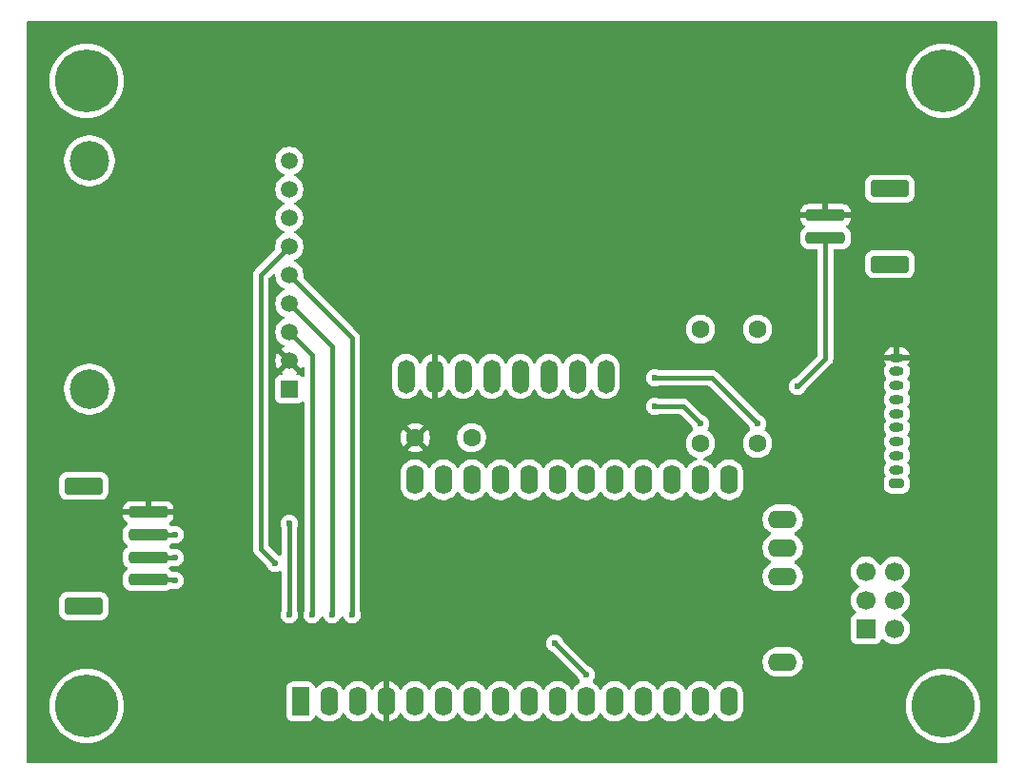
<source format=gbr>
%TF.GenerationSoftware,KiCad,Pcbnew,9.0.4*%
%TF.CreationDate,2025-11-11T21:51:19-08:00*%
%TF.ProjectId,latex-launch-2-pcb,6c617465-782d-46c6-9175-6e63682d322d,rev?*%
%TF.SameCoordinates,Original*%
%TF.FileFunction,Copper,L1,Top*%
%TF.FilePolarity,Positive*%
%FSLAX46Y46*%
G04 Gerber Fmt 4.6, Leading zero omitted, Abs format (unit mm)*
G04 Created by KiCad (PCBNEW 9.0.4) date 2025-11-11 21:51:19*
%MOMM*%
%LPD*%
G01*
G04 APERTURE LIST*
G04 Aperture macros list*
%AMRoundRect*
0 Rectangle with rounded corners*
0 $1 Rounding radius*
0 $2 $3 $4 $5 $6 $7 $8 $9 X,Y pos of 4 corners*
0 Add a 4 corners polygon primitive as box body*
4,1,4,$2,$3,$4,$5,$6,$7,$8,$9,$2,$3,0*
0 Add four circle primitives for the rounded corners*
1,1,$1+$1,$2,$3*
1,1,$1+$1,$4,$5*
1,1,$1+$1,$6,$7*
1,1,$1+$1,$8,$9*
0 Add four rect primitives between the rounded corners*
20,1,$1+$1,$2,$3,$4,$5,0*
20,1,$1+$1,$4,$5,$6,$7,0*
20,1,$1+$1,$6,$7,$8,$9,0*
20,1,$1+$1,$8,$9,$2,$3,0*%
G04 Aperture macros list end*
%TA.AperFunction,SMDPad,CuDef*%
%ADD10RoundRect,0.250001X1.449999X-0.499999X1.449999X0.499999X-1.449999X0.499999X-1.449999X-0.499999X0*%
%TD*%
%TA.AperFunction,SMDPad,CuDef*%
%ADD11RoundRect,0.250000X1.500000X-0.250000X1.500000X0.250000X-1.500000X0.250000X-1.500000X-0.250000X0*%
%TD*%
%TA.AperFunction,ComponentPad*%
%ADD12C,5.600000*%
%TD*%
%TA.AperFunction,ComponentPad*%
%ADD13O,1.500000X3.000000*%
%TD*%
%TA.AperFunction,ComponentPad*%
%ADD14C,1.600000*%
%TD*%
%TA.AperFunction,ComponentPad*%
%ADD15RoundRect,0.200000X0.450000X-0.200000X0.450000X0.200000X-0.450000X0.200000X-0.450000X-0.200000X0*%
%TD*%
%TA.AperFunction,ComponentPad*%
%ADD16O,1.300000X0.800000*%
%TD*%
%TA.AperFunction,SMDPad,CuDef*%
%ADD17RoundRect,0.250000X-1.500000X0.250000X-1.500000X-0.250000X1.500000X-0.250000X1.500000X0.250000X0*%
%TD*%
%TA.AperFunction,SMDPad,CuDef*%
%ADD18RoundRect,0.250001X-1.449999X0.499999X-1.449999X-0.499999X1.449999X-0.499999X1.449999X0.499999X0*%
%TD*%
%TA.AperFunction,ComponentPad*%
%ADD19RoundRect,0.250000X0.550000X-1.050000X0.550000X1.050000X-0.550000X1.050000X-0.550000X-1.050000X0*%
%TD*%
%TA.AperFunction,ComponentPad*%
%ADD20O,1.600000X2.600000*%
%TD*%
%TA.AperFunction,ComponentPad*%
%ADD21O,2.600000X1.600000*%
%TD*%
%TA.AperFunction,ComponentPad*%
%ADD22R,1.700000X1.700000*%
%TD*%
%TA.AperFunction,ComponentPad*%
%ADD23C,1.700000*%
%TD*%
%TA.AperFunction,ComponentPad*%
%ADD24R,1.508000X1.508000*%
%TD*%
%TA.AperFunction,ComponentPad*%
%ADD25C,1.508000*%
%TD*%
%TA.AperFunction,ComponentPad*%
%ADD26C,3.516000*%
%TD*%
%TA.AperFunction,ViaPad*%
%ADD27C,0.600000*%
%TD*%
%TA.AperFunction,Conductor*%
%ADD28C,0.400000*%
%TD*%
G04 APERTURE END LIST*
D10*
%TO.P,J3,MP*%
%TO.N,N/C*%
X186034000Y-83518000D03*
X186034000Y-90218000D03*
D11*
%TO.P,J3,2,Pin_2*%
%TO.N,GND*%
X180284000Y-85868000D03*
%TO.P,J3,1,Pin_1*%
%TO.N,+BATT*%
X180284000Y-87868000D03*
%TD*%
D12*
%TO.P,H1,1*%
%TO.N,N/C*%
X114554000Y-73914000D03*
%TD*%
%TO.P,H4,1*%
%TO.N,N/C*%
X190754000Y-73914000D03*
%TD*%
%TO.P,H3,1*%
%TO.N,N/C*%
X190754000Y-129540000D03*
%TD*%
%TO.P,H2,1*%
%TO.N,N/C*%
X114554000Y-129540000D03*
%TD*%
D13*
%TO.P,J6,8,Pin_8*%
%TO.N,unconnected-(J6-Pin_8-Pad8)*%
X160750000Y-100203000D03*
%TO.P,J6,7,Pin_7*%
%TO.N,unconnected-(J6-Pin_7-Pad7)*%
X158210000Y-100203000D03*
%TO.P,J6,6,Pin_6*%
%TO.N,unconnected-(J6-Pin_6-Pad6)*%
X155670000Y-100203000D03*
%TO.P,J6,5,Pin_5*%
%TO.N,unconnected-(J6-Pin_5-Pad5)*%
X153130000Y-100203000D03*
%TO.P,J6,4,Pin_4*%
%TO.N,/I2C_SDA*%
X150590000Y-100203000D03*
%TO.P,J6,3,Pin_3*%
%TO.N,/I2C_SCL*%
X148050000Y-100203000D03*
%TO.P,J6,2,Pin_2*%
%TO.N,GND*%
X145510000Y-100203000D03*
%TO.P,J6,1,Pin_1*%
%TO.N,+BATT*%
X142970000Y-100203000D03*
%TD*%
D14*
%TO.P,R1,1*%
%TO.N,+3V3*%
X174244000Y-96012000D03*
%TO.P,R1,2*%
%TO.N,/I2C_SDA*%
X174244000Y-106172000D03*
%TD*%
D15*
%TO.P,J1,1,Pin_1*%
%TO.N,/Rx_RockBLOCK*%
X186637000Y-109765000D03*
D16*
%TO.P,J1,2,Pin_2*%
%TO.N,unconnected-(J1-Pin_2-Pad2)*%
X186637000Y-108515000D03*
%TO.P,J1,3,Pin_3*%
%TO.N,unconnected-(J1-Pin_3-Pad3)*%
X186637000Y-107265000D03*
%TO.P,J1,4,Pin_4*%
%TO.N,unconnected-(J1-Pin_4-Pad4)*%
X186637000Y-106015000D03*
%TO.P,J1,5,Pin_5*%
%TO.N,unconnected-(J1-Pin_5-Pad5)*%
X186637000Y-104765000D03*
%TO.P,J1,6,Pin_6*%
%TO.N,/Tx_RockBLOCK*%
X186637000Y-103515000D03*
%TO.P,J1,7,Pin_7*%
%TO.N,unconnected-(J1-Pin_7-Pad7)*%
X186637000Y-102265000D03*
%TO.P,J1,8,Pin_8*%
%TO.N,+BATT*%
X186637000Y-101015000D03*
%TO.P,J1,9,Pin_9*%
%TO.N,unconnected-(J1-Pin_9-Pad9)*%
X186637000Y-99765000D03*
%TO.P,J1,10,Pin_10*%
%TO.N,GND*%
X186637000Y-98515000D03*
%TD*%
D14*
%TO.P,R2,1*%
%TO.N,/I2C_SCL*%
X169164000Y-106172000D03*
%TO.P,R2,2*%
%TO.N,+3V3*%
X169164000Y-96012000D03*
%TD*%
D17*
%TO.P,J4,1,Pin_1*%
%TO.N,GND*%
X120050000Y-112300000D03*
%TO.P,J4,2,Pin_2*%
%TO.N,+BATT*%
X120050000Y-114300000D03*
%TO.P,J4,3,Pin_3*%
%TO.N,/I2C_SCL*%
X120050000Y-116300000D03*
%TO.P,J4,4,Pin_4*%
%TO.N,/I2C_SDA*%
X120050000Y-118300000D03*
D18*
%TO.P,J4,MP*%
%TO.N,N/C*%
X114300000Y-109950000D03*
X114300000Y-120650000D03*
%TD*%
D14*
%TO.P,C1,1*%
%TO.N,+BATT*%
X148804000Y-105664000D03*
%TO.P,C1,2*%
%TO.N,GND*%
X143804000Y-105664000D03*
%TD*%
D19*
%TO.P,A1,1,~{RESET}*%
%TO.N,unconnected-(A1-~{RESET}-Pad1)*%
X133604000Y-129132500D03*
D20*
%TO.P,A1,2,3V3*%
%TO.N,+3V3*%
X136144000Y-129132500D03*
%TO.P,A1,3,AREF*%
%TO.N,unconnected-(A1-AREF-Pad3)*%
X138684000Y-129132500D03*
%TO.P,A1,4,GND*%
%TO.N,GND*%
X141224000Y-129132500D03*
%TO.P,A1,5,DAC0/A0*%
%TO.N,unconnected-(A1-DAC0{slash}A0-Pad5)*%
X143764000Y-129132500D03*
%TO.P,A1,6,A1*%
%TO.N,unconnected-(A1-A1-Pad6)*%
X146304000Y-129132500D03*
%TO.P,A1,7,A2*%
%TO.N,unconnected-(A1-A2-Pad7)*%
X148844000Y-129132500D03*
%TO.P,A1,8,A3*%
%TO.N,unconnected-(A1-A3-Pad8)*%
X151384000Y-129132500D03*
%TO.P,A1,9,A4*%
%TO.N,unconnected-(A1-A4-Pad9)*%
X153924000Y-129132500D03*
%TO.P,A1,10,A5*%
%TO.N,unconnected-(A1-A5-Pad10)*%
X156464000Y-129132500D03*
%TO.P,A1,11,SCK/D24*%
%TO.N,/SPI_SCK*%
X159004000Y-129132500D03*
%TO.P,A1,12,MOSI/D23*%
%TO.N,/SPI_MOSI*%
X161544000Y-129132500D03*
%TO.P,A1,13,MISO/D22*%
%TO.N,/SPI_MISO*%
X164084000Y-129132500D03*
%TO.P,A1,14,RX/D0*%
%TO.N,/Rx*%
X166624000Y-129132500D03*
%TO.P,A1,15,TX/D1*%
%TO.N,/Tx*%
X169164000Y-129132500D03*
%TO.P,A1,16,DIO1*%
%TO.N,unconnected-(A1-DIO1-Pad16)*%
X171704000Y-129132500D03*
%TO.P,A1,17,SDA/D20*%
%TO.N,/I2C_SDA*%
X171704000Y-109412500D03*
%TO.P,A1,18,SCL/D21*%
%TO.N,/I2C_SCL*%
X169164000Y-109412500D03*
%TO.P,A1,19,D5*%
%TO.N,/CS_SDCard*%
X166624000Y-109412500D03*
%TO.P,A1,20,D6*%
%TO.N,unconnected-(A1-D6-Pad20)*%
X164084000Y-109412500D03*
%TO.P,A1,21,D9*%
%TO.N,unconnected-(A1-D9-Pad21)*%
X161544000Y-109412500D03*
%TO.P,A1,22,D10*%
%TO.N,unconnected-(A1-D10-Pad22)*%
X159004000Y-109412500D03*
%TO.P,A1,23,D11*%
%TO.N,unconnected-(A1-D11-Pad23)*%
X156464000Y-109412500D03*
%TO.P,A1,24,D12*%
%TO.N,unconnected-(A1-D12-Pad24)*%
X153924000Y-109412500D03*
%TO.P,A1,25,D13*%
%TO.N,unconnected-(A1-D13-Pad25)*%
X151384000Y-109412500D03*
%TO.P,A1,26,USB*%
%TO.N,+BATT*%
X148844000Y-109412500D03*
%TO.P,A1,27,EN*%
%TO.N,unconnected-(A1-EN-Pad27)*%
X146304000Y-109412500D03*
%TO.P,A1,28,VBAT*%
%TO.N,unconnected-(A1-VBAT-Pad28)*%
X143764000Y-109412500D03*
D21*
%TO.P,A1,29,ANT*%
%TO.N,unconnected-(A1-ANT-Pad29)*%
X176484000Y-125622500D03*
%TO.P,A1,30,DIO5*%
%TO.N,unconnected-(A1-DIO5-Pad30)*%
X176484000Y-118002500D03*
%TO.P,A1,31,DIO3*%
%TO.N,unconnected-(A1-DIO3-Pad31)*%
X176484000Y-115462500D03*
%TO.P,A1,32,DIO2*%
%TO.N,unconnected-(A1-DIO2-Pad32)*%
X176484000Y-112922500D03*
%TD*%
D22*
%TO.P,J2,1,Pin_1*%
%TO.N,unconnected-(J2-Pin_1-Pad1)*%
X183896000Y-122682000D03*
D23*
%TO.P,J2,2,Pin_2*%
%TO.N,unconnected-(J2-Pin_2-Pad2)*%
X186436000Y-122682000D03*
%TO.P,J2,3,Pin_3*%
%TO.N,/Rx*%
X183896000Y-120142000D03*
%TO.P,J2,4,Pin_4*%
%TO.N,/Tx*%
X186436000Y-120142000D03*
%TO.P,J2,5,Pin_5*%
%TO.N,/Rx_RockBLOCK*%
X183896000Y-117602000D03*
%TO.P,J2,6,Pin_6*%
%TO.N,/Tx_RockBLOCK*%
X186436000Y-117602000D03*
%TD*%
D24*
%TO.P,J5,1,Pin_1*%
%TO.N,+3V3*%
X132588000Y-101346000D03*
D25*
%TO.P,J5,2,Pin_2*%
%TO.N,GND*%
X132588000Y-98806000D03*
%TO.P,J5,3,Pin_3*%
%TO.N,/SPI_SCK*%
X132588000Y-96266000D03*
%TO.P,J5,4,Pin_4*%
%TO.N,/SPI_MISO*%
X132588000Y-93726000D03*
%TO.P,J5,5,Pin_5*%
%TO.N,/SPI_MOSI*%
X132588000Y-91186000D03*
%TO.P,J5,6,Pin_6*%
%TO.N,/CS_SDCard*%
X132588000Y-88646000D03*
%TO.P,J5,7,Pin_7*%
%TO.N,unconnected-(J5-Pin_7-Pad7)*%
X132588000Y-86106000D03*
%TO.P,J5,8,Pin_8*%
%TO.N,unconnected-(J5-Pin_8-Pad8)*%
X132588000Y-83566000D03*
%TO.P,J5,9,Pin_9*%
%TO.N,unconnected-(J5-Pin_9-Pad9)*%
X132588000Y-81026000D03*
D26*
%TO.P,J5,S1*%
%TO.N,N/C*%
X114808000Y-101346000D03*
%TO.P,J5,S2*%
X114808000Y-81026000D03*
%TD*%
D27*
%TO.N,/SPI_MOSI*%
X156210000Y-123952000D03*
X159004000Y-126746000D03*
X138176000Y-121412000D03*
%TO.N,/SPI_MISO*%
X136398000Y-121412000D03*
%TO.N,/SPI_SCK*%
X134620000Y-121412000D03*
%TO.N,/CS_SDCard*%
X131318000Y-116840000D03*
X131318000Y-116840000D03*
%TO.N,/I2C_SCL*%
X165100000Y-102870000D03*
%TO.N,/I2C_SDA*%
X165100000Y-100330000D03*
%TO.N,/I2C_SCL*%
X169164000Y-104394000D03*
%TO.N,/I2C_SDA*%
X174244000Y-104394000D03*
%TO.N,+BATT*%
X177800000Y-101092000D03*
%TO.N,+3V3*%
X132588000Y-113284000D03*
X132588000Y-121412000D03*
%TO.N,/I2C_SCL*%
X122428000Y-116332000D03*
%TO.N,/I2C_SDA*%
X122428000Y-118364000D03*
%TO.N,+BATT*%
X122428000Y-114300000D03*
%TD*%
D28*
%TO.N,/SPI_MOSI*%
X156210000Y-123952000D02*
X159004000Y-126746000D01*
X138176000Y-121412000D02*
X138176000Y-96774000D01*
X138176000Y-96774000D02*
X132588000Y-91186000D01*
%TO.N,/SPI_MISO*%
X136398000Y-97536000D02*
X136398000Y-121412000D01*
X132588000Y-93726000D02*
X136398000Y-97536000D01*
%TO.N,/SPI_SCK*%
X134620000Y-98298000D02*
X134620000Y-121412000D01*
X132588000Y-96266000D02*
X134620000Y-98298000D01*
%TO.N,/CS_SDCard*%
X130048000Y-115570000D02*
X130048000Y-91186000D01*
X130048000Y-91186000D02*
X132588000Y-88646000D01*
X131318000Y-116840000D02*
X130048000Y-115570000D01*
%TO.N,+3V3*%
X132588000Y-121412000D02*
X132588000Y-113284000D01*
%TO.N,/I2C_SDA*%
X170180000Y-100330000D02*
X165100000Y-100330000D01*
X174244000Y-104394000D02*
X170180000Y-100330000D01*
%TO.N,/I2C_SCL*%
X167640000Y-102870000D02*
X165100000Y-102870000D01*
X169164000Y-104394000D02*
X167640000Y-102870000D01*
%TO.N,+BATT*%
X180284000Y-98608000D02*
X177800000Y-101092000D01*
X180284000Y-87868000D02*
X180284000Y-98608000D01*
%TO.N,/I2C_SDA*%
X122364000Y-118300000D02*
X122428000Y-118364000D01*
X120050000Y-118300000D02*
X122364000Y-118300000D01*
%TO.N,/I2C_SCL*%
X122396000Y-116300000D02*
X122428000Y-116332000D01*
X120050000Y-116300000D02*
X122396000Y-116300000D01*
%TO.N,+BATT*%
X120050000Y-114300000D02*
X122428000Y-114300000D01*
%TD*%
%TA.AperFunction,Conductor*%
%TO.N,GND*%
G36*
X133634541Y-99498988D02*
G01*
X133634543Y-99498988D01*
X133660516Y-99463240D01*
X133660518Y-99463237D01*
X133685015Y-99415160D01*
X133732989Y-99364364D01*
X133800810Y-99347568D01*
X133866945Y-99370105D01*
X133910397Y-99424820D01*
X133919500Y-99471454D01*
X133919500Y-100155718D01*
X133899815Y-100222757D01*
X133847011Y-100268512D01*
X133777853Y-100278456D01*
X133714297Y-100249431D01*
X133706010Y-100240531D01*
X133705817Y-100240725D01*
X133699544Y-100234452D01*
X133584335Y-100148206D01*
X133584328Y-100148202D01*
X133449482Y-100097908D01*
X133449483Y-100097908D01*
X133389883Y-100091501D01*
X133389881Y-100091500D01*
X133389873Y-100091500D01*
X133389865Y-100091500D01*
X133333725Y-100091500D01*
X133266686Y-100071815D01*
X133220931Y-100019011D01*
X133210987Y-99949853D01*
X133240012Y-99886297D01*
X133260838Y-99867183D01*
X133280988Y-99852542D01*
X133280988Y-99852541D01*
X132717410Y-99288962D01*
X132780993Y-99271925D01*
X132895007Y-99206099D01*
X132988099Y-99113007D01*
X133053925Y-98998993D01*
X133070962Y-98935408D01*
X133634541Y-99498988D01*
G37*
%TD.AperFunction*%
%TA.AperFunction,Conductor*%
G36*
X195523039Y-68599685D02*
G01*
X195568794Y-68652489D01*
X195580000Y-68704000D01*
X195580000Y-134496000D01*
X195560315Y-134563039D01*
X195507511Y-134608794D01*
X195456000Y-134620000D01*
X109344000Y-134620000D01*
X109276961Y-134600315D01*
X109231206Y-134547511D01*
X109220000Y-134496000D01*
X109220000Y-129377857D01*
X111253500Y-129377857D01*
X111253500Y-129702143D01*
X111256722Y-129734852D01*
X111285284Y-130024857D01*
X111285287Y-130024874D01*
X111348545Y-130342902D01*
X111348548Y-130342913D01*
X111442686Y-130653247D01*
X111493205Y-130775210D01*
X111554214Y-130922499D01*
X111566786Y-130952849D01*
X111566788Y-130952854D01*
X111719646Y-131238830D01*
X111719657Y-131238848D01*
X111899811Y-131508467D01*
X111899821Y-131508481D01*
X112105546Y-131759158D01*
X112334841Y-131988453D01*
X112334846Y-131988457D01*
X112334847Y-131988458D01*
X112585524Y-132194183D01*
X112855158Y-132374347D01*
X112855167Y-132374352D01*
X112855169Y-132374353D01*
X113141145Y-132527211D01*
X113141147Y-132527211D01*
X113141153Y-132527215D01*
X113440754Y-132651314D01*
X113751077Y-132745449D01*
X113751083Y-132745450D01*
X113751086Y-132745451D01*
X113751097Y-132745454D01*
X113950528Y-132785122D01*
X114069132Y-132808714D01*
X114391857Y-132840500D01*
X114391860Y-132840500D01*
X114716140Y-132840500D01*
X114716143Y-132840500D01*
X115038868Y-132808714D01*
X115196295Y-132777399D01*
X115356902Y-132745454D01*
X115356913Y-132745451D01*
X115356913Y-132745450D01*
X115356923Y-132745449D01*
X115667246Y-132651314D01*
X115966847Y-132527215D01*
X116252842Y-132374347D01*
X116522476Y-132194183D01*
X116773153Y-131988458D01*
X117002458Y-131759153D01*
X117208183Y-131508476D01*
X117388347Y-131238842D01*
X117541215Y-130952847D01*
X117665314Y-130653246D01*
X117759449Y-130342923D01*
X117759451Y-130342913D01*
X117759454Y-130342902D01*
X117801460Y-130131719D01*
X117822714Y-130024868D01*
X117854500Y-129702143D01*
X117854500Y-129377857D01*
X117822714Y-129055132D01*
X117798321Y-128932500D01*
X117759454Y-128737097D01*
X117759451Y-128737086D01*
X117759450Y-128737083D01*
X117759449Y-128737077D01*
X117665314Y-128426754D01*
X117541215Y-128127153D01*
X117532966Y-128111720D01*
X117520174Y-128087787D01*
X117490613Y-128032483D01*
X132303500Y-128032483D01*
X132303500Y-130232501D01*
X132303501Y-130232518D01*
X132314000Y-130335296D01*
X132314001Y-130335299D01*
X132330818Y-130386048D01*
X132369186Y-130501834D01*
X132461288Y-130651156D01*
X132585344Y-130775212D01*
X132734666Y-130867314D01*
X132901203Y-130922499D01*
X133003991Y-130933000D01*
X134204008Y-130932999D01*
X134306797Y-130922499D01*
X134473334Y-130867314D01*
X134622656Y-130775212D01*
X134746712Y-130651156D01*
X134838814Y-130501834D01*
X134865955Y-130419927D01*
X134905726Y-130362484D01*
X134970242Y-130335661D01*
X135039018Y-130347976D01*
X135083977Y-130386047D01*
X135151798Y-130479394D01*
X135152034Y-130479719D01*
X135296786Y-130624471D01*
X135451749Y-130737056D01*
X135462390Y-130744787D01*
X135578607Y-130804003D01*
X135644776Y-130837718D01*
X135644778Y-130837718D01*
X135644781Y-130837720D01*
X135735856Y-130867312D01*
X135839465Y-130900977D01*
X135940557Y-130916988D01*
X136041648Y-130933000D01*
X136041649Y-130933000D01*
X136246351Y-130933000D01*
X136246352Y-130933000D01*
X136448534Y-130900977D01*
X136643219Y-130837720D01*
X136825610Y-130744787D01*
X136951605Y-130653247D01*
X136991213Y-130624471D01*
X136991215Y-130624468D01*
X136991219Y-130624466D01*
X137135966Y-130479719D01*
X137135968Y-130479715D01*
X137135971Y-130479713D01*
X137256284Y-130314114D01*
X137256286Y-130314111D01*
X137256287Y-130314110D01*
X137303516Y-130221417D01*
X137351489Y-130170623D01*
X137419310Y-130153828D01*
X137485445Y-130176365D01*
X137524483Y-130221417D01*
X137530140Y-130232518D01*
X137571715Y-130314114D01*
X137692028Y-130479713D01*
X137836786Y-130624471D01*
X137991749Y-130737056D01*
X138002390Y-130744787D01*
X138118607Y-130804003D01*
X138184776Y-130837718D01*
X138184778Y-130837718D01*
X138184781Y-130837720D01*
X138275856Y-130867312D01*
X138379465Y-130900977D01*
X138480557Y-130916988D01*
X138581648Y-130933000D01*
X138581649Y-130933000D01*
X138786351Y-130933000D01*
X138786352Y-130933000D01*
X138988534Y-130900977D01*
X139183219Y-130837720D01*
X139365610Y-130744787D01*
X139491605Y-130653247D01*
X139531213Y-130624471D01*
X139531215Y-130624468D01*
X139531219Y-130624466D01*
X139675966Y-130479719D01*
X139675968Y-130479715D01*
X139675971Y-130479713D01*
X139796284Y-130314114D01*
X139796286Y-130314111D01*
X139796287Y-130314110D01*
X139843795Y-130220869D01*
X139891770Y-130170074D01*
X139959591Y-130153279D01*
X140025725Y-130175816D01*
X140064765Y-130220870D01*
X140112140Y-130313849D01*
X140232417Y-130479394D01*
X140232417Y-130479395D01*
X140377104Y-130624082D01*
X140542650Y-130744359D01*
X140724968Y-130837254D01*
X140919578Y-130900488D01*
X140974000Y-130909107D01*
X140974000Y-129865512D01*
X141031007Y-129898425D01*
X141158174Y-129932500D01*
X141289826Y-129932500D01*
X141416993Y-129898425D01*
X141474000Y-129865512D01*
X141474000Y-130909106D01*
X141528421Y-130900488D01*
X141723031Y-130837254D01*
X141905349Y-130744359D01*
X142070894Y-130624082D01*
X142070895Y-130624082D01*
X142215582Y-130479395D01*
X142215582Y-130479394D01*
X142335861Y-130313847D01*
X142383234Y-130220871D01*
X142431208Y-130170075D01*
X142499028Y-130153279D01*
X142565164Y-130175816D01*
X142604203Y-130220869D01*
X142651713Y-130314111D01*
X142772028Y-130479713D01*
X142916786Y-130624471D01*
X143071749Y-130737056D01*
X143082390Y-130744787D01*
X143198607Y-130804003D01*
X143264776Y-130837718D01*
X143264778Y-130837718D01*
X143264781Y-130837720D01*
X143355856Y-130867312D01*
X143459465Y-130900977D01*
X143560557Y-130916988D01*
X143661648Y-130933000D01*
X143661649Y-130933000D01*
X143866351Y-130933000D01*
X143866352Y-130933000D01*
X144068534Y-130900977D01*
X144263219Y-130837720D01*
X144445610Y-130744787D01*
X144571605Y-130653247D01*
X144611213Y-130624471D01*
X144611215Y-130624468D01*
X144611219Y-130624466D01*
X144755966Y-130479719D01*
X144755968Y-130479715D01*
X144755971Y-130479713D01*
X144876284Y-130314114D01*
X144876286Y-130314111D01*
X144876287Y-130314110D01*
X144923516Y-130221417D01*
X144971489Y-130170623D01*
X145039310Y-130153828D01*
X145105445Y-130176365D01*
X145144483Y-130221417D01*
X145150140Y-130232518D01*
X145191715Y-130314114D01*
X145312028Y-130479713D01*
X145456786Y-130624471D01*
X145611749Y-130737056D01*
X145622390Y-130744787D01*
X145738607Y-130804003D01*
X145804776Y-130837718D01*
X145804778Y-130837718D01*
X145804781Y-130837720D01*
X145895856Y-130867312D01*
X145999465Y-130900977D01*
X146100557Y-130916988D01*
X146201648Y-130933000D01*
X146201649Y-130933000D01*
X146406351Y-130933000D01*
X146406352Y-130933000D01*
X146608534Y-130900977D01*
X146803219Y-130837720D01*
X146985610Y-130744787D01*
X147111605Y-130653247D01*
X147151213Y-130624471D01*
X147151215Y-130624468D01*
X147151219Y-130624466D01*
X147295966Y-130479719D01*
X147295968Y-130479715D01*
X147295971Y-130479713D01*
X147416284Y-130314114D01*
X147416286Y-130314111D01*
X147416287Y-130314110D01*
X147463516Y-130221417D01*
X147511489Y-130170623D01*
X147579310Y-130153828D01*
X147645445Y-130176365D01*
X147684483Y-130221417D01*
X147690140Y-130232518D01*
X147731715Y-130314114D01*
X147852028Y-130479713D01*
X147996786Y-130624471D01*
X148151749Y-130737056D01*
X148162390Y-130744787D01*
X148278607Y-130804003D01*
X148344776Y-130837718D01*
X148344778Y-130837718D01*
X148344781Y-130837720D01*
X148435856Y-130867312D01*
X148539465Y-130900977D01*
X148640557Y-130916988D01*
X148741648Y-130933000D01*
X148741649Y-130933000D01*
X148946351Y-130933000D01*
X148946352Y-130933000D01*
X149148534Y-130900977D01*
X149343219Y-130837720D01*
X149525610Y-130744787D01*
X149651605Y-130653247D01*
X149691213Y-130624471D01*
X149691215Y-130624468D01*
X149691219Y-130624466D01*
X149835966Y-130479719D01*
X149835968Y-130479715D01*
X149835971Y-130479713D01*
X149956284Y-130314114D01*
X149956286Y-130314111D01*
X149956287Y-130314110D01*
X150003516Y-130221417D01*
X150051489Y-130170623D01*
X150119310Y-130153828D01*
X150185445Y-130176365D01*
X150224483Y-130221417D01*
X150230140Y-130232518D01*
X150271715Y-130314114D01*
X150392028Y-130479713D01*
X150536786Y-130624471D01*
X150691749Y-130737056D01*
X150702390Y-130744787D01*
X150818607Y-130804003D01*
X150884776Y-130837718D01*
X150884778Y-130837718D01*
X150884781Y-130837720D01*
X150975856Y-130867312D01*
X151079465Y-130900977D01*
X151180557Y-130916988D01*
X151281648Y-130933000D01*
X151281649Y-130933000D01*
X151486351Y-130933000D01*
X151486352Y-130933000D01*
X151688534Y-130900977D01*
X151883219Y-130837720D01*
X152065610Y-130744787D01*
X152191605Y-130653247D01*
X152231213Y-130624471D01*
X152231215Y-130624468D01*
X152231219Y-130624466D01*
X152375966Y-130479719D01*
X152375968Y-130479715D01*
X152375971Y-130479713D01*
X152496284Y-130314114D01*
X152496286Y-130314111D01*
X152496287Y-130314110D01*
X152543516Y-130221417D01*
X152591489Y-130170623D01*
X152659310Y-130153828D01*
X152725445Y-130176365D01*
X152764483Y-130221417D01*
X152770140Y-130232518D01*
X152811715Y-130314114D01*
X152932028Y-130479713D01*
X153076786Y-130624471D01*
X153231749Y-130737056D01*
X153242390Y-130744787D01*
X153358607Y-130804003D01*
X153424776Y-130837718D01*
X153424778Y-130837718D01*
X153424781Y-130837720D01*
X153515856Y-130867312D01*
X153619465Y-130900977D01*
X153720557Y-130916988D01*
X153821648Y-130933000D01*
X153821649Y-130933000D01*
X154026351Y-130933000D01*
X154026352Y-130933000D01*
X154228534Y-130900977D01*
X154423219Y-130837720D01*
X154605610Y-130744787D01*
X154731605Y-130653247D01*
X154771213Y-130624471D01*
X154771215Y-130624468D01*
X154771219Y-130624466D01*
X154915966Y-130479719D01*
X154915968Y-130479715D01*
X154915971Y-130479713D01*
X155036284Y-130314114D01*
X155036286Y-130314111D01*
X155036287Y-130314110D01*
X155083516Y-130221417D01*
X155131489Y-130170623D01*
X155199310Y-130153828D01*
X155265445Y-130176365D01*
X155304483Y-130221417D01*
X155310140Y-130232518D01*
X155351715Y-130314114D01*
X155472028Y-130479713D01*
X155616786Y-130624471D01*
X155771749Y-130737056D01*
X155782390Y-130744787D01*
X155898607Y-130804003D01*
X155964776Y-130837718D01*
X155964778Y-130837718D01*
X155964781Y-130837720D01*
X156055856Y-130867312D01*
X156159465Y-130900977D01*
X156260557Y-130916988D01*
X156361648Y-130933000D01*
X156361649Y-130933000D01*
X156566351Y-130933000D01*
X156566352Y-130933000D01*
X156768534Y-130900977D01*
X156963219Y-130837720D01*
X157145610Y-130744787D01*
X157271605Y-130653247D01*
X157311213Y-130624471D01*
X157311215Y-130624468D01*
X157311219Y-130624466D01*
X157455966Y-130479719D01*
X157455968Y-130479715D01*
X157455971Y-130479713D01*
X157576284Y-130314114D01*
X157576286Y-130314111D01*
X157576287Y-130314110D01*
X157623516Y-130221417D01*
X157671489Y-130170623D01*
X157739310Y-130153828D01*
X157805445Y-130176365D01*
X157844483Y-130221417D01*
X157850140Y-130232518D01*
X157891715Y-130314114D01*
X158012028Y-130479713D01*
X158156786Y-130624471D01*
X158311749Y-130737056D01*
X158322390Y-130744787D01*
X158438607Y-130804003D01*
X158504776Y-130837718D01*
X158504778Y-130837718D01*
X158504781Y-130837720D01*
X158595856Y-130867312D01*
X158699465Y-130900977D01*
X158800557Y-130916988D01*
X158901648Y-130933000D01*
X158901649Y-130933000D01*
X159106351Y-130933000D01*
X159106352Y-130933000D01*
X159308534Y-130900977D01*
X159503219Y-130837720D01*
X159685610Y-130744787D01*
X159811605Y-130653247D01*
X159851213Y-130624471D01*
X159851215Y-130624468D01*
X159851219Y-130624466D01*
X159995966Y-130479719D01*
X159995968Y-130479715D01*
X159995971Y-130479713D01*
X160116284Y-130314114D01*
X160116286Y-130314111D01*
X160116287Y-130314110D01*
X160163516Y-130221417D01*
X160211489Y-130170623D01*
X160279310Y-130153828D01*
X160345445Y-130176365D01*
X160384483Y-130221417D01*
X160390140Y-130232518D01*
X160431715Y-130314114D01*
X160552028Y-130479713D01*
X160696786Y-130624471D01*
X160851749Y-130737056D01*
X160862390Y-130744787D01*
X160978607Y-130804003D01*
X161044776Y-130837718D01*
X161044778Y-130837718D01*
X161044781Y-130837720D01*
X161135856Y-130867312D01*
X161239465Y-130900977D01*
X161340557Y-130916988D01*
X161441648Y-130933000D01*
X161441649Y-130933000D01*
X161646351Y-130933000D01*
X161646352Y-130933000D01*
X161848534Y-130900977D01*
X162043219Y-130837720D01*
X162225610Y-130744787D01*
X162351605Y-130653247D01*
X162391213Y-130624471D01*
X162391215Y-130624468D01*
X162391219Y-130624466D01*
X162535966Y-130479719D01*
X162535968Y-130479715D01*
X162535971Y-130479713D01*
X162656284Y-130314114D01*
X162656286Y-130314111D01*
X162656287Y-130314110D01*
X162703516Y-130221417D01*
X162751489Y-130170623D01*
X162819310Y-130153828D01*
X162885445Y-130176365D01*
X162924483Y-130221417D01*
X162930140Y-130232518D01*
X162971715Y-130314114D01*
X163092028Y-130479713D01*
X163236786Y-130624471D01*
X163391749Y-130737056D01*
X163402390Y-130744787D01*
X163518607Y-130804003D01*
X163584776Y-130837718D01*
X163584778Y-130837718D01*
X163584781Y-130837720D01*
X163675856Y-130867312D01*
X163779465Y-130900977D01*
X163880557Y-130916988D01*
X163981648Y-130933000D01*
X163981649Y-130933000D01*
X164186351Y-130933000D01*
X164186352Y-130933000D01*
X164388534Y-130900977D01*
X164583219Y-130837720D01*
X164765610Y-130744787D01*
X164891605Y-130653247D01*
X164931213Y-130624471D01*
X164931215Y-130624468D01*
X164931219Y-130624466D01*
X165075966Y-130479719D01*
X165075968Y-130479715D01*
X165075971Y-130479713D01*
X165196284Y-130314114D01*
X165196286Y-130314111D01*
X165196287Y-130314110D01*
X165243516Y-130221417D01*
X165291489Y-130170623D01*
X165359310Y-130153828D01*
X165425445Y-130176365D01*
X165464483Y-130221417D01*
X165470140Y-130232518D01*
X165511715Y-130314114D01*
X165632028Y-130479713D01*
X165776786Y-130624471D01*
X165931749Y-130737056D01*
X165942390Y-130744787D01*
X166058607Y-130804003D01*
X166124776Y-130837718D01*
X166124778Y-130837718D01*
X166124781Y-130837720D01*
X166215856Y-130867312D01*
X166319465Y-130900977D01*
X166420557Y-130916988D01*
X166521648Y-130933000D01*
X166521649Y-130933000D01*
X166726351Y-130933000D01*
X166726352Y-130933000D01*
X166928534Y-130900977D01*
X167123219Y-130837720D01*
X167305610Y-130744787D01*
X167431605Y-130653247D01*
X167471213Y-130624471D01*
X167471215Y-130624468D01*
X167471219Y-130624466D01*
X167615966Y-130479719D01*
X167615968Y-130479715D01*
X167615971Y-130479713D01*
X167736284Y-130314114D01*
X167736286Y-130314111D01*
X167736287Y-130314110D01*
X167783516Y-130221417D01*
X167831489Y-130170623D01*
X167899310Y-130153828D01*
X167965445Y-130176365D01*
X168004483Y-130221417D01*
X168010140Y-130232518D01*
X168051715Y-130314114D01*
X168172028Y-130479713D01*
X168316786Y-130624471D01*
X168471749Y-130737056D01*
X168482390Y-130744787D01*
X168598607Y-130804003D01*
X168664776Y-130837718D01*
X168664778Y-130837718D01*
X168664781Y-130837720D01*
X168755856Y-130867312D01*
X168859465Y-130900977D01*
X168960557Y-130916988D01*
X169061648Y-130933000D01*
X169061649Y-130933000D01*
X169266351Y-130933000D01*
X169266352Y-130933000D01*
X169468534Y-130900977D01*
X169663219Y-130837720D01*
X169845610Y-130744787D01*
X169971605Y-130653247D01*
X170011213Y-130624471D01*
X170011215Y-130624468D01*
X170011219Y-130624466D01*
X170155966Y-130479719D01*
X170155968Y-130479715D01*
X170155971Y-130479713D01*
X170276284Y-130314114D01*
X170276286Y-130314111D01*
X170276287Y-130314110D01*
X170323516Y-130221417D01*
X170371489Y-130170623D01*
X170439310Y-130153828D01*
X170505445Y-130176365D01*
X170544483Y-130221417D01*
X170550140Y-130232518D01*
X170591715Y-130314114D01*
X170712028Y-130479713D01*
X170856786Y-130624471D01*
X171011749Y-130737056D01*
X171022390Y-130744787D01*
X171138607Y-130804003D01*
X171204776Y-130837718D01*
X171204778Y-130837718D01*
X171204781Y-130837720D01*
X171295856Y-130867312D01*
X171399465Y-130900977D01*
X171500557Y-130916988D01*
X171601648Y-130933000D01*
X171601649Y-130933000D01*
X171806351Y-130933000D01*
X171806352Y-130933000D01*
X172008534Y-130900977D01*
X172203219Y-130837720D01*
X172385610Y-130744787D01*
X172511605Y-130653247D01*
X172551213Y-130624471D01*
X172551215Y-130624468D01*
X172551219Y-130624466D01*
X172695966Y-130479719D01*
X172695968Y-130479715D01*
X172695971Y-130479713D01*
X172764021Y-130386048D01*
X172816287Y-130314110D01*
X172909220Y-130131719D01*
X172972477Y-129937034D01*
X173004500Y-129734852D01*
X173004500Y-129377857D01*
X187453500Y-129377857D01*
X187453500Y-129702143D01*
X187456722Y-129734852D01*
X187485284Y-130024857D01*
X187485287Y-130024874D01*
X187548545Y-130342902D01*
X187548548Y-130342913D01*
X187642686Y-130653247D01*
X187693205Y-130775210D01*
X187754214Y-130922499D01*
X187766786Y-130952849D01*
X187766788Y-130952854D01*
X187919646Y-131238830D01*
X187919657Y-131238848D01*
X188099811Y-131508467D01*
X188099821Y-131508481D01*
X188305546Y-131759158D01*
X188534841Y-131988453D01*
X188534846Y-131988457D01*
X188534847Y-131988458D01*
X188785524Y-132194183D01*
X189055158Y-132374347D01*
X189055167Y-132374352D01*
X189055169Y-132374353D01*
X189341145Y-132527211D01*
X189341147Y-132527211D01*
X189341153Y-132527215D01*
X189640754Y-132651314D01*
X189951077Y-132745449D01*
X189951083Y-132745450D01*
X189951086Y-132745451D01*
X189951097Y-132745454D01*
X190150528Y-132785122D01*
X190269132Y-132808714D01*
X190591857Y-132840500D01*
X190591860Y-132840500D01*
X190916140Y-132840500D01*
X190916143Y-132840500D01*
X191238868Y-132808714D01*
X191396295Y-132777399D01*
X191556902Y-132745454D01*
X191556913Y-132745451D01*
X191556913Y-132745450D01*
X191556923Y-132745449D01*
X191867246Y-132651314D01*
X192166847Y-132527215D01*
X192452842Y-132374347D01*
X192722476Y-132194183D01*
X192973153Y-131988458D01*
X193202458Y-131759153D01*
X193408183Y-131508476D01*
X193588347Y-131238842D01*
X193741215Y-130952847D01*
X193865314Y-130653246D01*
X193959449Y-130342923D01*
X193959451Y-130342913D01*
X193959454Y-130342902D01*
X194001460Y-130131719D01*
X194022714Y-130024868D01*
X194054500Y-129702143D01*
X194054500Y-129377857D01*
X194022714Y-129055132D01*
X193998321Y-128932500D01*
X193959454Y-128737097D01*
X193959451Y-128737086D01*
X193959450Y-128737083D01*
X193959449Y-128737077D01*
X193865314Y-128426754D01*
X193741215Y-128127153D01*
X193732672Y-128111171D01*
X193588353Y-127841169D01*
X193588352Y-127841167D01*
X193588347Y-127841158D01*
X193408183Y-127571524D01*
X193202458Y-127320847D01*
X193202457Y-127320846D01*
X193202453Y-127320841D01*
X192973158Y-127091546D01*
X192722481Y-126885821D01*
X192722480Y-126885820D01*
X192722476Y-126885817D01*
X192452842Y-126705653D01*
X192452837Y-126705650D01*
X192452830Y-126705646D01*
X192166854Y-126552788D01*
X192166849Y-126552786D01*
X191867247Y-126428686D01*
X191556913Y-126334548D01*
X191556902Y-126334545D01*
X191238874Y-126271287D01*
X191238857Y-126271284D01*
X190994812Y-126247248D01*
X190916143Y-126239500D01*
X190591857Y-126239500D01*
X190519099Y-126246666D01*
X190269142Y-126271284D01*
X190269125Y-126271287D01*
X189951097Y-126334545D01*
X189951086Y-126334548D01*
X189640752Y-126428686D01*
X189341150Y-126552786D01*
X189341145Y-126552788D01*
X189055169Y-126705646D01*
X189055151Y-126705657D01*
X188785532Y-126885811D01*
X188785518Y-126885821D01*
X188534841Y-127091546D01*
X188305546Y-127320841D01*
X188099821Y-127571518D01*
X188099811Y-127571532D01*
X187919657Y-127841151D01*
X187919646Y-127841169D01*
X187766788Y-128127145D01*
X187766786Y-128127150D01*
X187642686Y-128426752D01*
X187548548Y-128737086D01*
X187548545Y-128737097D01*
X187485287Y-129055125D01*
X187485284Y-129055142D01*
X187467126Y-129239507D01*
X187453500Y-129377857D01*
X173004500Y-129377857D01*
X173004500Y-128530148D01*
X172972477Y-128327966D01*
X172909220Y-128133281D01*
X172909218Y-128133278D01*
X172909218Y-128133276D01*
X172857865Y-128032491D01*
X172816287Y-127950890D01*
X172764021Y-127878951D01*
X172695971Y-127785286D01*
X172551213Y-127640528D01*
X172385613Y-127520215D01*
X172385612Y-127520214D01*
X172385610Y-127520213D01*
X172323209Y-127488418D01*
X172203223Y-127427281D01*
X172008534Y-127364022D01*
X171833995Y-127336378D01*
X171806352Y-127332000D01*
X171601648Y-127332000D01*
X171577329Y-127335851D01*
X171399465Y-127364022D01*
X171204776Y-127427281D01*
X171022386Y-127520215D01*
X170856786Y-127640528D01*
X170712028Y-127785286D01*
X170591715Y-127950886D01*
X170544485Y-128043580D01*
X170496510Y-128094376D01*
X170428689Y-128111171D01*
X170362554Y-128088634D01*
X170323515Y-128043580D01*
X170276419Y-127951150D01*
X170276287Y-127950890D01*
X170224021Y-127878951D01*
X170155971Y-127785286D01*
X170011213Y-127640528D01*
X169845613Y-127520215D01*
X169845612Y-127520214D01*
X169845610Y-127520213D01*
X169783209Y-127488418D01*
X169663223Y-127427281D01*
X169468534Y-127364022D01*
X169293995Y-127336378D01*
X169266352Y-127332000D01*
X169061648Y-127332000D01*
X169037329Y-127335851D01*
X168859465Y-127364022D01*
X168664776Y-127427281D01*
X168482386Y-127520215D01*
X168316786Y-127640528D01*
X168172028Y-127785286D01*
X168051715Y-127950886D01*
X168004485Y-128043580D01*
X167956510Y-128094376D01*
X167888689Y-128111171D01*
X167822554Y-128088634D01*
X167783515Y-128043580D01*
X167736419Y-127951150D01*
X167736287Y-127950890D01*
X167684021Y-127878951D01*
X167615971Y-127785286D01*
X167471213Y-127640528D01*
X167305613Y-127520215D01*
X167305612Y-127520214D01*
X167305610Y-127520213D01*
X167243209Y-127488418D01*
X167123223Y-127427281D01*
X166928534Y-127364022D01*
X166753995Y-127336378D01*
X166726352Y-127332000D01*
X166521648Y-127332000D01*
X166497329Y-127335851D01*
X166319465Y-127364022D01*
X166124776Y-127427281D01*
X165942386Y-127520215D01*
X165776786Y-127640528D01*
X165632028Y-127785286D01*
X165511715Y-127950886D01*
X165464485Y-128043580D01*
X165416510Y-128094376D01*
X165348689Y-128111171D01*
X165282554Y-128088634D01*
X165243515Y-128043580D01*
X165196419Y-127951150D01*
X165196287Y-127950890D01*
X165144021Y-127878951D01*
X165075971Y-127785286D01*
X164931213Y-127640528D01*
X164765613Y-127520215D01*
X164765612Y-127520214D01*
X164765610Y-127520213D01*
X164703209Y-127488418D01*
X164583223Y-127427281D01*
X164388534Y-127364022D01*
X164213995Y-127336378D01*
X164186352Y-127332000D01*
X163981648Y-127332000D01*
X163957329Y-127335851D01*
X163779465Y-127364022D01*
X163584776Y-127427281D01*
X163402386Y-127520215D01*
X163236786Y-127640528D01*
X163092028Y-127785286D01*
X162971715Y-127950886D01*
X162924485Y-128043580D01*
X162876510Y-128094376D01*
X162808689Y-128111171D01*
X162742554Y-128088634D01*
X162703515Y-128043580D01*
X162656419Y-127951150D01*
X162656287Y-127950890D01*
X162604021Y-127878951D01*
X162535971Y-127785286D01*
X162391213Y-127640528D01*
X162225613Y-127520215D01*
X162225612Y-127520214D01*
X162225610Y-127520213D01*
X162163209Y-127488418D01*
X162043223Y-127427281D01*
X161848534Y-127364022D01*
X161673995Y-127336378D01*
X161646352Y-127332000D01*
X161441648Y-127332000D01*
X161417329Y-127335851D01*
X161239465Y-127364022D01*
X161044776Y-127427281D01*
X160862386Y-127520215D01*
X160696786Y-127640528D01*
X160552028Y-127785286D01*
X160431715Y-127950886D01*
X160384485Y-128043580D01*
X160336510Y-128094376D01*
X160268689Y-128111171D01*
X160202554Y-128088634D01*
X160163515Y-128043580D01*
X160116419Y-127951150D01*
X160116287Y-127950890D01*
X160064021Y-127878951D01*
X159995971Y-127785286D01*
X159851213Y-127640528D01*
X159685613Y-127520215D01*
X159685612Y-127520214D01*
X159685610Y-127520213D01*
X159623211Y-127488419D01*
X159572415Y-127440444D01*
X159555620Y-127372623D01*
X159578158Y-127306488D01*
X159591826Y-127290252D01*
X159625786Y-127256292D01*
X159625789Y-127256289D01*
X159713394Y-127125179D01*
X159773737Y-126979497D01*
X159804500Y-126824842D01*
X159804500Y-126667158D01*
X159804500Y-126667155D01*
X159804499Y-126667153D01*
X159781750Y-126552786D01*
X159773737Y-126512503D01*
X159773735Y-126512498D01*
X159713397Y-126366827D01*
X159713390Y-126366814D01*
X159625789Y-126235711D01*
X159625786Y-126235707D01*
X159514292Y-126124213D01*
X159514288Y-126124210D01*
X159383185Y-126036609D01*
X159383172Y-126036602D01*
X159238814Y-125976808D01*
X159198585Y-125949928D01*
X158768805Y-125520148D01*
X174683500Y-125520148D01*
X174683500Y-125724851D01*
X174715522Y-125927034D01*
X174778781Y-126121723D01*
X174842691Y-126247153D01*
X174854988Y-126271286D01*
X174871715Y-126304113D01*
X174992028Y-126469713D01*
X175136786Y-126614471D01*
X175291749Y-126727056D01*
X175302390Y-126734787D01*
X175418607Y-126794003D01*
X175484776Y-126827718D01*
X175484778Y-126827718D01*
X175484781Y-126827720D01*
X175589137Y-126861627D01*
X175679465Y-126890977D01*
X175780557Y-126906988D01*
X175881648Y-126923000D01*
X175881649Y-126923000D01*
X177086351Y-126923000D01*
X177086352Y-126923000D01*
X177288534Y-126890977D01*
X177483219Y-126827720D01*
X177665610Y-126734787D01*
X177758701Y-126667153D01*
X177831213Y-126614471D01*
X177831215Y-126614468D01*
X177831219Y-126614466D01*
X177975966Y-126469719D01*
X177975968Y-126469715D01*
X177975971Y-126469713D01*
X178074170Y-126334551D01*
X178096287Y-126304110D01*
X178189220Y-126121719D01*
X178252477Y-125927034D01*
X178284500Y-125724852D01*
X178284500Y-125520148D01*
X178252477Y-125317966D01*
X178189220Y-125123281D01*
X178189218Y-125123278D01*
X178189218Y-125123276D01*
X178155503Y-125057107D01*
X178096287Y-124940890D01*
X178088556Y-124930249D01*
X177975971Y-124775286D01*
X177831213Y-124630528D01*
X177665613Y-124510215D01*
X177665612Y-124510214D01*
X177665610Y-124510213D01*
X177571560Y-124462292D01*
X177483223Y-124417281D01*
X177288534Y-124354022D01*
X177113995Y-124326378D01*
X177086352Y-124322000D01*
X175881648Y-124322000D01*
X175857329Y-124325851D01*
X175679465Y-124354022D01*
X175484776Y-124417281D01*
X175302386Y-124510215D01*
X175136786Y-124630528D01*
X174992028Y-124775286D01*
X174871715Y-124940886D01*
X174778781Y-125123276D01*
X174715522Y-125317965D01*
X174683500Y-125520148D01*
X158768805Y-125520148D01*
X157006071Y-123757414D01*
X156979191Y-123717185D01*
X156977088Y-123712109D01*
X156971971Y-123699754D01*
X156919397Y-123572827D01*
X156919390Y-123572814D01*
X156831789Y-123441711D01*
X156831786Y-123441707D01*
X156720292Y-123330213D01*
X156720288Y-123330210D01*
X156589185Y-123242609D01*
X156589172Y-123242602D01*
X156443501Y-123182264D01*
X156443489Y-123182261D01*
X156288845Y-123151500D01*
X156288842Y-123151500D01*
X156131158Y-123151500D01*
X156131155Y-123151500D01*
X155976510Y-123182261D01*
X155976498Y-123182264D01*
X155830827Y-123242602D01*
X155830814Y-123242609D01*
X155699711Y-123330210D01*
X155699707Y-123330213D01*
X155588213Y-123441707D01*
X155588210Y-123441711D01*
X155500609Y-123572814D01*
X155500602Y-123572827D01*
X155440264Y-123718498D01*
X155440261Y-123718510D01*
X155409500Y-123873153D01*
X155409500Y-124030846D01*
X155440261Y-124185489D01*
X155440264Y-124185501D01*
X155500602Y-124331172D01*
X155500609Y-124331185D01*
X155588210Y-124462288D01*
X155588213Y-124462292D01*
X155699707Y-124573786D01*
X155699711Y-124573789D01*
X155830814Y-124661390D01*
X155830827Y-124661397D01*
X155975185Y-124721191D01*
X156015414Y-124748071D01*
X158207928Y-126940585D01*
X158234808Y-126980814D01*
X158294602Y-127125172D01*
X158294609Y-127125185D01*
X158382210Y-127256288D01*
X158382213Y-127256292D01*
X158416174Y-127290253D01*
X158449659Y-127351576D01*
X158444675Y-127421268D01*
X158402803Y-127477201D01*
X158384789Y-127488418D01*
X158322388Y-127520213D01*
X158156786Y-127640528D01*
X158012028Y-127785286D01*
X157891715Y-127950886D01*
X157844485Y-128043580D01*
X157796510Y-128094376D01*
X157728689Y-128111171D01*
X157662554Y-128088634D01*
X157623515Y-128043580D01*
X157576419Y-127951150D01*
X157576287Y-127950890D01*
X157524021Y-127878951D01*
X157455971Y-127785286D01*
X157311213Y-127640528D01*
X157145613Y-127520215D01*
X157145612Y-127520214D01*
X157145610Y-127520213D01*
X157083209Y-127488418D01*
X156963223Y-127427281D01*
X156768534Y-127364022D01*
X156593995Y-127336378D01*
X156566352Y-127332000D01*
X156361648Y-127332000D01*
X156337329Y-127335851D01*
X156159465Y-127364022D01*
X155964776Y-127427281D01*
X155782386Y-127520215D01*
X155616786Y-127640528D01*
X155472028Y-127785286D01*
X155351715Y-127950886D01*
X155304485Y-128043580D01*
X155256510Y-128094376D01*
X155188689Y-128111171D01*
X155122554Y-128088634D01*
X155083515Y-128043580D01*
X155036419Y-127951150D01*
X155036287Y-127950890D01*
X154984021Y-127878951D01*
X154915971Y-127785286D01*
X154771213Y-127640528D01*
X154605613Y-127520215D01*
X154605612Y-127520214D01*
X154605610Y-127520213D01*
X154543209Y-127488418D01*
X154423223Y-127427281D01*
X154228534Y-127364022D01*
X154053995Y-127336378D01*
X154026352Y-127332000D01*
X153821648Y-127332000D01*
X153797329Y-127335851D01*
X153619465Y-127364022D01*
X153424776Y-127427281D01*
X153242386Y-127520215D01*
X153076786Y-127640528D01*
X152932028Y-127785286D01*
X152811715Y-127950886D01*
X152764485Y-128043580D01*
X152716510Y-128094376D01*
X152648689Y-128111171D01*
X152582554Y-128088634D01*
X152543515Y-128043580D01*
X152496419Y-127951150D01*
X152496287Y-127950890D01*
X152444021Y-127878951D01*
X152375971Y-127785286D01*
X152231213Y-127640528D01*
X152065613Y-127520215D01*
X152065612Y-127520214D01*
X152065610Y-127520213D01*
X152003209Y-127488418D01*
X151883223Y-127427281D01*
X151688534Y-127364022D01*
X151513995Y-127336378D01*
X151486352Y-127332000D01*
X151281648Y-127332000D01*
X151257329Y-127335851D01*
X151079465Y-127364022D01*
X150884776Y-127427281D01*
X150702386Y-127520215D01*
X150536786Y-127640528D01*
X150392028Y-127785286D01*
X150271715Y-127950886D01*
X150224485Y-128043580D01*
X150176510Y-128094376D01*
X150108689Y-128111171D01*
X150042554Y-128088634D01*
X150003515Y-128043580D01*
X149956419Y-127951150D01*
X149956287Y-127950890D01*
X149904021Y-127878951D01*
X149835971Y-127785286D01*
X149691213Y-127640528D01*
X149525613Y-127520215D01*
X149525612Y-127520214D01*
X149525610Y-127520213D01*
X149463209Y-127488418D01*
X149343223Y-127427281D01*
X149148534Y-127364022D01*
X148973995Y-127336378D01*
X148946352Y-127332000D01*
X148741648Y-127332000D01*
X148717329Y-127335851D01*
X148539465Y-127364022D01*
X148344776Y-127427281D01*
X148162386Y-127520215D01*
X147996786Y-127640528D01*
X147852028Y-127785286D01*
X147731715Y-127950886D01*
X147684485Y-128043580D01*
X147636510Y-128094376D01*
X147568689Y-128111171D01*
X147502554Y-128088634D01*
X147463515Y-128043580D01*
X147416419Y-127951150D01*
X147416287Y-127950890D01*
X147364021Y-127878951D01*
X147295971Y-127785286D01*
X147151213Y-127640528D01*
X146985613Y-127520215D01*
X146985612Y-127520214D01*
X146985610Y-127520213D01*
X146923209Y-127488418D01*
X146803223Y-127427281D01*
X146608534Y-127364022D01*
X146433995Y-127336378D01*
X146406352Y-127332000D01*
X146201648Y-127332000D01*
X146177329Y-127335851D01*
X145999465Y-127364022D01*
X145804776Y-127427281D01*
X145622386Y-127520215D01*
X145456786Y-127640528D01*
X145312028Y-127785286D01*
X145191715Y-127950886D01*
X145144485Y-128043580D01*
X145096510Y-128094376D01*
X145028689Y-128111171D01*
X144962554Y-128088634D01*
X144923515Y-128043580D01*
X144876419Y-127951150D01*
X144876287Y-127950890D01*
X144824021Y-127878951D01*
X144755971Y-127785286D01*
X144611213Y-127640528D01*
X144445613Y-127520215D01*
X144445612Y-127520214D01*
X144445610Y-127520213D01*
X144383209Y-127488418D01*
X144263223Y-127427281D01*
X144068534Y-127364022D01*
X143893995Y-127336378D01*
X143866352Y-127332000D01*
X143661648Y-127332000D01*
X143637329Y-127335851D01*
X143459465Y-127364022D01*
X143264776Y-127427281D01*
X143082386Y-127520215D01*
X142916786Y-127640528D01*
X142772028Y-127785286D01*
X142651713Y-127950888D01*
X142604203Y-128044130D01*
X142556228Y-128094926D01*
X142488407Y-128111720D01*
X142422272Y-128089182D01*
X142383234Y-128044128D01*
X142335861Y-127951152D01*
X142215582Y-127785605D01*
X142215582Y-127785604D01*
X142070895Y-127640917D01*
X141905349Y-127520640D01*
X141723029Y-127427744D01*
X141528413Y-127364509D01*
X141474000Y-127355890D01*
X141474000Y-128999488D01*
X141416993Y-128966575D01*
X141289826Y-128932500D01*
X141158174Y-128932500D01*
X141031007Y-128966575D01*
X140974000Y-128999488D01*
X140974000Y-127355890D01*
X140919586Y-127364509D01*
X140724970Y-127427744D01*
X140542650Y-127520640D01*
X140377105Y-127640917D01*
X140377104Y-127640917D01*
X140232417Y-127785604D01*
X140232417Y-127785605D01*
X140112140Y-127951150D01*
X140064765Y-128044129D01*
X140016790Y-128094925D01*
X139948969Y-128111720D01*
X139882834Y-128089182D01*
X139843795Y-128044129D01*
X139796419Y-127951150D01*
X139796287Y-127950890D01*
X139744021Y-127878951D01*
X139675971Y-127785286D01*
X139531213Y-127640528D01*
X139365613Y-127520215D01*
X139365612Y-127520214D01*
X139365610Y-127520213D01*
X139303209Y-127488418D01*
X139183223Y-127427281D01*
X138988534Y-127364022D01*
X138813995Y-127336378D01*
X138786352Y-127332000D01*
X138581648Y-127332000D01*
X138557329Y-127335851D01*
X138379465Y-127364022D01*
X138184776Y-127427281D01*
X138002386Y-127520215D01*
X137836786Y-127640528D01*
X137692028Y-127785286D01*
X137571715Y-127950886D01*
X137524485Y-128043580D01*
X137476510Y-128094376D01*
X137408689Y-128111171D01*
X137342554Y-128088634D01*
X137303515Y-128043580D01*
X137256419Y-127951150D01*
X137256287Y-127950890D01*
X137204021Y-127878951D01*
X137135971Y-127785286D01*
X136991213Y-127640528D01*
X136825613Y-127520215D01*
X136825612Y-127520214D01*
X136825610Y-127520213D01*
X136763209Y-127488418D01*
X136643223Y-127427281D01*
X136448534Y-127364022D01*
X136273995Y-127336378D01*
X136246352Y-127332000D01*
X136041648Y-127332000D01*
X136017329Y-127335851D01*
X135839465Y-127364022D01*
X135644776Y-127427281D01*
X135462386Y-127520215D01*
X135296786Y-127640528D01*
X135152032Y-127785282D01*
X135152028Y-127785287D01*
X135083978Y-127878951D01*
X135028648Y-127921617D01*
X134959035Y-127927596D01*
X134897240Y-127894990D01*
X134865954Y-127845070D01*
X134838814Y-127763166D01*
X134746712Y-127613844D01*
X134622656Y-127489788D01*
X134511567Y-127421268D01*
X134473336Y-127397687D01*
X134473331Y-127397685D01*
X134471862Y-127397198D01*
X134306797Y-127342501D01*
X134306795Y-127342500D01*
X134204010Y-127332000D01*
X133003998Y-127332000D01*
X133003981Y-127332001D01*
X132901203Y-127342500D01*
X132901200Y-127342501D01*
X132734668Y-127397685D01*
X132734663Y-127397687D01*
X132585342Y-127489789D01*
X132461289Y-127613842D01*
X132369187Y-127763163D01*
X132369186Y-127763166D01*
X132314001Y-127929703D01*
X132314001Y-127929704D01*
X132314000Y-127929704D01*
X132303500Y-128032483D01*
X117490613Y-128032483D01*
X117388353Y-127841169D01*
X117388352Y-127841167D01*
X117388347Y-127841158D01*
X117208183Y-127571524D01*
X117002458Y-127320847D01*
X117002457Y-127320846D01*
X117002453Y-127320841D01*
X116773158Y-127091546D01*
X116522481Y-126885821D01*
X116522480Y-126885820D01*
X116522476Y-126885817D01*
X116252842Y-126705653D01*
X116252837Y-126705650D01*
X116252830Y-126705646D01*
X115966854Y-126552788D01*
X115966849Y-126552786D01*
X115667247Y-126428686D01*
X115356913Y-126334548D01*
X115356902Y-126334545D01*
X115038874Y-126271287D01*
X115038857Y-126271284D01*
X114794812Y-126247248D01*
X114716143Y-126239500D01*
X114391857Y-126239500D01*
X114319099Y-126246666D01*
X114069142Y-126271284D01*
X114069125Y-126271287D01*
X113751097Y-126334545D01*
X113751086Y-126334548D01*
X113440752Y-126428686D01*
X113141150Y-126552786D01*
X113141145Y-126552788D01*
X112855169Y-126705646D01*
X112855151Y-126705657D01*
X112585532Y-126885811D01*
X112585518Y-126885821D01*
X112334841Y-127091546D01*
X112105546Y-127320841D01*
X111899821Y-127571518D01*
X111899811Y-127571532D01*
X111719657Y-127841151D01*
X111719646Y-127841169D01*
X111566788Y-128127145D01*
X111566786Y-128127150D01*
X111442686Y-128426752D01*
X111348548Y-128737086D01*
X111348545Y-128737097D01*
X111285287Y-129055125D01*
X111285284Y-129055142D01*
X111267126Y-129239507D01*
X111253500Y-129377857D01*
X109220000Y-129377857D01*
X109220000Y-120099984D01*
X112099500Y-120099984D01*
X112099500Y-121200015D01*
X112110000Y-121302795D01*
X112110001Y-121302796D01*
X112165186Y-121469335D01*
X112165187Y-121469337D01*
X112257286Y-121618651D01*
X112257289Y-121618655D01*
X112381344Y-121742710D01*
X112381348Y-121742713D01*
X112530662Y-121834812D01*
X112530664Y-121834813D01*
X112530666Y-121834814D01*
X112697203Y-121889999D01*
X112799992Y-121900500D01*
X112799997Y-121900500D01*
X115800003Y-121900500D01*
X115800008Y-121900500D01*
X115902797Y-121889999D01*
X116069334Y-121834814D01*
X116218655Y-121742711D01*
X116342711Y-121618655D01*
X116434814Y-121469334D01*
X116489999Y-121302797D01*
X116500500Y-121200008D01*
X116500500Y-120099992D01*
X116489999Y-119997203D01*
X116434814Y-119830666D01*
X116431786Y-119825757D01*
X116342713Y-119681348D01*
X116342710Y-119681344D01*
X116218655Y-119557289D01*
X116218651Y-119557286D01*
X116069337Y-119465187D01*
X116069335Y-119465186D01*
X115975761Y-119434179D01*
X115902797Y-119410001D01*
X115902795Y-119410000D01*
X115800015Y-119399500D01*
X115800008Y-119399500D01*
X112799992Y-119399500D01*
X112799984Y-119399500D01*
X112697204Y-119410000D01*
X112697203Y-119410001D01*
X112530664Y-119465186D01*
X112530662Y-119465187D01*
X112381348Y-119557286D01*
X112381344Y-119557289D01*
X112257289Y-119681344D01*
X112257286Y-119681348D01*
X112165187Y-119830662D01*
X112165186Y-119830664D01*
X112110001Y-119997203D01*
X112110000Y-119997204D01*
X112099500Y-120099984D01*
X109220000Y-120099984D01*
X109220000Y-113999983D01*
X117799500Y-113999983D01*
X117799500Y-114600001D01*
X117799501Y-114600019D01*
X117810000Y-114702796D01*
X117810001Y-114702799D01*
X117845620Y-114810288D01*
X117865186Y-114869334D01*
X117957288Y-115018656D01*
X118081344Y-115142712D01*
X118165243Y-115194461D01*
X118211967Y-115246409D01*
X118223190Y-115315372D01*
X118195346Y-115379454D01*
X118165243Y-115405539D01*
X118081342Y-115457289D01*
X117957289Y-115581342D01*
X117865187Y-115730663D01*
X117865186Y-115730666D01*
X117810001Y-115897203D01*
X117810001Y-115897204D01*
X117810000Y-115897204D01*
X117799500Y-115999983D01*
X117799500Y-116600001D01*
X117799501Y-116600019D01*
X117810000Y-116702796D01*
X117810001Y-116702799D01*
X117865185Y-116869331D01*
X117865187Y-116869336D01*
X117885918Y-116902946D01*
X117957288Y-117018656D01*
X118081344Y-117142712D01*
X118165243Y-117194461D01*
X118211967Y-117246409D01*
X118223190Y-117315372D01*
X118195346Y-117379454D01*
X118165243Y-117405539D01*
X118081342Y-117457289D01*
X117957289Y-117581342D01*
X117865187Y-117730663D01*
X117865185Y-117730668D01*
X117837349Y-117814670D01*
X117810001Y-117897203D01*
X117810001Y-117897204D01*
X117810000Y-117897204D01*
X117799500Y-117999983D01*
X117799500Y-118600001D01*
X117799501Y-118600019D01*
X117810000Y-118702796D01*
X117810001Y-118702799D01*
X117865185Y-118869331D01*
X117865187Y-118869336D01*
X117868242Y-118874289D01*
X117957288Y-119018656D01*
X118081344Y-119142712D01*
X118230666Y-119234814D01*
X118397203Y-119289999D01*
X118499991Y-119300500D01*
X121600008Y-119300499D01*
X121702797Y-119289999D01*
X121869334Y-119234814D01*
X122018656Y-119142712D01*
X122018661Y-119142707D01*
X122024324Y-119138231D01*
X122025275Y-119139434D01*
X122079229Y-119109966D01*
X122148921Y-119114942D01*
X122153042Y-119116563D01*
X122194503Y-119133737D01*
X122349153Y-119164499D01*
X122349156Y-119164500D01*
X122349158Y-119164500D01*
X122506844Y-119164500D01*
X122506845Y-119164499D01*
X122661497Y-119133737D01*
X122807179Y-119073394D01*
X122938289Y-118985789D01*
X123049789Y-118874289D01*
X123137394Y-118743179D01*
X123197737Y-118597497D01*
X123228500Y-118442842D01*
X123228500Y-118285158D01*
X123228500Y-118285155D01*
X123228499Y-118285153D01*
X123197738Y-118130510D01*
X123197737Y-118130503D01*
X123143678Y-117999991D01*
X123137397Y-117984827D01*
X123137390Y-117984814D01*
X123049789Y-117853711D01*
X123049786Y-117853707D01*
X122938292Y-117742213D01*
X122938288Y-117742210D01*
X122807185Y-117654609D01*
X122807172Y-117654602D01*
X122661501Y-117594264D01*
X122661489Y-117594261D01*
X122506845Y-117563500D01*
X122506842Y-117563500D01*
X122349158Y-117563500D01*
X122349155Y-117563500D01*
X122227086Y-117587781D01*
X122157495Y-117581554D01*
X122115214Y-117553846D01*
X122090526Y-117529158D01*
X122018656Y-117457288D01*
X121934756Y-117405538D01*
X121912572Y-117380874D01*
X121889662Y-117356867D01*
X121889301Y-117355002D01*
X121888032Y-117353591D01*
X121882702Y-117320842D01*
X121876409Y-117288266D01*
X121877113Y-117286502D01*
X121876809Y-117284629D01*
X121890031Y-117254197D01*
X121902350Y-117223390D01*
X121904093Y-117221833D01*
X121904653Y-117220546D01*
X121927883Y-117199023D01*
X121931240Y-117196630D01*
X122018656Y-117142712D01*
X122047850Y-117113516D01*
X122056259Y-117107524D01*
X122079904Y-117099329D01*
X122101869Y-117087335D01*
X122112349Y-117088084D01*
X122122276Y-117084644D01*
X122146597Y-117090533D01*
X122171560Y-117092318D01*
X122175634Y-117093921D01*
X122194503Y-117101737D01*
X122194507Y-117101737D01*
X122194511Y-117101739D01*
X122349153Y-117132499D01*
X122349156Y-117132500D01*
X122349158Y-117132500D01*
X122506844Y-117132500D01*
X122506845Y-117132499D01*
X122661497Y-117101737D01*
X122807179Y-117041394D01*
X122938289Y-116953789D01*
X123049789Y-116842289D01*
X123137394Y-116711179D01*
X123197737Y-116565497D01*
X123228500Y-116410842D01*
X123228500Y-116253158D01*
X123228500Y-116253155D01*
X123228499Y-116253153D01*
X123228170Y-116251500D01*
X123197737Y-116098503D01*
X123184746Y-116067140D01*
X123137397Y-115952827D01*
X123137390Y-115952814D01*
X123049789Y-115821711D01*
X123049786Y-115821707D01*
X122938292Y-115710213D01*
X122938288Y-115710210D01*
X122831710Y-115638996D01*
X129347499Y-115638996D01*
X129374418Y-115774322D01*
X129374421Y-115774332D01*
X129427222Y-115901807D01*
X129503887Y-116016545D01*
X129503888Y-116016546D01*
X130521928Y-117034585D01*
X130548808Y-117074814D01*
X130608602Y-117219172D01*
X130608609Y-117219185D01*
X130696210Y-117350288D01*
X130696213Y-117350292D01*
X130807707Y-117461786D01*
X130807711Y-117461789D01*
X130938814Y-117549390D01*
X130938827Y-117549397D01*
X131084498Y-117609735D01*
X131084503Y-117609737D01*
X131239153Y-117640499D01*
X131239156Y-117640500D01*
X131239158Y-117640500D01*
X131396844Y-117640500D01*
X131396845Y-117640499D01*
X131551497Y-117609737D01*
X131697179Y-117549394D01*
X131697184Y-117549390D01*
X131702554Y-117546521D01*
X131703519Y-117548327D01*
X131761256Y-117530233D01*
X131828641Y-117548701D01*
X131875344Y-117600669D01*
X131887500Y-117654213D01*
X131887500Y-120986684D01*
X131878061Y-121034136D01*
X131818264Y-121178498D01*
X131818261Y-121178510D01*
X131787500Y-121333153D01*
X131787500Y-121490846D01*
X131818261Y-121645489D01*
X131818264Y-121645501D01*
X131878602Y-121791172D01*
X131878609Y-121791185D01*
X131966210Y-121922288D01*
X131966213Y-121922292D01*
X132077707Y-122033786D01*
X132077711Y-122033789D01*
X132208814Y-122121390D01*
X132208827Y-122121397D01*
X132310687Y-122163588D01*
X132354503Y-122181737D01*
X132509153Y-122212499D01*
X132509156Y-122212500D01*
X132509158Y-122212500D01*
X132666844Y-122212500D01*
X132666845Y-122212499D01*
X132821497Y-122181737D01*
X132967179Y-122121394D01*
X133098289Y-122033789D01*
X133209789Y-121922289D01*
X133297394Y-121791179D01*
X133357737Y-121645497D01*
X133388500Y-121490842D01*
X133388500Y-121333158D01*
X133388500Y-121333155D01*
X133388499Y-121333153D01*
X133382206Y-121301516D01*
X133357737Y-121178503D01*
X133355089Y-121172109D01*
X133297939Y-121034136D01*
X133288500Y-120986684D01*
X133288500Y-113709316D01*
X133297939Y-113661864D01*
X133350011Y-113536149D01*
X133357737Y-113517497D01*
X133388500Y-113362842D01*
X133388500Y-113205158D01*
X133388500Y-113205155D01*
X133388499Y-113205153D01*
X133357738Y-113050510D01*
X133357737Y-113050503D01*
X133344417Y-113018345D01*
X133297397Y-112904827D01*
X133297390Y-112904814D01*
X133209789Y-112773711D01*
X133209786Y-112773707D01*
X133098292Y-112662213D01*
X133098288Y-112662210D01*
X132967185Y-112574609D01*
X132967172Y-112574602D01*
X132821501Y-112514264D01*
X132821489Y-112514261D01*
X132666845Y-112483500D01*
X132666842Y-112483500D01*
X132509158Y-112483500D01*
X132509155Y-112483500D01*
X132354510Y-112514261D01*
X132354498Y-112514264D01*
X132208827Y-112574602D01*
X132208814Y-112574609D01*
X132077711Y-112662210D01*
X132077707Y-112662213D01*
X131966213Y-112773707D01*
X131966210Y-112773711D01*
X131878609Y-112904814D01*
X131878602Y-112904827D01*
X131818264Y-113050498D01*
X131818261Y-113050510D01*
X131787500Y-113205153D01*
X131787500Y-113362846D01*
X131818261Y-113517489D01*
X131818264Y-113517501D01*
X131878061Y-113661864D01*
X131887500Y-113709316D01*
X131887500Y-116025786D01*
X131867815Y-116092825D01*
X131815011Y-116138580D01*
X131745853Y-116148524D01*
X131714901Y-116139866D01*
X131704241Y-116135324D01*
X131697179Y-116130606D01*
X131552210Y-116070558D01*
X131551667Y-116070327D01*
X131549818Y-116068806D01*
X131512585Y-116043928D01*
X130784819Y-115316162D01*
X130751334Y-115254839D01*
X130748500Y-115228481D01*
X130748500Y-91527518D01*
X130768185Y-91460479D01*
X130784819Y-91439837D01*
X131121819Y-91102837D01*
X131183142Y-91069352D01*
X131252834Y-91074336D01*
X131308767Y-91116208D01*
X131333184Y-91181672D01*
X131333500Y-91190518D01*
X131333500Y-91284736D01*
X131364389Y-91479763D01*
X131379906Y-91527518D01*
X131425409Y-91667561D01*
X131515056Y-91843501D01*
X131515058Y-91843504D01*
X131631115Y-92003246D01*
X131770753Y-92142884D01*
X131920234Y-92251486D01*
X131930499Y-92258944D01*
X132100404Y-92345516D01*
X132151199Y-92393490D01*
X132167994Y-92461311D01*
X132145456Y-92527446D01*
X132100404Y-92566483D01*
X131943321Y-92646522D01*
X131930495Y-92653058D01*
X131770753Y-92769115D01*
X131631115Y-92908753D01*
X131515058Y-93068495D01*
X131425408Y-93244441D01*
X131364389Y-93432236D01*
X131333500Y-93627263D01*
X131333500Y-93824736D01*
X131364389Y-94019763D01*
X131425408Y-94207558D01*
X131425409Y-94207561D01*
X131515056Y-94383501D01*
X131515058Y-94383504D01*
X131631115Y-94543246D01*
X131770753Y-94682884D01*
X131920234Y-94791486D01*
X131930499Y-94798944D01*
X132100404Y-94885516D01*
X132151199Y-94933490D01*
X132167994Y-95001311D01*
X132145456Y-95067446D01*
X132100404Y-95106483D01*
X131943321Y-95186522D01*
X131930495Y-95193058D01*
X131770753Y-95309115D01*
X131631115Y-95448753D01*
X131515058Y-95608495D01*
X131425408Y-95784441D01*
X131364389Y-95972236D01*
X131333500Y-96167263D01*
X131333500Y-96364736D01*
X131364389Y-96559763D01*
X131407879Y-96693610D01*
X131425409Y-96747561D01*
X131515056Y-96923501D01*
X131515058Y-96923504D01*
X131631115Y-97083246D01*
X131770753Y-97222884D01*
X131930494Y-97338941D01*
X131930496Y-97338942D01*
X131930499Y-97338944D01*
X132100956Y-97425797D01*
X132151749Y-97473768D01*
X132168544Y-97541589D01*
X132146007Y-97607724D01*
X132100954Y-97646763D01*
X131930767Y-97733479D01*
X131930760Y-97733483D01*
X131895010Y-97759456D01*
X131895010Y-97759457D01*
X132458591Y-98323037D01*
X132395007Y-98340075D01*
X132280993Y-98405901D01*
X132187901Y-98498993D01*
X132122075Y-98613007D01*
X132105037Y-98676590D01*
X131541457Y-98113010D01*
X131541456Y-98113010D01*
X131515483Y-98148760D01*
X131515482Y-98148762D01*
X131425873Y-98324626D01*
X131364876Y-98512353D01*
X131334000Y-98707302D01*
X131334000Y-98904697D01*
X131364876Y-99099646D01*
X131425873Y-99287373D01*
X131515483Y-99463239D01*
X131541457Y-99498988D01*
X131541457Y-99498989D01*
X132105037Y-98935409D01*
X132122075Y-98998993D01*
X132187901Y-99113007D01*
X132280993Y-99206099D01*
X132395007Y-99271925D01*
X132458590Y-99288962D01*
X131895010Y-99852540D01*
X131915161Y-99867181D01*
X131957827Y-99922511D01*
X131963806Y-99992124D01*
X131931201Y-100053920D01*
X131870362Y-100088277D01*
X131842278Y-100091500D01*
X131786130Y-100091500D01*
X131786123Y-100091501D01*
X131726516Y-100097908D01*
X131591671Y-100148202D01*
X131591664Y-100148206D01*
X131476455Y-100234452D01*
X131476452Y-100234455D01*
X131390206Y-100349664D01*
X131390202Y-100349671D01*
X131339908Y-100484517D01*
X131333501Y-100544116D01*
X131333500Y-100544135D01*
X131333500Y-102147870D01*
X131333501Y-102147876D01*
X131339908Y-102207483D01*
X131390202Y-102342328D01*
X131390206Y-102342335D01*
X131476452Y-102457544D01*
X131476455Y-102457547D01*
X131591664Y-102543793D01*
X131591671Y-102543797D01*
X131726517Y-102594091D01*
X131726516Y-102594091D01*
X131733444Y-102594835D01*
X131786127Y-102600500D01*
X133389872Y-102600499D01*
X133449483Y-102594091D01*
X133584331Y-102543796D01*
X133699546Y-102457546D01*
X133699548Y-102457542D01*
X133705817Y-102451275D01*
X133707832Y-102453290D01*
X133752153Y-102420104D01*
X133821844Y-102415112D01*
X133883171Y-102448590D01*
X133916663Y-102509909D01*
X133919500Y-102536281D01*
X133919500Y-120986684D01*
X133910061Y-121034136D01*
X133850264Y-121178498D01*
X133850261Y-121178510D01*
X133819500Y-121333153D01*
X133819500Y-121490846D01*
X133850261Y-121645489D01*
X133850264Y-121645501D01*
X133910602Y-121791172D01*
X133910609Y-121791185D01*
X133998210Y-121922288D01*
X133998213Y-121922292D01*
X134109707Y-122033786D01*
X134109711Y-122033789D01*
X134240814Y-122121390D01*
X134240827Y-122121397D01*
X134342687Y-122163588D01*
X134386503Y-122181737D01*
X134541153Y-122212499D01*
X134541156Y-122212500D01*
X134541158Y-122212500D01*
X134698844Y-122212500D01*
X134698845Y-122212499D01*
X134853497Y-122181737D01*
X134999179Y-122121394D01*
X135130289Y-122033789D01*
X135241789Y-121922289D01*
X135329394Y-121791179D01*
X135389737Y-121645497D01*
X135389739Y-121645489D01*
X135390340Y-121643510D01*
X135390938Y-121642596D01*
X135392068Y-121639870D01*
X135392585Y-121640084D01*
X135428637Y-121585072D01*
X135492450Y-121556615D01*
X135561517Y-121567176D01*
X135613910Y-121613401D01*
X135627660Y-121643510D01*
X135628262Y-121645497D01*
X135688602Y-121791172D01*
X135688609Y-121791185D01*
X135776210Y-121922288D01*
X135776213Y-121922292D01*
X135887707Y-122033786D01*
X135887711Y-122033789D01*
X136018814Y-122121390D01*
X136018827Y-122121397D01*
X136120687Y-122163588D01*
X136164503Y-122181737D01*
X136319153Y-122212499D01*
X136319156Y-122212500D01*
X136319158Y-122212500D01*
X136476844Y-122212500D01*
X136476845Y-122212499D01*
X136631497Y-122181737D01*
X136777179Y-122121394D01*
X136908289Y-122033789D01*
X137019789Y-121922289D01*
X137107394Y-121791179D01*
X137167737Y-121645497D01*
X137167739Y-121645489D01*
X137168340Y-121643510D01*
X137168938Y-121642596D01*
X137170068Y-121639870D01*
X137170585Y-121640084D01*
X137206637Y-121585072D01*
X137270450Y-121556615D01*
X137339517Y-121567176D01*
X137391910Y-121613401D01*
X137405660Y-121643510D01*
X137406262Y-121645497D01*
X137466602Y-121791172D01*
X137466609Y-121791185D01*
X137554210Y-121922288D01*
X137554213Y-121922292D01*
X137665707Y-122033786D01*
X137665711Y-122033789D01*
X137796814Y-122121390D01*
X137796827Y-122121397D01*
X137898687Y-122163588D01*
X137942503Y-122181737D01*
X138097153Y-122212499D01*
X138097156Y-122212500D01*
X138097158Y-122212500D01*
X138254844Y-122212500D01*
X138254845Y-122212499D01*
X138409497Y-122181737D01*
X138555179Y-122121394D01*
X138686289Y-122033789D01*
X138797789Y-121922289D01*
X138885394Y-121791179D01*
X138945737Y-121645497D01*
X138976500Y-121490842D01*
X138976500Y-121333158D01*
X138976500Y-121333155D01*
X138976499Y-121333153D01*
X138970206Y-121301516D01*
X138945737Y-121178503D01*
X138943089Y-121172109D01*
X138885939Y-121034136D01*
X138876500Y-120986684D01*
X138876500Y-112820148D01*
X174683500Y-112820148D01*
X174683500Y-113024851D01*
X174715522Y-113227034D01*
X174778781Y-113421723D01*
X174834387Y-113530854D01*
X174864832Y-113590606D01*
X174871715Y-113604113D01*
X174992028Y-113769713D01*
X175136786Y-113914471D01*
X175254486Y-113999983D01*
X175302390Y-114034787D01*
X175364650Y-114066510D01*
X175395080Y-114082015D01*
X175445876Y-114129990D01*
X175462671Y-114197811D01*
X175440134Y-114263946D01*
X175395080Y-114302985D01*
X175302386Y-114350215D01*
X175136786Y-114470528D01*
X174992028Y-114615286D01*
X174871715Y-114780886D01*
X174778781Y-114963276D01*
X174715522Y-115157965D01*
X174683500Y-115360148D01*
X174683500Y-115564851D01*
X174715522Y-115767034D01*
X174778781Y-115961723D01*
X174842691Y-116087153D01*
X174868895Y-116138580D01*
X174871715Y-116144113D01*
X174992028Y-116309713D01*
X175136786Y-116454471D01*
X175289592Y-116565489D01*
X175302390Y-116574787D01*
X175351911Y-116600019D01*
X175395080Y-116622015D01*
X175445876Y-116669990D01*
X175462671Y-116737811D01*
X175440134Y-116803946D01*
X175395080Y-116842985D01*
X175302386Y-116890215D01*
X175136786Y-117010528D01*
X174992028Y-117155286D01*
X174871715Y-117320886D01*
X174778781Y-117503276D01*
X174715522Y-117697965D01*
X174683500Y-117900148D01*
X174683500Y-118104851D01*
X174715522Y-118307034D01*
X174778781Y-118501723D01*
X174871715Y-118684113D01*
X174992028Y-118849713D01*
X175136786Y-118994471D01*
X175245421Y-119073397D01*
X175302390Y-119114787D01*
X175399955Y-119164499D01*
X175484776Y-119207718D01*
X175484778Y-119207718D01*
X175484781Y-119207720D01*
X175568162Y-119234812D01*
X175679465Y-119270977D01*
X175780557Y-119286988D01*
X175881648Y-119303000D01*
X175881649Y-119303000D01*
X177086351Y-119303000D01*
X177086352Y-119303000D01*
X177288534Y-119270977D01*
X177483219Y-119207720D01*
X177665610Y-119114787D01*
X177797923Y-119018657D01*
X177831213Y-118994471D01*
X177831215Y-118994468D01*
X177831219Y-118994466D01*
X177975966Y-118849719D01*
X177975968Y-118849715D01*
X177975971Y-118849713D01*
X178053376Y-118743172D01*
X178096287Y-118684110D01*
X178189220Y-118501719D01*
X178252477Y-118307034D01*
X178284500Y-118104852D01*
X178284500Y-117900148D01*
X178252477Y-117697966D01*
X178238389Y-117654609D01*
X178223810Y-117609738D01*
X178189220Y-117503281D01*
X178185364Y-117495713D01*
X182545500Y-117495713D01*
X182545500Y-117708286D01*
X182575421Y-117897204D01*
X182578754Y-117918243D01*
X182639387Y-118104852D01*
X182644444Y-118120414D01*
X182740951Y-118309820D01*
X182865890Y-118481786D01*
X183016213Y-118632109D01*
X183188182Y-118757050D01*
X183196946Y-118761516D01*
X183247742Y-118809491D01*
X183264536Y-118877312D01*
X183241998Y-118943447D01*
X183196946Y-118982484D01*
X183188182Y-118986949D01*
X183016213Y-119111890D01*
X182865890Y-119262213D01*
X182740951Y-119434179D01*
X182644444Y-119623585D01*
X182578753Y-119825760D01*
X182545500Y-120035713D01*
X182545500Y-120248286D01*
X182578753Y-120458239D01*
X182644444Y-120660414D01*
X182740951Y-120849820D01*
X182865890Y-121021786D01*
X182979430Y-121135326D01*
X183012915Y-121196649D01*
X183007931Y-121266341D01*
X182966059Y-121322274D01*
X182935083Y-121339189D01*
X182803669Y-121388203D01*
X182803664Y-121388206D01*
X182688455Y-121474452D01*
X182688452Y-121474455D01*
X182602206Y-121589664D01*
X182602202Y-121589671D01*
X182551908Y-121724517D01*
X182545501Y-121784116D01*
X182545500Y-121784135D01*
X182545500Y-123579870D01*
X182545501Y-123579876D01*
X182551908Y-123639483D01*
X182602202Y-123774328D01*
X182602206Y-123774335D01*
X182688452Y-123889544D01*
X182688455Y-123889547D01*
X182803664Y-123975793D01*
X182803671Y-123975797D01*
X182938517Y-124026091D01*
X182938516Y-124026091D01*
X182945444Y-124026835D01*
X182998127Y-124032500D01*
X184793872Y-124032499D01*
X184853483Y-124026091D01*
X184988331Y-123975796D01*
X185103546Y-123889546D01*
X185189796Y-123774331D01*
X185238810Y-123642916D01*
X185280681Y-123586984D01*
X185346145Y-123562566D01*
X185414418Y-123577417D01*
X185442673Y-123598569D01*
X185556213Y-123712109D01*
X185728179Y-123837048D01*
X185728181Y-123837049D01*
X185728184Y-123837051D01*
X185917588Y-123933557D01*
X186119757Y-123999246D01*
X186329713Y-124032500D01*
X186329714Y-124032500D01*
X186542286Y-124032500D01*
X186542287Y-124032500D01*
X186752243Y-123999246D01*
X186954412Y-123933557D01*
X187143816Y-123837051D01*
X187230138Y-123774335D01*
X187315786Y-123712109D01*
X187315788Y-123712106D01*
X187315792Y-123712104D01*
X187466104Y-123561792D01*
X187466106Y-123561788D01*
X187466109Y-123561786D01*
X187591048Y-123389820D01*
X187591047Y-123389820D01*
X187591051Y-123389816D01*
X187687557Y-123200412D01*
X187753246Y-122998243D01*
X187786500Y-122788287D01*
X187786500Y-122575713D01*
X187753246Y-122365757D01*
X187687557Y-122163588D01*
X187591051Y-121974184D01*
X187591049Y-121974181D01*
X187591048Y-121974179D01*
X187466109Y-121802213D01*
X187315786Y-121651890D01*
X187143820Y-121526951D01*
X187143115Y-121526591D01*
X187135054Y-121522485D01*
X187084259Y-121474512D01*
X187067463Y-121406692D01*
X187089999Y-121340556D01*
X187135054Y-121301515D01*
X187143816Y-121297051D01*
X187165789Y-121281086D01*
X187315786Y-121172109D01*
X187315788Y-121172106D01*
X187315792Y-121172104D01*
X187466104Y-121021792D01*
X187466106Y-121021788D01*
X187466109Y-121021786D01*
X187591048Y-120849820D01*
X187591047Y-120849820D01*
X187591051Y-120849816D01*
X187687557Y-120660412D01*
X187753246Y-120458243D01*
X187786500Y-120248287D01*
X187786500Y-120035713D01*
X187753246Y-119825757D01*
X187687557Y-119623588D01*
X187591051Y-119434184D01*
X187591049Y-119434181D01*
X187591048Y-119434179D01*
X187466109Y-119262213D01*
X187315786Y-119111890D01*
X187143820Y-118986951D01*
X187141533Y-118985786D01*
X187135054Y-118982485D01*
X187084259Y-118934512D01*
X187067463Y-118866692D01*
X187089999Y-118800556D01*
X187135054Y-118761515D01*
X187143816Y-118757051D01*
X187218492Y-118702796D01*
X187315786Y-118632109D01*
X187315788Y-118632106D01*
X187315792Y-118632104D01*
X187466104Y-118481792D01*
X187466106Y-118481788D01*
X187466109Y-118481786D01*
X187591048Y-118309820D01*
X187591047Y-118309820D01*
X187591051Y-118309816D01*
X187687557Y-118120412D01*
X187753246Y-117918243D01*
X187786500Y-117708287D01*
X187786500Y-117495713D01*
X187753246Y-117285757D01*
X187687557Y-117083588D01*
X187591051Y-116894184D01*
X187591049Y-116894181D01*
X187591048Y-116894179D01*
X187466109Y-116722213D01*
X187315786Y-116571890D01*
X187143820Y-116446951D01*
X186954414Y-116350444D01*
X186954413Y-116350443D01*
X186954412Y-116350443D01*
X186752243Y-116284754D01*
X186752241Y-116284753D01*
X186752240Y-116284753D01*
X186590957Y-116259208D01*
X186542287Y-116251500D01*
X186329713Y-116251500D01*
X186281042Y-116259208D01*
X186119760Y-116284753D01*
X185917585Y-116350444D01*
X185728179Y-116446951D01*
X185556213Y-116571890D01*
X185405890Y-116722213D01*
X185280949Y-116894182D01*
X185276484Y-116902946D01*
X185228509Y-116953742D01*
X185160688Y-116970536D01*
X185094553Y-116947998D01*
X185055516Y-116902946D01*
X185051050Y-116894182D01*
X184926109Y-116722213D01*
X184775786Y-116571890D01*
X184603820Y-116446951D01*
X184414414Y-116350444D01*
X184414413Y-116350443D01*
X184414412Y-116350443D01*
X184212243Y-116284754D01*
X184212241Y-116284753D01*
X184212240Y-116284753D01*
X184050957Y-116259208D01*
X184002287Y-116251500D01*
X183789713Y-116251500D01*
X183741042Y-116259208D01*
X183579760Y-116284753D01*
X183377585Y-116350444D01*
X183188179Y-116446951D01*
X183016213Y-116571890D01*
X182865890Y-116722213D01*
X182740951Y-116894179D01*
X182644444Y-117083585D01*
X182578753Y-117285760D01*
X182545500Y-117495713D01*
X178185364Y-117495713D01*
X178096287Y-117320890D01*
X178073844Y-117289999D01*
X177975971Y-117155286D01*
X177831213Y-117010528D01*
X177665614Y-116890215D01*
X177659006Y-116886848D01*
X177572917Y-116842983D01*
X177522123Y-116795011D01*
X177505328Y-116727190D01*
X177527865Y-116661055D01*
X177572917Y-116622016D01*
X177665610Y-116574787D01*
X177686770Y-116559413D01*
X177831213Y-116454471D01*
X177831215Y-116454468D01*
X177831219Y-116454466D01*
X177975966Y-116309719D01*
X177975968Y-116309715D01*
X177975971Y-116309713D01*
X178042450Y-116218211D01*
X178096287Y-116144110D01*
X178189220Y-115961719D01*
X178252477Y-115767034D01*
X178284500Y-115564852D01*
X178284500Y-115360148D01*
X178270290Y-115270433D01*
X178252477Y-115157965D01*
X178189218Y-114963276D01*
X178155503Y-114897107D01*
X178096287Y-114780890D01*
X178088556Y-114770249D01*
X177975971Y-114615286D01*
X177831213Y-114470528D01*
X177665614Y-114350215D01*
X177659006Y-114346848D01*
X177572917Y-114302983D01*
X177522123Y-114255011D01*
X177505328Y-114187190D01*
X177527865Y-114121055D01*
X177572917Y-114082016D01*
X177665610Y-114034787D01*
X177713514Y-113999983D01*
X177831213Y-113914471D01*
X177831215Y-113914468D01*
X177831219Y-113914466D01*
X177975966Y-113769719D01*
X177975968Y-113769715D01*
X177975971Y-113769713D01*
X178042450Y-113678211D01*
X178096287Y-113604110D01*
X178189220Y-113421719D01*
X178252477Y-113227034D01*
X178284500Y-113024852D01*
X178284500Y-112820148D01*
X178252477Y-112617966D01*
X178238389Y-112574609D01*
X178189218Y-112423276D01*
X178155503Y-112357107D01*
X178096287Y-112240890D01*
X178088556Y-112230249D01*
X177975971Y-112075286D01*
X177831213Y-111930528D01*
X177665613Y-111810215D01*
X177665612Y-111810214D01*
X177665610Y-111810213D01*
X177608653Y-111781191D01*
X177483223Y-111717281D01*
X177288534Y-111654022D01*
X177113995Y-111626378D01*
X177086352Y-111622000D01*
X175881648Y-111622000D01*
X175857329Y-111625851D01*
X175679465Y-111654022D01*
X175484776Y-111717281D01*
X175302386Y-111810215D01*
X175136786Y-111930528D01*
X174992028Y-112075286D01*
X174871715Y-112240886D01*
X174778781Y-112423276D01*
X174715522Y-112617965D01*
X174683500Y-112820148D01*
X138876500Y-112820148D01*
X138876500Y-108810148D01*
X142463500Y-108810148D01*
X142463500Y-110014851D01*
X142495522Y-110217034D01*
X142558781Y-110411723D01*
X142651715Y-110594113D01*
X142772028Y-110759713D01*
X142916786Y-110904471D01*
X143071749Y-111017056D01*
X143082390Y-111024787D01*
X143198607Y-111084003D01*
X143264776Y-111117718D01*
X143264778Y-111117718D01*
X143264781Y-111117720D01*
X143317385Y-111134812D01*
X143459465Y-111180977D01*
X143560557Y-111196988D01*
X143661648Y-111213000D01*
X143661649Y-111213000D01*
X143866351Y-111213000D01*
X143866352Y-111213000D01*
X144068534Y-111180977D01*
X144263219Y-111117720D01*
X144445610Y-111024787D01*
X144538590Y-110957232D01*
X144611213Y-110904471D01*
X144611215Y-110904468D01*
X144611219Y-110904466D01*
X144755966Y-110759719D01*
X144755968Y-110759715D01*
X144755971Y-110759713D01*
X144876284Y-110594114D01*
X144876285Y-110594113D01*
X144876287Y-110594110D01*
X144923516Y-110501417D01*
X144971489Y-110450623D01*
X145039310Y-110433828D01*
X145105445Y-110456365D01*
X145144485Y-110501419D01*
X145191715Y-110594114D01*
X145312028Y-110759713D01*
X145456786Y-110904471D01*
X145611749Y-111017056D01*
X145622390Y-111024787D01*
X145738607Y-111084003D01*
X145804776Y-111117718D01*
X145804778Y-111117718D01*
X145804781Y-111117720D01*
X145857385Y-111134812D01*
X145999465Y-111180977D01*
X146100557Y-111196988D01*
X146201648Y-111213000D01*
X146201649Y-111213000D01*
X146406351Y-111213000D01*
X146406352Y-111213000D01*
X146608534Y-111180977D01*
X146803219Y-111117720D01*
X146985610Y-111024787D01*
X147078590Y-110957232D01*
X147151213Y-110904471D01*
X147151215Y-110904468D01*
X147151219Y-110904466D01*
X147295966Y-110759719D01*
X147295968Y-110759715D01*
X147295971Y-110759713D01*
X147416284Y-110594114D01*
X147416285Y-110594113D01*
X147416287Y-110594110D01*
X147463516Y-110501417D01*
X147511489Y-110450623D01*
X147579310Y-110433828D01*
X147645445Y-110456365D01*
X147684485Y-110501419D01*
X147731715Y-110594114D01*
X147852028Y-110759713D01*
X147996786Y-110904471D01*
X148151749Y-111017056D01*
X148162390Y-111024787D01*
X148278607Y-111084003D01*
X148344776Y-111117718D01*
X148344778Y-111117718D01*
X148344781Y-111117720D01*
X148397385Y-111134812D01*
X148539465Y-111180977D01*
X148640557Y-111196988D01*
X148741648Y-111213000D01*
X148741649Y-111213000D01*
X148946351Y-111213000D01*
X148946352Y-111213000D01*
X149148534Y-111180977D01*
X149343219Y-111117720D01*
X149525610Y-111024787D01*
X149618590Y-110957232D01*
X149691213Y-110904471D01*
X149691215Y-110904468D01*
X149691219Y-110904466D01*
X149835966Y-110759719D01*
X149835968Y-110759715D01*
X149835971Y-110759713D01*
X149956284Y-110594114D01*
X149956285Y-110594113D01*
X149956287Y-110594110D01*
X150003516Y-110501417D01*
X150051489Y-110450623D01*
X150119310Y-110433828D01*
X150185445Y-110456365D01*
X150224485Y-110501419D01*
X150271715Y-110594114D01*
X150392028Y-110759713D01*
X150536786Y-110904471D01*
X150691749Y-111017056D01*
X150702390Y-111024787D01*
X150818607Y-111084003D01*
X150884776Y-111117718D01*
X150884778Y-111117718D01*
X150884781Y-111117720D01*
X150937385Y-111134812D01*
X151079465Y-111180977D01*
X151180557Y-111196988D01*
X151281648Y-111213000D01*
X151281649Y-111213000D01*
X151486351Y-111213000D01*
X151486352Y-111213000D01*
X151688534Y-111180977D01*
X151883219Y-111117720D01*
X152065610Y-111024787D01*
X152158590Y-110957232D01*
X152231213Y-110904471D01*
X152231215Y-110904468D01*
X152231219Y-110904466D01*
X152375966Y-110759719D01*
X152375968Y-110759715D01*
X152375971Y-110759713D01*
X152496284Y-110594114D01*
X152496285Y-110594113D01*
X152496287Y-110594110D01*
X152543516Y-110501417D01*
X152591489Y-110450623D01*
X152659310Y-110433828D01*
X152725445Y-110456365D01*
X152764485Y-110501419D01*
X152811715Y-110594114D01*
X152932028Y-110759713D01*
X153076786Y-110904471D01*
X153231749Y-111017056D01*
X153242390Y-111024787D01*
X153358607Y-111084003D01*
X153424776Y-111117718D01*
X153424778Y-111117718D01*
X153424781Y-111117720D01*
X153477385Y-111134812D01*
X153619465Y-111180977D01*
X153720557Y-111196988D01*
X153821648Y-111213000D01*
X153821649Y-111213000D01*
X154026351Y-111213000D01*
X154026352Y-111213000D01*
X154228534Y-111180977D01*
X154423219Y-111117720D01*
X154605610Y-111024787D01*
X154698590Y-110957232D01*
X154771213Y-110904471D01*
X154771215Y-110904468D01*
X154771219Y-110904466D01*
X154915966Y-110759719D01*
X154915968Y-110759715D01*
X154915971Y-110759713D01*
X155036284Y-110594114D01*
X155036285Y-110594113D01*
X155036287Y-110594110D01*
X155083516Y-110501417D01*
X155131489Y-110450623D01*
X155199310Y-110433828D01*
X155265445Y-110456365D01*
X155304485Y-110501419D01*
X155351715Y-110594114D01*
X155472028Y-110759713D01*
X155616786Y-110904471D01*
X155771749Y-111017056D01*
X155782390Y-111024787D01*
X155898607Y-111084003D01*
X155964776Y-111117718D01*
X155964778Y-111117718D01*
X155964781Y-111117720D01*
X156017385Y-111134812D01*
X156159465Y-111180977D01*
X156260557Y-111196988D01*
X156361648Y-111213000D01*
X156361649Y-111213000D01*
X156566351Y-111213000D01*
X156566352Y-111213000D01*
X156768534Y-111180977D01*
X156963219Y-111117720D01*
X157145610Y-111024787D01*
X157238590Y-110957232D01*
X157311213Y-110904471D01*
X157311215Y-110904468D01*
X157311219Y-110904466D01*
X157455966Y-110759719D01*
X157455968Y-110759715D01*
X157455971Y-110759713D01*
X157576284Y-110594114D01*
X157576285Y-110594113D01*
X157576287Y-110594110D01*
X157623516Y-110501417D01*
X157671489Y-110450623D01*
X157739310Y-110433828D01*
X157805445Y-110456365D01*
X157844485Y-110501419D01*
X157891715Y-110594114D01*
X158012028Y-110759713D01*
X158156786Y-110904471D01*
X158311749Y-111017056D01*
X158322390Y-111024787D01*
X158438607Y-111084003D01*
X158504776Y-111117718D01*
X158504778Y-111117718D01*
X158504781Y-111117720D01*
X158557385Y-111134812D01*
X158699465Y-111180977D01*
X158800557Y-111196988D01*
X158901648Y-111213000D01*
X158901649Y-111213000D01*
X159106351Y-111213000D01*
X159106352Y-111213000D01*
X159308534Y-111180977D01*
X159503219Y-111117720D01*
X159685610Y-111024787D01*
X159778590Y-110957232D01*
X159851213Y-110904471D01*
X159851215Y-110904468D01*
X159851219Y-110904466D01*
X159995966Y-110759719D01*
X159995968Y-110759715D01*
X159995971Y-110759713D01*
X160116284Y-110594114D01*
X160116285Y-110594113D01*
X160116287Y-110594110D01*
X160163516Y-110501417D01*
X160211489Y-110450623D01*
X160279310Y-110433828D01*
X160345445Y-110456365D01*
X160384485Y-110501419D01*
X160431715Y-110594114D01*
X160552028Y-110759713D01*
X160696786Y-110904471D01*
X160851749Y-111017056D01*
X160862390Y-111024787D01*
X160978607Y-111084003D01*
X161044776Y-111117718D01*
X161044778Y-111117718D01*
X161044781Y-111117720D01*
X161097385Y-111134812D01*
X161239465Y-111180977D01*
X161340557Y-111196988D01*
X161441648Y-111213000D01*
X161441649Y-111213000D01*
X161646351Y-111213000D01*
X161646352Y-111213000D01*
X161848534Y-111180977D01*
X162043219Y-111117720D01*
X162225610Y-111024787D01*
X162318590Y-110957232D01*
X162391213Y-110904471D01*
X162391215Y-110904468D01*
X162391219Y-110904466D01*
X162535966Y-110759719D01*
X162535968Y-110759715D01*
X162535971Y-110759713D01*
X162656284Y-110594114D01*
X162656285Y-110594113D01*
X162656287Y-110594110D01*
X162703516Y-110501417D01*
X162751489Y-110450623D01*
X162819310Y-110433828D01*
X162885445Y-110456365D01*
X162924485Y-110501419D01*
X162971715Y-110594114D01*
X163092028Y-110759713D01*
X163236786Y-110904471D01*
X163391749Y-111017056D01*
X163402390Y-111024787D01*
X163518607Y-111084003D01*
X163584776Y-111117718D01*
X163584778Y-111117718D01*
X163584781Y-111117720D01*
X163637385Y-111134812D01*
X163779465Y-111180977D01*
X163880557Y-111196988D01*
X163981648Y-111213000D01*
X163981649Y-111213000D01*
X164186351Y-111213000D01*
X164186352Y-111213000D01*
X164388534Y-111180977D01*
X164583219Y-111117720D01*
X164765610Y-111024787D01*
X164858590Y-110957232D01*
X164931213Y-110904471D01*
X164931215Y-110904468D01*
X164931219Y-110904466D01*
X165075966Y-110759719D01*
X165075968Y-110759715D01*
X165075971Y-110759713D01*
X165196284Y-110594114D01*
X165196285Y-110594113D01*
X165196287Y-110594110D01*
X165243516Y-110501417D01*
X165291489Y-110450623D01*
X165359310Y-110433828D01*
X165425445Y-110456365D01*
X165464485Y-110501419D01*
X165511715Y-110594114D01*
X165632028Y-110759713D01*
X165776786Y-110904471D01*
X165931749Y-111017056D01*
X165942390Y-111024787D01*
X166058607Y-111084003D01*
X166124776Y-111117718D01*
X166124778Y-111117718D01*
X166124781Y-111117720D01*
X166177385Y-111134812D01*
X166319465Y-111180977D01*
X166420557Y-111196988D01*
X166521648Y-111213000D01*
X166521649Y-111213000D01*
X166726351Y-111213000D01*
X166726352Y-111213000D01*
X166928534Y-111180977D01*
X167123219Y-111117720D01*
X167305610Y-111024787D01*
X167398590Y-110957232D01*
X167471213Y-110904471D01*
X167471215Y-110904468D01*
X167471219Y-110904466D01*
X167615966Y-110759719D01*
X167615968Y-110759715D01*
X167615971Y-110759713D01*
X167736284Y-110594114D01*
X167736285Y-110594113D01*
X167736287Y-110594110D01*
X167783516Y-110501417D01*
X167831489Y-110450623D01*
X167899310Y-110433828D01*
X167965445Y-110456365D01*
X168004485Y-110501419D01*
X168051715Y-110594114D01*
X168172028Y-110759713D01*
X168316786Y-110904471D01*
X168471749Y-111017056D01*
X168482390Y-111024787D01*
X168598607Y-111084003D01*
X168664776Y-111117718D01*
X168664778Y-111117718D01*
X168664781Y-111117720D01*
X168717385Y-111134812D01*
X168859465Y-111180977D01*
X168960557Y-111196988D01*
X169061648Y-111213000D01*
X169061649Y-111213000D01*
X169266351Y-111213000D01*
X169266352Y-111213000D01*
X169468534Y-111180977D01*
X169663219Y-111117720D01*
X169845610Y-111024787D01*
X169938590Y-110957232D01*
X170011213Y-110904471D01*
X170011215Y-110904468D01*
X170011219Y-110904466D01*
X170155966Y-110759719D01*
X170155968Y-110759715D01*
X170155971Y-110759713D01*
X170276284Y-110594114D01*
X170276285Y-110594113D01*
X170276287Y-110594110D01*
X170323516Y-110501417D01*
X170371489Y-110450623D01*
X170439310Y-110433828D01*
X170505445Y-110456365D01*
X170544485Y-110501419D01*
X170591715Y-110594114D01*
X170712028Y-110759713D01*
X170856786Y-110904471D01*
X171011749Y-111017056D01*
X171022390Y-111024787D01*
X171138607Y-111084003D01*
X171204776Y-111117718D01*
X171204778Y-111117718D01*
X171204781Y-111117720D01*
X171257385Y-111134812D01*
X171399465Y-111180977D01*
X171500557Y-111196988D01*
X171601648Y-111213000D01*
X171601649Y-111213000D01*
X171806351Y-111213000D01*
X171806352Y-111213000D01*
X172008534Y-111180977D01*
X172203219Y-111117720D01*
X172385610Y-111024787D01*
X172478590Y-110957232D01*
X172551213Y-110904471D01*
X172551215Y-110904468D01*
X172551219Y-110904466D01*
X172695966Y-110759719D01*
X172695968Y-110759715D01*
X172695971Y-110759713D01*
X172748732Y-110687090D01*
X172816287Y-110594110D01*
X172909220Y-110411719D01*
X172972477Y-110217034D01*
X173004500Y-110014852D01*
X173004500Y-108810148D01*
X172972477Y-108607966D01*
X172971089Y-108603695D01*
X172909218Y-108413276D01*
X172863515Y-108323580D01*
X172816287Y-108230890D01*
X172808556Y-108220249D01*
X172695971Y-108065286D01*
X172551213Y-107920528D01*
X172385613Y-107800215D01*
X172385612Y-107800214D01*
X172385610Y-107800213D01*
X172328653Y-107771191D01*
X172203223Y-107707281D01*
X172008534Y-107644022D01*
X171833995Y-107616378D01*
X171806352Y-107612000D01*
X171601648Y-107612000D01*
X171577329Y-107615851D01*
X171399465Y-107644022D01*
X171204776Y-107707281D01*
X171022386Y-107800215D01*
X170856786Y-107920528D01*
X170712028Y-108065286D01*
X170591715Y-108230886D01*
X170544485Y-108323580D01*
X170496510Y-108374376D01*
X170428689Y-108391171D01*
X170362554Y-108368634D01*
X170323515Y-108323580D01*
X170322883Y-108322340D01*
X170276287Y-108230890D01*
X170268556Y-108220249D01*
X170155971Y-108065286D01*
X170011213Y-107920528D01*
X169845613Y-107800215D01*
X169845612Y-107800214D01*
X169845610Y-107800213D01*
X169788653Y-107771191D01*
X169663223Y-107707281D01*
X169518263Y-107660181D01*
X169460588Y-107620743D01*
X169433390Y-107556384D01*
X169445305Y-107487538D01*
X169492549Y-107436062D01*
X169518263Y-107424319D01*
X169663219Y-107377220D01*
X169845610Y-107284287D01*
X169938590Y-107216732D01*
X170011213Y-107163971D01*
X170011215Y-107163968D01*
X170011219Y-107163966D01*
X170155966Y-107019219D01*
X170155968Y-107019215D01*
X170155971Y-107019213D01*
X170219341Y-106931990D01*
X170276287Y-106853610D01*
X170369220Y-106671219D01*
X170432477Y-106476534D01*
X170464500Y-106274352D01*
X170464500Y-106069648D01*
X170441797Y-105926309D01*
X170432477Y-105867465D01*
X170369218Y-105672776D01*
X170326253Y-105588453D01*
X170276287Y-105490390D01*
X170240378Y-105440965D01*
X170155971Y-105324786D01*
X170011213Y-105180028D01*
X169845610Y-105059712D01*
X169841458Y-105057168D01*
X169842366Y-105055685D01*
X169797035Y-105012859D01*
X169780250Y-104945035D01*
X169801034Y-104881473D01*
X169873394Y-104773179D01*
X169933737Y-104627497D01*
X169964500Y-104472842D01*
X169964500Y-104315158D01*
X169964500Y-104315155D01*
X169964499Y-104315153D01*
X169933738Y-104160510D01*
X169933737Y-104160503D01*
X169926162Y-104142214D01*
X169873397Y-104014827D01*
X169873390Y-104014814D01*
X169785789Y-103883711D01*
X169785786Y-103883707D01*
X169674292Y-103772213D01*
X169674288Y-103772210D01*
X169543185Y-103684609D01*
X169543176Y-103684604D01*
X169398812Y-103624807D01*
X169358584Y-103597927D01*
X168086546Y-102325888D01*
X168086545Y-102325887D01*
X167971807Y-102249222D01*
X167844332Y-102196421D01*
X167844322Y-102196418D01*
X167708996Y-102169500D01*
X167708994Y-102169500D01*
X167708993Y-102169500D01*
X165525316Y-102169500D01*
X165477864Y-102160061D01*
X165333501Y-102100264D01*
X165333489Y-102100261D01*
X165178845Y-102069500D01*
X165178842Y-102069500D01*
X165021158Y-102069500D01*
X165021155Y-102069500D01*
X164866510Y-102100261D01*
X164866498Y-102100264D01*
X164720827Y-102160602D01*
X164720814Y-102160609D01*
X164589711Y-102248210D01*
X164589707Y-102248213D01*
X164478213Y-102359707D01*
X164478210Y-102359711D01*
X164390609Y-102490814D01*
X164390602Y-102490827D01*
X164330264Y-102636498D01*
X164330261Y-102636510D01*
X164299500Y-102791153D01*
X164299500Y-102948846D01*
X164330261Y-103103489D01*
X164330264Y-103103501D01*
X164390602Y-103249172D01*
X164390609Y-103249185D01*
X164478210Y-103380288D01*
X164478213Y-103380292D01*
X164589707Y-103491786D01*
X164589711Y-103491789D01*
X164720814Y-103579390D01*
X164720827Y-103579397D01*
X164866498Y-103639735D01*
X164866503Y-103639737D01*
X165021153Y-103670499D01*
X165021156Y-103670500D01*
X165021158Y-103670500D01*
X165178844Y-103670500D01*
X165178845Y-103670499D01*
X165333497Y-103639737D01*
X165420516Y-103603693D01*
X165477864Y-103579939D01*
X165525316Y-103570500D01*
X167298481Y-103570500D01*
X167365520Y-103590185D01*
X167386162Y-103606819D01*
X168367927Y-104588584D01*
X168394807Y-104628812D01*
X168454604Y-104773176D01*
X168454606Y-104773179D01*
X168508402Y-104853691D01*
X168526966Y-104881473D01*
X168547844Y-104948150D01*
X168529360Y-105015530D01*
X168485686Y-105055771D01*
X168486542Y-105057168D01*
X168482389Y-105059712D01*
X168316786Y-105180028D01*
X168172028Y-105324786D01*
X168051715Y-105490386D01*
X167958781Y-105672776D01*
X167895522Y-105867465D01*
X167863500Y-106069648D01*
X167863500Y-106274351D01*
X167895522Y-106476534D01*
X167958781Y-106671223D01*
X168012097Y-106775859D01*
X168043993Y-106838459D01*
X168051715Y-106853613D01*
X168172028Y-107019213D01*
X168316786Y-107163971D01*
X168471749Y-107276556D01*
X168482390Y-107284287D01*
X168598607Y-107343503D01*
X168664776Y-107377218D01*
X168664778Y-107377218D01*
X168664781Y-107377220D01*
X168750584Y-107405099D01*
X168809736Y-107424319D01*
X168867411Y-107463757D01*
X168894609Y-107528116D01*
X168882694Y-107596962D01*
X168835450Y-107648438D01*
X168809736Y-107660181D01*
X168664776Y-107707281D01*
X168482386Y-107800215D01*
X168316786Y-107920528D01*
X168172028Y-108065286D01*
X168051715Y-108230886D01*
X168004485Y-108323580D01*
X167956510Y-108374376D01*
X167888689Y-108391171D01*
X167822554Y-108368634D01*
X167783515Y-108323580D01*
X167782883Y-108322340D01*
X167736287Y-108230890D01*
X167728556Y-108220249D01*
X167615971Y-108065286D01*
X167471213Y-107920528D01*
X167305613Y-107800215D01*
X167305612Y-107800214D01*
X167305610Y-107800213D01*
X167248653Y-107771191D01*
X167123223Y-107707281D01*
X166928534Y-107644022D01*
X166753995Y-107616378D01*
X166726352Y-107612000D01*
X166521648Y-107612000D01*
X166497329Y-107615851D01*
X166319465Y-107644022D01*
X166124776Y-107707281D01*
X165942386Y-107800215D01*
X165776786Y-107920528D01*
X165632028Y-108065286D01*
X165511715Y-108230886D01*
X165464485Y-108323580D01*
X165416510Y-108374376D01*
X165348689Y-108391171D01*
X165282554Y-108368634D01*
X165243515Y-108323580D01*
X165242883Y-108322340D01*
X165196287Y-108230890D01*
X165188556Y-108220249D01*
X165075971Y-108065286D01*
X164931213Y-107920528D01*
X164765613Y-107800215D01*
X164765612Y-107800214D01*
X164765610Y-107800213D01*
X164708653Y-107771191D01*
X164583223Y-107707281D01*
X164388534Y-107644022D01*
X164213995Y-107616378D01*
X164186352Y-107612000D01*
X163981648Y-107612000D01*
X163957329Y-107615851D01*
X163779465Y-107644022D01*
X163584776Y-107707281D01*
X163402386Y-107800215D01*
X163236786Y-107920528D01*
X163092028Y-108065286D01*
X162971715Y-108230886D01*
X162924485Y-108323580D01*
X162876510Y-108374376D01*
X162808689Y-108391171D01*
X162742554Y-108368634D01*
X162703515Y-108323580D01*
X162702883Y-108322340D01*
X162656287Y-108230890D01*
X162648556Y-108220249D01*
X162535971Y-108065286D01*
X162391213Y-107920528D01*
X162225613Y-107800215D01*
X162225612Y-107800214D01*
X162225610Y-107800213D01*
X162168653Y-107771191D01*
X162043223Y-107707281D01*
X161848534Y-107644022D01*
X161673995Y-107616378D01*
X161646352Y-107612000D01*
X161441648Y-107612000D01*
X161417329Y-107615851D01*
X161239465Y-107644022D01*
X161044776Y-107707281D01*
X160862386Y-107800215D01*
X160696786Y-107920528D01*
X160552028Y-108065286D01*
X160431715Y-108230886D01*
X160384485Y-108323580D01*
X160336510Y-108374376D01*
X160268689Y-108391171D01*
X160202554Y-108368634D01*
X160163515Y-108323580D01*
X160162883Y-108322340D01*
X160116287Y-108230890D01*
X160108556Y-108220249D01*
X159995971Y-108065286D01*
X159851213Y-107920528D01*
X159685613Y-107800215D01*
X159685612Y-107800214D01*
X159685610Y-107800213D01*
X159628653Y-107771191D01*
X159503223Y-107707281D01*
X159308534Y-107644022D01*
X159133995Y-107616378D01*
X159106352Y-107612000D01*
X158901648Y-107612000D01*
X158877329Y-107615851D01*
X158699465Y-107644022D01*
X158504776Y-107707281D01*
X158322386Y-107800215D01*
X158156786Y-107920528D01*
X158012028Y-108065286D01*
X157891715Y-108230886D01*
X157844485Y-108323580D01*
X157796510Y-108374376D01*
X157728689Y-108391171D01*
X157662554Y-108368634D01*
X157623515Y-108323580D01*
X157622883Y-108322340D01*
X157576287Y-108230890D01*
X157568556Y-108220249D01*
X157455971Y-108065286D01*
X157311213Y-107920528D01*
X157145613Y-107800215D01*
X157145612Y-107800214D01*
X157145610Y-107800213D01*
X157088653Y-107771191D01*
X156963223Y-107707281D01*
X156768534Y-107644022D01*
X156593995Y-107616378D01*
X156566352Y-107612000D01*
X156361648Y-107612000D01*
X156337329Y-107615851D01*
X156159465Y-107644022D01*
X155964776Y-107707281D01*
X155782386Y-107800215D01*
X155616786Y-107920528D01*
X155472028Y-108065286D01*
X155351715Y-108230886D01*
X155304485Y-108323580D01*
X155256510Y-108374376D01*
X155188689Y-108391171D01*
X155122554Y-108368634D01*
X155083515Y-108323580D01*
X155082883Y-108322340D01*
X155036287Y-108230890D01*
X155028556Y-108220249D01*
X154915971Y-108065286D01*
X154771213Y-107920528D01*
X154605613Y-107800215D01*
X154605612Y-107800214D01*
X154605610Y-107800213D01*
X154548653Y-107771191D01*
X154423223Y-107707281D01*
X154228534Y-107644022D01*
X154053995Y-107616378D01*
X154026352Y-107612000D01*
X153821648Y-107612000D01*
X153797329Y-107615851D01*
X153619465Y-107644022D01*
X153424776Y-107707281D01*
X153242386Y-107800215D01*
X153076786Y-107920528D01*
X152932028Y-108065286D01*
X152811715Y-108230886D01*
X152764485Y-108323580D01*
X152716510Y-108374376D01*
X152648689Y-108391171D01*
X152582554Y-108368634D01*
X152543515Y-108323580D01*
X152542883Y-108322340D01*
X152496287Y-108230890D01*
X152488556Y-108220249D01*
X152375971Y-108065286D01*
X152231213Y-107920528D01*
X152065613Y-107800215D01*
X152065612Y-107800214D01*
X152065610Y-107800213D01*
X152008653Y-107771191D01*
X151883223Y-107707281D01*
X151688534Y-107644022D01*
X151513995Y-107616378D01*
X151486352Y-107612000D01*
X151281648Y-107612000D01*
X151257329Y-107615851D01*
X151079465Y-107644022D01*
X150884776Y-107707281D01*
X150702386Y-107800215D01*
X150536786Y-107920528D01*
X150392028Y-108065286D01*
X150271715Y-108230886D01*
X150224485Y-108323580D01*
X150176510Y-108374376D01*
X150108689Y-108391171D01*
X150042554Y-108368634D01*
X150003515Y-108323580D01*
X150002883Y-108322340D01*
X149956287Y-108230890D01*
X149948556Y-108220249D01*
X149835971Y-108065286D01*
X149691213Y-107920528D01*
X149525613Y-107800215D01*
X149525612Y-107800214D01*
X149525610Y-107800213D01*
X149468653Y-107771191D01*
X149343223Y-107707281D01*
X149148534Y-107644022D01*
X148973995Y-107616378D01*
X148946352Y-107612000D01*
X148741648Y-107612000D01*
X148717329Y-107615851D01*
X148539465Y-107644022D01*
X148344776Y-107707281D01*
X148162386Y-107800215D01*
X147996786Y-107920528D01*
X147852028Y-108065286D01*
X147731715Y-108230886D01*
X147684485Y-108323580D01*
X147636510Y-108374376D01*
X147568689Y-108391171D01*
X147502554Y-108368634D01*
X147463515Y-108323580D01*
X147462883Y-108322340D01*
X147416287Y-108230890D01*
X147408556Y-108220249D01*
X147295971Y-108065286D01*
X147151213Y-107920528D01*
X146985613Y-107800215D01*
X146985612Y-107800214D01*
X146985610Y-107800213D01*
X146928653Y-107771191D01*
X146803223Y-107707281D01*
X146608534Y-107644022D01*
X146433995Y-107616378D01*
X146406352Y-107612000D01*
X146201648Y-107612000D01*
X146177329Y-107615851D01*
X145999465Y-107644022D01*
X145804776Y-107707281D01*
X145622386Y-107800215D01*
X145456786Y-107920528D01*
X145312028Y-108065286D01*
X145191715Y-108230886D01*
X145144485Y-108323580D01*
X145096510Y-108374376D01*
X145028689Y-108391171D01*
X144962554Y-108368634D01*
X144923515Y-108323580D01*
X144922883Y-108322340D01*
X144876287Y-108230890D01*
X144868556Y-108220249D01*
X144755971Y-108065286D01*
X144611213Y-107920528D01*
X144445613Y-107800215D01*
X144445612Y-107800214D01*
X144445610Y-107800213D01*
X144388653Y-107771191D01*
X144263223Y-107707281D01*
X144068534Y-107644022D01*
X143893995Y-107616378D01*
X143866352Y-107612000D01*
X143661648Y-107612000D01*
X143637329Y-107615851D01*
X143459465Y-107644022D01*
X143264776Y-107707281D01*
X143082386Y-107800215D01*
X142916786Y-107920528D01*
X142772028Y-108065286D01*
X142651715Y-108230886D01*
X142558781Y-108413276D01*
X142495522Y-108607965D01*
X142463500Y-108810148D01*
X138876500Y-108810148D01*
X138876500Y-105561682D01*
X142504000Y-105561682D01*
X142504000Y-105766317D01*
X142536009Y-105968417D01*
X142599244Y-106163031D01*
X142692141Y-106345350D01*
X142692147Y-106345359D01*
X142724523Y-106389921D01*
X142724524Y-106389922D01*
X143404000Y-105710446D01*
X143404000Y-105716661D01*
X143431259Y-105818394D01*
X143483920Y-105909606D01*
X143558394Y-105984080D01*
X143649606Y-106036741D01*
X143751339Y-106064000D01*
X143757553Y-106064000D01*
X143078076Y-106743474D01*
X143122650Y-106775859D01*
X143304968Y-106868755D01*
X143499582Y-106931990D01*
X143701683Y-106964000D01*
X143906317Y-106964000D01*
X144108417Y-106931990D01*
X144303031Y-106868755D01*
X144485349Y-106775859D01*
X144529921Y-106743474D01*
X143850447Y-106064000D01*
X143856661Y-106064000D01*
X143958394Y-106036741D01*
X144049606Y-105984080D01*
X144124080Y-105909606D01*
X144176741Y-105818394D01*
X144204000Y-105716661D01*
X144204000Y-105710447D01*
X144883474Y-106389921D01*
X144915859Y-106345349D01*
X145008755Y-106163031D01*
X145071990Y-105968417D01*
X145104000Y-105766317D01*
X145104000Y-105561682D01*
X145103995Y-105561648D01*
X147503500Y-105561648D01*
X147503500Y-105766351D01*
X147535522Y-105968534D01*
X147598781Y-106163223D01*
X147655405Y-106274351D01*
X147691585Y-106345359D01*
X147691715Y-106345613D01*
X147812028Y-106511213D01*
X147956786Y-106655971D01*
X148077226Y-106743474D01*
X148122390Y-106776287D01*
X148238607Y-106835503D01*
X148304776Y-106869218D01*
X148304778Y-106869218D01*
X148304781Y-106869220D01*
X148409137Y-106903127D01*
X148499465Y-106932477D01*
X148600557Y-106948488D01*
X148701648Y-106964500D01*
X148701649Y-106964500D01*
X148906351Y-106964500D01*
X148906352Y-106964500D01*
X149108534Y-106932477D01*
X149303219Y-106869220D01*
X149485610Y-106776287D01*
X149603047Y-106690965D01*
X149651213Y-106655971D01*
X149651215Y-106655968D01*
X149651219Y-106655966D01*
X149795966Y-106511219D01*
X149795968Y-106511215D01*
X149795971Y-106511213D01*
X149848732Y-106438590D01*
X149916287Y-106345610D01*
X150009220Y-106163219D01*
X150072477Y-105968534D01*
X150104500Y-105766352D01*
X150104500Y-105561648D01*
X150085385Y-105440965D01*
X150072477Y-105359465D01*
X150041458Y-105264000D01*
X150009220Y-105164781D01*
X150009218Y-105164778D01*
X150009218Y-105164776D01*
X149955685Y-105059713D01*
X149916287Y-104982390D01*
X149908556Y-104971749D01*
X149795971Y-104816786D01*
X149651213Y-104672028D01*
X149485613Y-104551715D01*
X149485612Y-104551714D01*
X149485610Y-104551713D01*
X149428653Y-104522691D01*
X149303223Y-104458781D01*
X149108534Y-104395522D01*
X148933995Y-104367878D01*
X148906352Y-104363500D01*
X148701648Y-104363500D01*
X148677329Y-104367351D01*
X148499465Y-104395522D01*
X148304776Y-104458781D01*
X148122386Y-104551715D01*
X147956786Y-104672028D01*
X147812028Y-104816786D01*
X147691715Y-104982386D01*
X147598781Y-105164776D01*
X147535522Y-105359465D01*
X147503500Y-105561648D01*
X145103995Y-105561648D01*
X145071990Y-105359582D01*
X145008755Y-105164968D01*
X144915859Y-104982650D01*
X144883474Y-104938077D01*
X144883474Y-104938076D01*
X144204000Y-105617551D01*
X144204000Y-105611339D01*
X144176741Y-105509606D01*
X144124080Y-105418394D01*
X144049606Y-105343920D01*
X143958394Y-105291259D01*
X143856661Y-105264000D01*
X143850446Y-105264000D01*
X144529922Y-104584524D01*
X144529921Y-104584523D01*
X144485359Y-104552147D01*
X144485350Y-104552141D01*
X144303031Y-104459244D01*
X144108417Y-104396009D01*
X143906317Y-104364000D01*
X143701683Y-104364000D01*
X143499582Y-104396009D01*
X143304968Y-104459244D01*
X143122644Y-104552143D01*
X143078077Y-104584523D01*
X143078077Y-104584524D01*
X143757554Y-105264000D01*
X143751339Y-105264000D01*
X143649606Y-105291259D01*
X143558394Y-105343920D01*
X143483920Y-105418394D01*
X143431259Y-105509606D01*
X143404000Y-105611339D01*
X143404000Y-105617553D01*
X142724524Y-104938077D01*
X142724523Y-104938077D01*
X142692143Y-104982644D01*
X142599244Y-105164968D01*
X142536009Y-105359582D01*
X142504000Y-105561682D01*
X138876500Y-105561682D01*
X138876500Y-99354577D01*
X141719500Y-99354577D01*
X141719500Y-101051422D01*
X141750290Y-101245826D01*
X141811117Y-101433029D01*
X141897359Y-101602288D01*
X141900476Y-101608405D01*
X142016172Y-101767646D01*
X142155354Y-101906828D01*
X142314595Y-102022524D01*
X142397455Y-102064743D01*
X142489970Y-102111882D01*
X142489972Y-102111882D01*
X142489975Y-102111884D01*
X142590317Y-102144487D01*
X142677173Y-102172709D01*
X142871578Y-102203500D01*
X142871583Y-102203500D01*
X143068422Y-102203500D01*
X143262826Y-102172709D01*
X143272702Y-102169500D01*
X143450025Y-102111884D01*
X143625405Y-102022524D01*
X143784646Y-101906828D01*
X143923828Y-101767646D01*
X144039524Y-101608405D01*
X144128884Y-101433025D01*
X144128884Y-101433022D01*
X144129795Y-101431236D01*
X144177769Y-101380440D01*
X144245590Y-101363644D01*
X144311725Y-101386181D01*
X144350765Y-101431235D01*
X144440904Y-101608143D01*
X144556555Y-101767321D01*
X144695678Y-101906444D01*
X144854856Y-102022095D01*
X145030162Y-102111418D01*
X145217283Y-102172218D01*
X145260000Y-102178984D01*
X145260000Y-100636012D01*
X145317007Y-100668925D01*
X145444174Y-100703000D01*
X145575826Y-100703000D01*
X145702993Y-100668925D01*
X145760000Y-100636012D01*
X145760000Y-102178983D01*
X145802716Y-102172218D01*
X145989837Y-102111418D01*
X146165143Y-102022095D01*
X146324321Y-101906444D01*
X146463444Y-101767321D01*
X146579097Y-101608141D01*
X146669234Y-101431236D01*
X146717208Y-101380439D01*
X146785029Y-101363644D01*
X146851164Y-101386181D01*
X146890204Y-101431235D01*
X146891115Y-101433024D01*
X146891116Y-101433025D01*
X146980476Y-101608405D01*
X147096172Y-101767646D01*
X147235354Y-101906828D01*
X147394595Y-102022524D01*
X147477455Y-102064743D01*
X147569970Y-102111882D01*
X147569972Y-102111882D01*
X147569975Y-102111884D01*
X147670317Y-102144487D01*
X147757173Y-102172709D01*
X147951578Y-102203500D01*
X147951583Y-102203500D01*
X148148422Y-102203500D01*
X148342826Y-102172709D01*
X148352702Y-102169500D01*
X148530025Y-102111884D01*
X148705405Y-102022524D01*
X148864646Y-101906828D01*
X149003828Y-101767646D01*
X149119524Y-101608405D01*
X149204539Y-101441553D01*
X149209515Y-101431787D01*
X149257489Y-101380990D01*
X149325310Y-101364195D01*
X149391445Y-101386732D01*
X149430485Y-101431787D01*
X149520474Y-101608403D01*
X149541823Y-101637787D01*
X149636172Y-101767646D01*
X149775354Y-101906828D01*
X149934595Y-102022524D01*
X150017455Y-102064743D01*
X150109970Y-102111882D01*
X150109972Y-102111882D01*
X150109975Y-102111884D01*
X150210317Y-102144487D01*
X150297173Y-102172709D01*
X150491578Y-102203500D01*
X150491583Y-102203500D01*
X150688422Y-102203500D01*
X150882826Y-102172709D01*
X150892702Y-102169500D01*
X151070025Y-102111884D01*
X151245405Y-102022524D01*
X151404646Y-101906828D01*
X151543828Y-101767646D01*
X151659524Y-101608405D01*
X151744539Y-101441553D01*
X151749515Y-101431787D01*
X151797489Y-101380990D01*
X151865310Y-101364195D01*
X151931445Y-101386732D01*
X151970485Y-101431787D01*
X152060474Y-101608403D01*
X152081823Y-101637787D01*
X152176172Y-101767646D01*
X152315354Y-101906828D01*
X152474595Y-102022524D01*
X152557455Y-102064743D01*
X152649970Y-102111882D01*
X152649972Y-102111882D01*
X152649975Y-102111884D01*
X152750317Y-102144487D01*
X152837173Y-102172709D01*
X153031578Y-102203500D01*
X153031583Y-102203500D01*
X153228422Y-102203500D01*
X153422826Y-102172709D01*
X153432702Y-102169500D01*
X153610025Y-102111884D01*
X153785405Y-102022524D01*
X153944646Y-101906828D01*
X154083828Y-101767646D01*
X154199524Y-101608405D01*
X154284539Y-101441553D01*
X154289515Y-101431787D01*
X154337489Y-101380990D01*
X154405310Y-101364195D01*
X154471445Y-101386732D01*
X154510485Y-101431787D01*
X154600474Y-101608403D01*
X154621823Y-101637787D01*
X154716172Y-101767646D01*
X154855354Y-101906828D01*
X155014595Y-102022524D01*
X155097455Y-102064743D01*
X155189970Y-102111882D01*
X155189972Y-102111882D01*
X155189975Y-102111884D01*
X155290317Y-102144487D01*
X155377173Y-102172709D01*
X155571578Y-102203500D01*
X155571583Y-102203500D01*
X155768422Y-102203500D01*
X155962826Y-102172709D01*
X155972702Y-102169500D01*
X156150025Y-102111884D01*
X156325405Y-102022524D01*
X156484646Y-101906828D01*
X156623828Y-101767646D01*
X156739524Y-101608405D01*
X156824539Y-101441553D01*
X156829515Y-101431787D01*
X156877489Y-101380990D01*
X156945310Y-101364195D01*
X157011445Y-101386732D01*
X157050485Y-101431787D01*
X157140474Y-101608403D01*
X157161823Y-101637787D01*
X157256172Y-101767646D01*
X157395354Y-101906828D01*
X157554595Y-102022524D01*
X157637455Y-102064743D01*
X157729970Y-102111882D01*
X157729972Y-102111882D01*
X157729975Y-102111884D01*
X157830317Y-102144487D01*
X157917173Y-102172709D01*
X158111578Y-102203500D01*
X158111583Y-102203500D01*
X158308422Y-102203500D01*
X158502826Y-102172709D01*
X158512702Y-102169500D01*
X158690025Y-102111884D01*
X158865405Y-102022524D01*
X159024646Y-101906828D01*
X159163828Y-101767646D01*
X159279524Y-101608405D01*
X159364539Y-101441553D01*
X159369515Y-101431787D01*
X159417489Y-101380990D01*
X159485310Y-101364195D01*
X159551445Y-101386732D01*
X159590485Y-101431787D01*
X159680474Y-101608403D01*
X159701823Y-101637787D01*
X159796172Y-101767646D01*
X159935354Y-101906828D01*
X160094595Y-102022524D01*
X160177455Y-102064743D01*
X160269970Y-102111882D01*
X160269972Y-102111882D01*
X160269975Y-102111884D01*
X160370317Y-102144487D01*
X160457173Y-102172709D01*
X160651578Y-102203500D01*
X160651583Y-102203500D01*
X160848422Y-102203500D01*
X161042826Y-102172709D01*
X161052702Y-102169500D01*
X161230025Y-102111884D01*
X161405405Y-102022524D01*
X161564646Y-101906828D01*
X161703828Y-101767646D01*
X161819524Y-101608405D01*
X161908884Y-101433025D01*
X161969709Y-101245826D01*
X161987975Y-101130499D01*
X162000500Y-101051422D01*
X162000500Y-100251153D01*
X164299500Y-100251153D01*
X164299500Y-100408846D01*
X164330261Y-100563489D01*
X164330264Y-100563501D01*
X164390602Y-100709172D01*
X164390609Y-100709185D01*
X164478210Y-100840288D01*
X164478213Y-100840292D01*
X164589707Y-100951786D01*
X164589711Y-100951789D01*
X164720814Y-101039390D01*
X164720827Y-101039397D01*
X164787031Y-101066819D01*
X164866503Y-101099737D01*
X165021153Y-101130499D01*
X165021156Y-101130500D01*
X165021158Y-101130500D01*
X165178844Y-101130500D01*
X165178845Y-101130499D01*
X165333497Y-101099737D01*
X165450153Y-101051417D01*
X165477864Y-101039939D01*
X165525316Y-101030500D01*
X169838481Y-101030500D01*
X169905520Y-101050185D01*
X169926162Y-101066819D01*
X173447928Y-104588585D01*
X173474808Y-104628814D01*
X173534602Y-104773172D01*
X173534605Y-104773178D01*
X173534606Y-104773179D01*
X173588402Y-104853691D01*
X173606966Y-104881473D01*
X173627844Y-104948150D01*
X173609360Y-105015530D01*
X173565686Y-105055771D01*
X173566542Y-105057168D01*
X173562389Y-105059712D01*
X173396786Y-105180028D01*
X173252028Y-105324786D01*
X173131715Y-105490386D01*
X173038781Y-105672776D01*
X172975522Y-105867465D01*
X172943500Y-106069648D01*
X172943500Y-106274351D01*
X172975522Y-106476534D01*
X173038781Y-106671223D01*
X173092097Y-106775859D01*
X173123993Y-106838459D01*
X173131715Y-106853613D01*
X173252028Y-107019213D01*
X173396786Y-107163971D01*
X173551749Y-107276556D01*
X173562390Y-107284287D01*
X173678607Y-107343503D01*
X173744776Y-107377218D01*
X173744778Y-107377218D01*
X173744781Y-107377220D01*
X173849137Y-107411127D01*
X173939465Y-107440477D01*
X174040557Y-107456488D01*
X174141648Y-107472500D01*
X174141649Y-107472500D01*
X174346351Y-107472500D01*
X174346352Y-107472500D01*
X174548534Y-107440477D01*
X174743219Y-107377220D01*
X174925610Y-107284287D01*
X175018590Y-107216732D01*
X175091213Y-107163971D01*
X175091215Y-107163968D01*
X175091219Y-107163966D01*
X175235966Y-107019219D01*
X175235968Y-107019215D01*
X175235971Y-107019213D01*
X175299341Y-106931990D01*
X175356287Y-106853610D01*
X175449220Y-106671219D01*
X175512477Y-106476534D01*
X175544500Y-106274352D01*
X175544500Y-106069648D01*
X175521797Y-105926309D01*
X175512477Y-105867465D01*
X175449218Y-105672776D01*
X175406253Y-105588453D01*
X175356287Y-105490390D01*
X175320378Y-105440965D01*
X175235971Y-105324786D01*
X175091213Y-105180028D01*
X174925610Y-105059712D01*
X174921458Y-105057168D01*
X174922366Y-105055685D01*
X174877035Y-105012859D01*
X174860250Y-104945035D01*
X174881034Y-104881473D01*
X174953394Y-104773179D01*
X175013737Y-104627497D01*
X175044500Y-104472842D01*
X175044500Y-104315158D01*
X175044500Y-104315155D01*
X175044499Y-104315153D01*
X175013738Y-104160510D01*
X175013737Y-104160503D01*
X175006162Y-104142214D01*
X174953397Y-104014827D01*
X174953390Y-104014814D01*
X174865789Y-103883711D01*
X174865786Y-103883707D01*
X174754292Y-103772213D01*
X174754288Y-103772210D01*
X174623185Y-103684609D01*
X174623172Y-103684602D01*
X174478814Y-103624808D01*
X174438585Y-103597928D01*
X171935405Y-101094747D01*
X171853811Y-101013153D01*
X176999500Y-101013153D01*
X176999500Y-101170846D01*
X177030261Y-101325489D01*
X177030264Y-101325501D01*
X177090602Y-101471172D01*
X177090609Y-101471185D01*
X177178210Y-101602288D01*
X177178213Y-101602292D01*
X177289707Y-101713786D01*
X177289711Y-101713789D01*
X177420814Y-101801390D01*
X177420827Y-101801397D01*
X177566498Y-101861735D01*
X177566503Y-101861737D01*
X177721153Y-101892499D01*
X177721156Y-101892500D01*
X177721158Y-101892500D01*
X177878844Y-101892500D01*
X177878845Y-101892499D01*
X178033497Y-101861737D01*
X178179179Y-101801394D01*
X178310289Y-101713789D01*
X178421789Y-101602289D01*
X178509394Y-101471179D01*
X178569193Y-101326809D01*
X178596070Y-101286584D01*
X180206351Y-99676304D01*
X185486500Y-99676304D01*
X185486500Y-99853695D01*
X185521103Y-100027658D01*
X185521106Y-100027667D01*
X185588983Y-100191540D01*
X185588990Y-100191553D01*
X185675557Y-100321109D01*
X185696435Y-100387787D01*
X185677950Y-100455167D01*
X185675557Y-100458891D01*
X185588990Y-100588446D01*
X185588983Y-100588459D01*
X185521106Y-100752332D01*
X185521103Y-100752341D01*
X185486500Y-100926304D01*
X185486500Y-101103695D01*
X185521103Y-101277658D01*
X185521106Y-101277667D01*
X185588983Y-101441540D01*
X185588990Y-101441553D01*
X185675557Y-101571109D01*
X185696435Y-101637787D01*
X185677950Y-101705167D01*
X185675557Y-101708891D01*
X185588990Y-101838446D01*
X185588983Y-101838459D01*
X185521106Y-102002332D01*
X185521103Y-102002341D01*
X185486500Y-102176304D01*
X185486500Y-102353695D01*
X185521103Y-102527658D01*
X185521106Y-102527667D01*
X185588983Y-102691540D01*
X185588990Y-102691553D01*
X185675557Y-102821109D01*
X185696435Y-102887787D01*
X185677950Y-102955167D01*
X185675557Y-102958891D01*
X185588990Y-103088446D01*
X185588983Y-103088459D01*
X185521106Y-103252332D01*
X185521103Y-103252341D01*
X185486500Y-103426304D01*
X185486500Y-103603695D01*
X185521103Y-103777658D01*
X185521106Y-103777667D01*
X185588983Y-103941540D01*
X185588990Y-103941553D01*
X185675557Y-104071109D01*
X185696435Y-104137787D01*
X185677950Y-104205167D01*
X185675557Y-104208891D01*
X185588990Y-104338446D01*
X185588983Y-104338459D01*
X185521106Y-104502332D01*
X185521103Y-104502341D01*
X185486500Y-104676304D01*
X185486500Y-104853695D01*
X185521103Y-105027658D01*
X185521106Y-105027667D01*
X185588983Y-105191540D01*
X185588990Y-105191553D01*
X185675557Y-105321109D01*
X185696435Y-105387787D01*
X185677950Y-105455167D01*
X185675557Y-105458891D01*
X185588990Y-105588446D01*
X185588983Y-105588459D01*
X185521106Y-105752332D01*
X185521103Y-105752341D01*
X185486500Y-105926304D01*
X185486500Y-106103695D01*
X185521103Y-106277658D01*
X185521106Y-106277667D01*
X185588983Y-106441540D01*
X185588990Y-106441553D01*
X185675557Y-106571109D01*
X185696435Y-106637787D01*
X185677950Y-106705167D01*
X185675557Y-106708891D01*
X185588990Y-106838446D01*
X185588983Y-106838459D01*
X185521106Y-107002332D01*
X185521103Y-107002341D01*
X185486500Y-107176304D01*
X185486500Y-107353695D01*
X185521103Y-107527658D01*
X185521106Y-107527667D01*
X185588983Y-107691540D01*
X185588990Y-107691553D01*
X185675557Y-107821109D01*
X185696435Y-107887787D01*
X185677950Y-107955167D01*
X185675557Y-107958891D01*
X185588990Y-108088446D01*
X185588983Y-108088459D01*
X185521106Y-108252332D01*
X185521103Y-108252341D01*
X185486500Y-108426304D01*
X185486500Y-108603695D01*
X185521103Y-108777658D01*
X185521106Y-108777667D01*
X185588983Y-108941540D01*
X185588991Y-108941555D01*
X185627265Y-108998834D01*
X185648144Y-109065511D01*
X185630281Y-109131875D01*
X185543523Y-109275391D01*
X185492913Y-109437807D01*
X185486500Y-109508386D01*
X185486500Y-110021613D01*
X185492913Y-110092192D01*
X185543522Y-110254606D01*
X185631530Y-110400188D01*
X185751811Y-110520469D01*
X185751813Y-110520470D01*
X185751815Y-110520472D01*
X185897394Y-110608478D01*
X186059804Y-110659086D01*
X186130384Y-110665500D01*
X186130387Y-110665500D01*
X187143613Y-110665500D01*
X187143616Y-110665500D01*
X187214196Y-110659086D01*
X187376606Y-110608478D01*
X187522185Y-110520472D01*
X187642472Y-110400185D01*
X187730478Y-110254606D01*
X187781086Y-110092196D01*
X187787500Y-110021616D01*
X187787500Y-109508384D01*
X187781086Y-109437804D01*
X187730478Y-109275394D01*
X187643716Y-109131873D01*
X187625881Y-109064322D01*
X187646731Y-108998839D01*
X187685013Y-108941547D01*
X187752894Y-108777666D01*
X187755377Y-108765187D01*
X187784737Y-108617581D01*
X187787500Y-108603691D01*
X187787500Y-108426309D01*
X187787500Y-108426306D01*
X187787499Y-108426304D01*
X187752896Y-108252341D01*
X187752893Y-108252332D01*
X187685016Y-108088459D01*
X187685014Y-108088455D01*
X187685013Y-108088453D01*
X187598442Y-107958891D01*
X187577564Y-107892214D01*
X187596048Y-107824834D01*
X187598442Y-107821109D01*
X187614352Y-107797296D01*
X187685013Y-107691547D01*
X187752894Y-107527666D01*
X187765607Y-107463757D01*
X187787499Y-107353695D01*
X187787500Y-107353693D01*
X187787500Y-107176306D01*
X187787499Y-107176304D01*
X187752896Y-107002341D01*
X187752893Y-107002332D01*
X187685016Y-106838459D01*
X187685014Y-106838455D01*
X187685013Y-106838453D01*
X187598442Y-106708891D01*
X187577564Y-106642214D01*
X187596048Y-106574834D01*
X187598442Y-106571109D01*
X187661635Y-106476534D01*
X187685013Y-106441547D01*
X187752894Y-106277666D01*
X187753554Y-106274352D01*
X187787499Y-106103695D01*
X187787500Y-106103693D01*
X187787500Y-105926306D01*
X187787499Y-105926304D01*
X187752896Y-105752341D01*
X187752893Y-105752332D01*
X187685016Y-105588459D01*
X187685014Y-105588455D01*
X187685013Y-105588453D01*
X187598442Y-105458891D01*
X187577564Y-105392214D01*
X187596048Y-105324834D01*
X187598442Y-105321109D01*
X187636601Y-105264000D01*
X187685013Y-105191547D01*
X187752894Y-105027666D01*
X187755840Y-105012859D01*
X187787499Y-104853695D01*
X187787500Y-104853693D01*
X187787500Y-104676306D01*
X187787499Y-104676304D01*
X187752896Y-104502341D01*
X187752893Y-104502332D01*
X187685016Y-104338459D01*
X187685014Y-104338455D01*
X187685013Y-104338453D01*
X187598442Y-104208891D01*
X187577564Y-104142214D01*
X187596048Y-104074834D01*
X187598442Y-104071109D01*
X187614352Y-104047296D01*
X187685013Y-103941547D01*
X187752894Y-103777666D01*
X187753980Y-103772210D01*
X187780330Y-103639735D01*
X187787500Y-103603691D01*
X187787500Y-103426309D01*
X187787500Y-103426306D01*
X187787499Y-103426304D01*
X187752896Y-103252341D01*
X187752893Y-103252332D01*
X187751589Y-103249185D01*
X187691246Y-103103501D01*
X187685016Y-103088459D01*
X187685014Y-103088455D01*
X187685013Y-103088453D01*
X187598442Y-102958891D01*
X187577564Y-102892214D01*
X187596048Y-102824834D01*
X187598442Y-102821109D01*
X187618458Y-102791153D01*
X187685013Y-102691547D01*
X187752894Y-102527666D01*
X187760225Y-102490814D01*
X187775964Y-102411682D01*
X187787500Y-102353691D01*
X187787500Y-102176309D01*
X187787500Y-102176306D01*
X187787499Y-102176304D01*
X187752896Y-102002341D01*
X187752893Y-102002332D01*
X187685016Y-101838459D01*
X187685014Y-101838455D01*
X187685013Y-101838453D01*
X187660248Y-101801390D01*
X187598442Y-101708891D01*
X187577564Y-101642214D01*
X187596048Y-101574834D01*
X187598442Y-101571109D01*
X187649940Y-101494037D01*
X187685013Y-101441547D01*
X187752894Y-101277666D01*
X187759228Y-101245826D01*
X187782167Y-101130500D01*
X187787500Y-101103691D01*
X187787500Y-100926309D01*
X187787500Y-100926306D01*
X187787499Y-100926304D01*
X187752896Y-100752341D01*
X187752893Y-100752332D01*
X187685016Y-100588459D01*
X187685014Y-100588455D01*
X187685013Y-100588453D01*
X187680505Y-100581707D01*
X187598442Y-100458891D01*
X187577564Y-100392214D01*
X187596048Y-100324834D01*
X187598442Y-100321109D01*
X187652153Y-100240725D01*
X187685013Y-100191547D01*
X187752894Y-100027666D01*
X187787500Y-99853691D01*
X187787500Y-99676309D01*
X187787500Y-99676306D01*
X187787499Y-99676304D01*
X187752896Y-99502341D01*
X187752893Y-99502332D01*
X187685016Y-99338459D01*
X187685014Y-99338455D01*
X187685013Y-99338453D01*
X187598140Y-99208440D01*
X187577263Y-99141764D01*
X187595747Y-99074384D01*
X187598141Y-99070659D01*
X187684566Y-98941315D01*
X187684571Y-98941306D01*
X187752412Y-98777523D01*
X187752415Y-98777516D01*
X187754904Y-98765000D01*
X186686728Y-98765000D01*
X186778614Y-98726940D01*
X186848940Y-98656614D01*
X186887000Y-98564728D01*
X186887000Y-98465272D01*
X186848940Y-98373386D01*
X186778614Y-98303060D01*
X186686728Y-98265000D01*
X186887000Y-98265000D01*
X187754904Y-98265000D01*
X187752415Y-98252483D01*
X187752412Y-98252476D01*
X187684571Y-98088693D01*
X187684566Y-98088683D01*
X187586076Y-97941283D01*
X187586073Y-97941279D01*
X187460720Y-97815926D01*
X187460716Y-97815923D01*
X187313316Y-97717433D01*
X187313307Y-97717428D01*
X187149520Y-97649586D01*
X187149512Y-97649584D01*
X186975646Y-97615000D01*
X186887000Y-97615000D01*
X186887000Y-98265000D01*
X186686728Y-98265000D01*
X186587272Y-98265000D01*
X186495386Y-98303060D01*
X186425060Y-98373386D01*
X186387000Y-98465272D01*
X186387000Y-98564728D01*
X186425060Y-98656614D01*
X186495386Y-98726940D01*
X186587272Y-98765000D01*
X185519096Y-98765000D01*
X185521584Y-98777516D01*
X185521587Y-98777523D01*
X185589428Y-98941306D01*
X185589433Y-98941316D01*
X185675858Y-99070659D01*
X185696736Y-99137336D01*
X185678252Y-99204717D01*
X185675858Y-99208441D01*
X185588990Y-99338446D01*
X185588983Y-99338459D01*
X185521106Y-99502332D01*
X185521103Y-99502341D01*
X185486500Y-99676304D01*
X180206351Y-99676304D01*
X180828113Y-99054543D01*
X180831898Y-99048878D01*
X180835602Y-99043337D01*
X180904774Y-98939813D01*
X180904776Y-98939809D01*
X180957578Y-98812332D01*
X180957580Y-98812328D01*
X180966994Y-98765000D01*
X180984500Y-98676995D01*
X180984500Y-98265000D01*
X185519096Y-98265000D01*
X186387000Y-98265000D01*
X186387000Y-97615000D01*
X186298353Y-97615000D01*
X186124487Y-97649584D01*
X186124479Y-97649586D01*
X185960692Y-97717428D01*
X185960683Y-97717433D01*
X185813283Y-97815923D01*
X185813279Y-97815926D01*
X185687926Y-97941279D01*
X185687923Y-97941283D01*
X185589433Y-98088683D01*
X185589428Y-98088693D01*
X185521587Y-98252476D01*
X185521584Y-98252483D01*
X185519096Y-98265000D01*
X180984500Y-98265000D01*
X180984500Y-89667984D01*
X183833500Y-89667984D01*
X183833500Y-90768015D01*
X183844000Y-90870795D01*
X183844001Y-90870796D01*
X183899186Y-91037335D01*
X183899187Y-91037337D01*
X183991286Y-91186651D01*
X183991289Y-91186655D01*
X184115344Y-91310710D01*
X184115348Y-91310713D01*
X184264662Y-91402812D01*
X184264664Y-91402813D01*
X184264666Y-91402814D01*
X184431203Y-91457999D01*
X184533992Y-91468500D01*
X184533997Y-91468500D01*
X187534003Y-91468500D01*
X187534008Y-91468500D01*
X187636797Y-91457999D01*
X187803334Y-91402814D01*
X187952655Y-91310711D01*
X188076711Y-91186655D01*
X188168814Y-91037334D01*
X188223999Y-90870797D01*
X188234500Y-90768008D01*
X188234500Y-89667992D01*
X188223999Y-89565203D01*
X188168814Y-89398666D01*
X188076711Y-89249345D01*
X187952655Y-89125289D01*
X187952651Y-89125286D01*
X187803337Y-89033187D01*
X187803335Y-89033186D01*
X187680549Y-88992499D01*
X187636797Y-88978001D01*
X187636795Y-88978000D01*
X187534015Y-88967500D01*
X187534008Y-88967500D01*
X184533992Y-88967500D01*
X184533984Y-88967500D01*
X184431204Y-88978000D01*
X184431203Y-88978001D01*
X184264664Y-89033186D01*
X184264662Y-89033187D01*
X184115348Y-89125286D01*
X184115344Y-89125289D01*
X183991289Y-89249344D01*
X183991286Y-89249348D01*
X183899187Y-89398662D01*
X183899186Y-89398664D01*
X183844001Y-89565203D01*
X183844000Y-89565204D01*
X183833500Y-89667984D01*
X180984500Y-89667984D01*
X180984500Y-88992499D01*
X181004185Y-88925460D01*
X181056989Y-88879705D01*
X181108500Y-88868499D01*
X181834002Y-88868499D01*
X181834008Y-88868499D01*
X181936797Y-88857999D01*
X182103334Y-88802814D01*
X182252656Y-88710712D01*
X182376712Y-88586656D01*
X182468814Y-88437334D01*
X182523999Y-88270797D01*
X182534500Y-88168009D01*
X182534499Y-87567992D01*
X182523999Y-87465203D01*
X182468814Y-87298666D01*
X182376712Y-87149344D01*
X182252656Y-87025288D01*
X182168279Y-86973244D01*
X182121556Y-86921297D01*
X182110333Y-86852334D01*
X182138177Y-86788252D01*
X182168281Y-86762167D01*
X182252343Y-86710317D01*
X182376315Y-86586345D01*
X182468356Y-86437124D01*
X182468358Y-86437119D01*
X182523505Y-86270697D01*
X182523506Y-86270690D01*
X182533999Y-86167986D01*
X182534000Y-86167973D01*
X182534000Y-86118000D01*
X178034001Y-86118000D01*
X178034001Y-86167986D01*
X178044494Y-86270697D01*
X178099641Y-86437119D01*
X178099643Y-86437124D01*
X178191684Y-86586345D01*
X178315654Y-86710315D01*
X178399719Y-86762167D01*
X178446443Y-86814115D01*
X178457666Y-86883078D01*
X178429822Y-86947160D01*
X178399719Y-86973244D01*
X178315347Y-87025285D01*
X178315343Y-87025288D01*
X178191289Y-87149342D01*
X178099187Y-87298663D01*
X178099186Y-87298666D01*
X178044001Y-87465203D01*
X178044001Y-87465204D01*
X178044000Y-87465204D01*
X178033500Y-87567983D01*
X178033500Y-88168001D01*
X178033501Y-88168019D01*
X178044000Y-88270796D01*
X178044001Y-88270799D01*
X178099185Y-88437331D01*
X178099186Y-88437334D01*
X178191288Y-88586656D01*
X178315344Y-88710712D01*
X178464666Y-88802814D01*
X178631203Y-88857999D01*
X178733991Y-88868500D01*
X179459500Y-88868499D01*
X179526539Y-88888183D01*
X179572294Y-88940987D01*
X179583500Y-88992499D01*
X179583500Y-98266481D01*
X179563815Y-98333520D01*
X179547181Y-98354162D01*
X177605414Y-100295928D01*
X177565186Y-100322808D01*
X177420823Y-100382604D01*
X177420814Y-100382609D01*
X177289711Y-100470210D01*
X177289707Y-100470213D01*
X177178213Y-100581707D01*
X177178210Y-100581711D01*
X177090609Y-100712814D01*
X177090602Y-100712827D01*
X177030264Y-100858498D01*
X177030261Y-100858510D01*
X176999500Y-101013153D01*
X171853811Y-101013153D01*
X170626545Y-99785887D01*
X170511807Y-99709222D01*
X170384332Y-99656421D01*
X170384322Y-99656418D01*
X170248996Y-99629500D01*
X170248994Y-99629500D01*
X170248993Y-99629500D01*
X165525316Y-99629500D01*
X165477864Y-99620061D01*
X165333501Y-99560264D01*
X165333489Y-99560261D01*
X165178845Y-99529500D01*
X165178842Y-99529500D01*
X165021158Y-99529500D01*
X165021155Y-99529500D01*
X164866510Y-99560261D01*
X164866498Y-99560264D01*
X164720827Y-99620602D01*
X164720814Y-99620609D01*
X164589711Y-99708210D01*
X164589707Y-99708213D01*
X164478213Y-99819707D01*
X164478210Y-99819711D01*
X164390609Y-99950814D01*
X164390602Y-99950827D01*
X164330264Y-100096498D01*
X164330261Y-100096510D01*
X164299500Y-100251153D01*
X162000500Y-100251153D01*
X162000500Y-99354577D01*
X161969709Y-99160173D01*
X161908882Y-98972970D01*
X161857346Y-98871826D01*
X161819524Y-98797595D01*
X161703828Y-98638354D01*
X161564646Y-98499172D01*
X161405405Y-98383476D01*
X161347873Y-98354162D01*
X161230029Y-98294117D01*
X161042826Y-98233290D01*
X160848422Y-98202500D01*
X160848417Y-98202500D01*
X160651583Y-98202500D01*
X160651578Y-98202500D01*
X160457173Y-98233290D01*
X160269970Y-98294117D01*
X160094594Y-98383476D01*
X160003741Y-98449485D01*
X159935354Y-98499172D01*
X159935352Y-98499174D01*
X159935351Y-98499174D01*
X159796174Y-98638351D01*
X159796174Y-98638352D01*
X159796172Y-98638354D01*
X159768099Y-98676993D01*
X159680476Y-98797594D01*
X159590485Y-98974213D01*
X159542511Y-99025009D01*
X159474690Y-99041804D01*
X159408555Y-99019267D01*
X159369515Y-98974213D01*
X159317346Y-98871826D01*
X159279524Y-98797595D01*
X159163828Y-98638354D01*
X159024646Y-98499172D01*
X158865405Y-98383476D01*
X158807873Y-98354162D01*
X158690029Y-98294117D01*
X158502826Y-98233290D01*
X158308422Y-98202500D01*
X158308417Y-98202500D01*
X158111583Y-98202500D01*
X158111578Y-98202500D01*
X157917173Y-98233290D01*
X157729970Y-98294117D01*
X157554594Y-98383476D01*
X157463741Y-98449485D01*
X157395354Y-98499172D01*
X157395352Y-98499174D01*
X157395351Y-98499174D01*
X157256174Y-98638351D01*
X157256174Y-98638352D01*
X157256172Y-98638354D01*
X157228099Y-98676993D01*
X157140476Y-98797594D01*
X157050485Y-98974213D01*
X157002511Y-99025009D01*
X156934690Y-99041804D01*
X156868555Y-99019267D01*
X156829515Y-98974213D01*
X156777346Y-98871826D01*
X156739524Y-98797595D01*
X156623828Y-98638354D01*
X156484646Y-98499172D01*
X156325405Y-98383476D01*
X156267873Y-98354162D01*
X156150029Y-98294117D01*
X155962826Y-98233290D01*
X155768422Y-98202500D01*
X155768417Y-98202500D01*
X155571583Y-98202500D01*
X155571578Y-98202500D01*
X155377173Y-98233290D01*
X155189970Y-98294117D01*
X155014594Y-98383476D01*
X154923741Y-98449485D01*
X154855354Y-98499172D01*
X154855352Y-98499174D01*
X154855351Y-98499174D01*
X154716174Y-98638351D01*
X154716174Y-98638352D01*
X154716172Y-98638354D01*
X154688099Y-98676993D01*
X154600476Y-98797594D01*
X154510485Y-98974213D01*
X154462511Y-99025009D01*
X154394690Y-99041804D01*
X154328555Y-99019267D01*
X154289515Y-98974213D01*
X154237346Y-98871826D01*
X154199524Y-98797595D01*
X154083828Y-98638354D01*
X153944646Y-98499172D01*
X153785405Y-98383476D01*
X153727873Y-98354162D01*
X153610029Y-98294117D01*
X153422826Y-98233290D01*
X153228422Y-98202500D01*
X153228417Y-98202500D01*
X153031583Y-98202500D01*
X153031578Y-98202500D01*
X152837173Y-98233290D01*
X152649970Y-98294117D01*
X152474594Y-98383476D01*
X152383741Y-98449485D01*
X152315354Y-98499172D01*
X152315352Y-98499174D01*
X152315351Y-98499174D01*
X152176174Y-98638351D01*
X152176174Y-98638352D01*
X152176172Y-98638354D01*
X152148099Y-98676993D01*
X152060476Y-98797594D01*
X151970485Y-98974213D01*
X151922511Y-99025009D01*
X151854690Y-99041804D01*
X151788555Y-99019267D01*
X151749515Y-98974213D01*
X151697346Y-98871826D01*
X151659524Y-98797595D01*
X151543828Y-98638354D01*
X151404646Y-98499172D01*
X151245405Y-98383476D01*
X151187873Y-98354162D01*
X151070029Y-98294117D01*
X150882826Y-98233290D01*
X150688422Y-98202500D01*
X150688417Y-98202500D01*
X150491583Y-98202500D01*
X150491578Y-98202500D01*
X150297173Y-98233290D01*
X150109970Y-98294117D01*
X149934594Y-98383476D01*
X149843741Y-98449485D01*
X149775354Y-98499172D01*
X149775352Y-98499174D01*
X149775351Y-98499174D01*
X149636174Y-98638351D01*
X149636174Y-98638352D01*
X149636172Y-98638354D01*
X149608099Y-98676993D01*
X149520476Y-98797594D01*
X149430485Y-98974213D01*
X149382511Y-99025009D01*
X149314690Y-99041804D01*
X149248555Y-99019267D01*
X149209515Y-98974213D01*
X149157346Y-98871826D01*
X149119524Y-98797595D01*
X149003828Y-98638354D01*
X148864646Y-98499172D01*
X148705405Y-98383476D01*
X148647873Y-98354162D01*
X148530029Y-98294117D01*
X148342826Y-98233290D01*
X148148422Y-98202500D01*
X148148417Y-98202500D01*
X147951583Y-98202500D01*
X147951578Y-98202500D01*
X147757173Y-98233290D01*
X147569970Y-98294117D01*
X147394594Y-98383476D01*
X147303741Y-98449485D01*
X147235354Y-98499172D01*
X147235352Y-98499174D01*
X147235351Y-98499174D01*
X147096174Y-98638351D01*
X147096174Y-98638352D01*
X147096172Y-98638354D01*
X147068099Y-98676993D01*
X146980476Y-98797594D01*
X146890204Y-98974764D01*
X146842229Y-99025560D01*
X146774408Y-99042355D01*
X146708274Y-99019818D01*
X146669234Y-98974764D01*
X146579095Y-98797856D01*
X146463444Y-98638678D01*
X146324321Y-98499555D01*
X146165143Y-98383904D01*
X145989835Y-98294581D01*
X145802705Y-98233778D01*
X145760000Y-98227014D01*
X145760000Y-99769988D01*
X145702993Y-99737075D01*
X145575826Y-99703000D01*
X145444174Y-99703000D01*
X145317007Y-99737075D01*
X145260000Y-99769988D01*
X145260000Y-98227014D01*
X145259999Y-98227014D01*
X145217294Y-98233778D01*
X145030164Y-98294581D01*
X144854856Y-98383904D01*
X144695678Y-98499555D01*
X144556555Y-98638678D01*
X144440904Y-98797856D01*
X144350765Y-98974764D01*
X144302790Y-99025560D01*
X144234969Y-99042355D01*
X144168834Y-99019817D01*
X144129795Y-98974763D01*
X144039525Y-98797596D01*
X143997805Y-98740174D01*
X143923828Y-98638354D01*
X143784646Y-98499172D01*
X143625405Y-98383476D01*
X143567873Y-98354162D01*
X143450029Y-98294117D01*
X143262826Y-98233290D01*
X143068422Y-98202500D01*
X143068417Y-98202500D01*
X142871583Y-98202500D01*
X142871578Y-98202500D01*
X142677173Y-98233290D01*
X142489970Y-98294117D01*
X142314594Y-98383476D01*
X142223741Y-98449485D01*
X142155354Y-98499172D01*
X142155352Y-98499174D01*
X142155351Y-98499174D01*
X142016174Y-98638351D01*
X142016174Y-98638352D01*
X142016172Y-98638354D01*
X141988099Y-98676993D01*
X141900476Y-98797594D01*
X141811117Y-98972970D01*
X141750290Y-99160173D01*
X141719500Y-99354577D01*
X138876500Y-99354577D01*
X138876500Y-96705004D01*
X138849581Y-96569677D01*
X138849580Y-96569676D01*
X138849580Y-96569672D01*
X138823731Y-96507267D01*
X138796778Y-96442195D01*
X138796771Y-96442182D01*
X138720115Y-96327459D01*
X138709190Y-96316534D01*
X138622542Y-96229886D01*
X138302304Y-95909648D01*
X167863500Y-95909648D01*
X167863500Y-96114351D01*
X167895522Y-96316534D01*
X167958781Y-96511223D01*
X168051715Y-96693613D01*
X168172028Y-96859213D01*
X168316786Y-97003971D01*
X168470320Y-97115518D01*
X168482390Y-97124287D01*
X168598607Y-97183503D01*
X168664776Y-97217218D01*
X168664778Y-97217218D01*
X168664781Y-97217220D01*
X168769137Y-97251127D01*
X168859465Y-97280477D01*
X168960557Y-97296488D01*
X169061648Y-97312500D01*
X169061649Y-97312500D01*
X169266351Y-97312500D01*
X169266352Y-97312500D01*
X169468534Y-97280477D01*
X169663219Y-97217220D01*
X169845610Y-97124287D01*
X169938590Y-97056732D01*
X170011213Y-97003971D01*
X170011215Y-97003968D01*
X170011219Y-97003966D01*
X170155966Y-96859219D01*
X170155968Y-96859215D01*
X170155971Y-96859213D01*
X170208732Y-96786590D01*
X170276287Y-96693610D01*
X170369220Y-96511219D01*
X170432477Y-96316534D01*
X170464500Y-96114352D01*
X170464500Y-95909648D01*
X172943500Y-95909648D01*
X172943500Y-96114351D01*
X172975522Y-96316534D01*
X173038781Y-96511223D01*
X173131715Y-96693613D01*
X173252028Y-96859213D01*
X173396786Y-97003971D01*
X173550320Y-97115518D01*
X173562390Y-97124287D01*
X173678607Y-97183503D01*
X173744776Y-97217218D01*
X173744778Y-97217218D01*
X173744781Y-97217220D01*
X173849137Y-97251127D01*
X173939465Y-97280477D01*
X174040557Y-97296488D01*
X174141648Y-97312500D01*
X174141649Y-97312500D01*
X174346351Y-97312500D01*
X174346352Y-97312500D01*
X174548534Y-97280477D01*
X174743219Y-97217220D01*
X174925610Y-97124287D01*
X175018590Y-97056732D01*
X175091213Y-97003971D01*
X175091215Y-97003968D01*
X175091219Y-97003966D01*
X175235966Y-96859219D01*
X175235968Y-96859215D01*
X175235971Y-96859213D01*
X175288732Y-96786590D01*
X175356287Y-96693610D01*
X175449220Y-96511219D01*
X175512477Y-96316534D01*
X175544500Y-96114352D01*
X175544500Y-95909648D01*
X175512477Y-95707466D01*
X175449220Y-95512781D01*
X175449218Y-95512778D01*
X175449218Y-95512776D01*
X175415503Y-95446607D01*
X175356287Y-95330390D01*
X175340830Y-95309115D01*
X175235971Y-95164786D01*
X175091213Y-95020028D01*
X174925613Y-94899715D01*
X174925612Y-94899714D01*
X174925610Y-94899713D01*
X174868653Y-94870691D01*
X174743223Y-94806781D01*
X174548534Y-94743522D01*
X174373995Y-94715878D01*
X174346352Y-94711500D01*
X174141648Y-94711500D01*
X174117329Y-94715351D01*
X173939465Y-94743522D01*
X173744776Y-94806781D01*
X173562386Y-94899715D01*
X173396786Y-95020028D01*
X173252028Y-95164786D01*
X173131715Y-95330386D01*
X173038781Y-95512776D01*
X172975522Y-95707465D01*
X172943500Y-95909648D01*
X170464500Y-95909648D01*
X170432477Y-95707466D01*
X170369220Y-95512781D01*
X170369218Y-95512778D01*
X170369218Y-95512776D01*
X170335503Y-95446607D01*
X170276287Y-95330390D01*
X170260830Y-95309115D01*
X170155971Y-95164786D01*
X170011213Y-95020028D01*
X169845613Y-94899715D01*
X169845612Y-94899714D01*
X169845610Y-94899713D01*
X169788653Y-94870691D01*
X169663223Y-94806781D01*
X169468534Y-94743522D01*
X169293995Y-94715878D01*
X169266352Y-94711500D01*
X169061648Y-94711500D01*
X169037329Y-94715351D01*
X168859465Y-94743522D01*
X168664776Y-94806781D01*
X168482386Y-94899715D01*
X168316786Y-95020028D01*
X168172028Y-95164786D01*
X168051715Y-95330386D01*
X167958781Y-95512776D01*
X167895522Y-95707465D01*
X167863500Y-95909648D01*
X138302304Y-95909648D01*
X133864599Y-91471942D01*
X133831114Y-91410619D01*
X133829807Y-91364868D01*
X133842500Y-91284731D01*
X133842500Y-91087269D01*
X133842500Y-91087263D01*
X133811610Y-90892236D01*
X133771248Y-90768015D01*
X133750591Y-90704439D01*
X133660944Y-90528499D01*
X133653486Y-90518234D01*
X133544884Y-90368753D01*
X133405246Y-90229115D01*
X133245505Y-90113058D01*
X133239119Y-90109804D01*
X133075593Y-90026482D01*
X133024800Y-89978510D01*
X133008005Y-89910689D01*
X133030542Y-89844554D01*
X133075593Y-89805517D01*
X133245501Y-89718944D01*
X133315642Y-89667984D01*
X133405246Y-89602884D01*
X133405248Y-89602881D01*
X133405252Y-89602879D01*
X133544879Y-89463252D01*
X133544881Y-89463248D01*
X133544884Y-89463246D01*
X133595779Y-89393192D01*
X133660944Y-89303501D01*
X133750591Y-89127561D01*
X133811610Y-88939763D01*
X133818833Y-88894158D01*
X133842500Y-88744736D01*
X133842500Y-88547263D01*
X133811610Y-88352236D01*
X133751753Y-88168016D01*
X133750591Y-88164439D01*
X133660944Y-87988499D01*
X133653486Y-87978234D01*
X133544884Y-87828753D01*
X133405246Y-87689115D01*
X133245505Y-87573058D01*
X133235539Y-87567980D01*
X133075593Y-87486482D01*
X133024800Y-87438510D01*
X133008005Y-87370689D01*
X133030542Y-87304554D01*
X133075593Y-87265517D01*
X133245501Y-87178944D01*
X133286245Y-87149342D01*
X133405246Y-87062884D01*
X133405248Y-87062881D01*
X133405252Y-87062879D01*
X133544879Y-86923252D01*
X133544881Y-86923248D01*
X133544884Y-86923246D01*
X133642961Y-86788252D01*
X133660944Y-86763501D01*
X133750591Y-86587561D01*
X133811610Y-86399763D01*
X133842500Y-86204736D01*
X133842500Y-86007263D01*
X133811610Y-85812236D01*
X133796645Y-85766181D01*
X133750591Y-85624439D01*
X133721840Y-85568013D01*
X178034000Y-85568013D01*
X178034000Y-85618000D01*
X180034000Y-85618000D01*
X180534000Y-85618000D01*
X182533999Y-85618000D01*
X182533999Y-85568028D01*
X182533998Y-85568013D01*
X182523505Y-85465302D01*
X182468358Y-85298880D01*
X182468356Y-85298875D01*
X182376315Y-85149654D01*
X182252345Y-85025684D01*
X182103124Y-84933643D01*
X182103119Y-84933641D01*
X181936697Y-84878494D01*
X181936690Y-84878493D01*
X181833986Y-84868000D01*
X180534000Y-84868000D01*
X180534000Y-85618000D01*
X180034000Y-85618000D01*
X180034000Y-84868000D01*
X178734028Y-84868000D01*
X178734012Y-84868001D01*
X178631302Y-84878494D01*
X178464880Y-84933641D01*
X178464875Y-84933643D01*
X178315654Y-85025684D01*
X178191684Y-85149654D01*
X178099643Y-85298875D01*
X178099641Y-85298880D01*
X178044494Y-85465302D01*
X178044493Y-85465309D01*
X178034000Y-85568013D01*
X133721840Y-85568013D01*
X133660944Y-85448499D01*
X133653486Y-85438234D01*
X133544884Y-85288753D01*
X133405246Y-85149115D01*
X133245505Y-85033058D01*
X133231033Y-85025684D01*
X133075593Y-84946482D01*
X133024800Y-84898510D01*
X133008005Y-84830689D01*
X133030542Y-84764554D01*
X133075593Y-84725517D01*
X133245501Y-84638944D01*
X133284362Y-84610710D01*
X133405246Y-84522884D01*
X133405248Y-84522881D01*
X133405252Y-84522879D01*
X133544879Y-84383252D01*
X133544881Y-84383248D01*
X133544884Y-84383246D01*
X133595779Y-84313192D01*
X133660944Y-84223501D01*
X133750591Y-84047561D01*
X133811610Y-83859763D01*
X133842500Y-83664736D01*
X133842500Y-83467263D01*
X133811610Y-83272236D01*
X133796645Y-83226181D01*
X133750591Y-83084439D01*
X133691253Y-82967984D01*
X183833500Y-82967984D01*
X183833500Y-84068015D01*
X183844000Y-84170795D01*
X183844001Y-84170797D01*
X183871593Y-84254065D01*
X183899186Y-84337335D01*
X183899187Y-84337337D01*
X183991286Y-84486651D01*
X183991289Y-84486655D01*
X184115344Y-84610710D01*
X184115348Y-84610713D01*
X184264662Y-84702812D01*
X184264664Y-84702813D01*
X184264666Y-84702814D01*
X184431203Y-84757999D01*
X184533992Y-84768500D01*
X184533997Y-84768500D01*
X187534003Y-84768500D01*
X187534008Y-84768500D01*
X187636797Y-84757999D01*
X187803334Y-84702814D01*
X187952655Y-84610711D01*
X188076711Y-84486655D01*
X188168814Y-84337334D01*
X188223999Y-84170797D01*
X188234500Y-84068008D01*
X188234500Y-82967992D01*
X188223999Y-82865203D01*
X188168814Y-82698666D01*
X188076711Y-82549345D01*
X187952655Y-82425289D01*
X187952651Y-82425286D01*
X187803337Y-82333187D01*
X187803335Y-82333186D01*
X187707142Y-82301311D01*
X187636797Y-82278001D01*
X187636795Y-82278000D01*
X187534015Y-82267500D01*
X187534008Y-82267500D01*
X184533992Y-82267500D01*
X184533984Y-82267500D01*
X184431204Y-82278000D01*
X184431203Y-82278001D01*
X184264664Y-82333186D01*
X184264662Y-82333187D01*
X184115348Y-82425286D01*
X184115344Y-82425289D01*
X183991289Y-82549344D01*
X183991286Y-82549348D01*
X183899187Y-82698662D01*
X183899186Y-82698664D01*
X183844001Y-82865203D01*
X183844000Y-82865204D01*
X183833500Y-82967984D01*
X133691253Y-82967984D01*
X133660944Y-82908499D01*
X133660942Y-82908496D01*
X133660941Y-82908494D01*
X133544884Y-82748753D01*
X133405246Y-82609115D01*
X133245505Y-82493058D01*
X133239119Y-82489804D01*
X133075593Y-82406482D01*
X133024800Y-82358510D01*
X133008005Y-82290689D01*
X133030542Y-82224554D01*
X133075593Y-82185517D01*
X133245501Y-82098944D01*
X133344453Y-82027052D01*
X133405246Y-81982884D01*
X133405248Y-81982881D01*
X133405252Y-81982879D01*
X133544879Y-81843252D01*
X133544881Y-81843248D01*
X133544884Y-81843246D01*
X133610071Y-81753522D01*
X133660944Y-81683501D01*
X133750591Y-81507561D01*
X133811610Y-81319763D01*
X133834692Y-81174030D01*
X133842500Y-81124736D01*
X133842500Y-80927263D01*
X133811610Y-80732236D01*
X133791270Y-80669637D01*
X133750591Y-80544439D01*
X133660944Y-80368499D01*
X133653486Y-80358234D01*
X133544884Y-80208753D01*
X133405246Y-80069115D01*
X133245504Y-79953058D01*
X133245503Y-79953057D01*
X133245501Y-79953056D01*
X133069561Y-79863409D01*
X133069558Y-79863408D01*
X132881763Y-79802389D01*
X132686736Y-79771500D01*
X132686731Y-79771500D01*
X132489269Y-79771500D01*
X132489264Y-79771500D01*
X132294236Y-79802389D01*
X132106441Y-79863408D01*
X131930495Y-79953058D01*
X131770753Y-80069115D01*
X131631115Y-80208753D01*
X131515058Y-80368495D01*
X131425408Y-80544441D01*
X131364389Y-80732236D01*
X131333500Y-80927263D01*
X131333500Y-81124736D01*
X131364389Y-81319763D01*
X131425408Y-81507558D01*
X131425409Y-81507561D01*
X131515056Y-81683501D01*
X131515058Y-81683504D01*
X131631115Y-81843246D01*
X131770753Y-81982884D01*
X131920234Y-82091486D01*
X131930499Y-82098944D01*
X132100404Y-82185516D01*
X132151199Y-82233490D01*
X132167994Y-82301311D01*
X132145456Y-82367446D01*
X132100404Y-82406483D01*
X132063498Y-82425289D01*
X131930495Y-82493058D01*
X131770753Y-82609115D01*
X131631115Y-82748753D01*
X131515058Y-82908495D01*
X131425408Y-83084441D01*
X131364389Y-83272236D01*
X131333500Y-83467263D01*
X131333500Y-83664736D01*
X131364389Y-83859763D01*
X131425408Y-84047558D01*
X131425409Y-84047561D01*
X131488202Y-84170797D01*
X131515058Y-84223504D01*
X131631115Y-84383246D01*
X131770753Y-84522884D01*
X131891638Y-84610710D01*
X131930499Y-84638944D01*
X132100404Y-84725516D01*
X132151199Y-84773490D01*
X132167994Y-84841311D01*
X132145456Y-84907446D01*
X132100404Y-84946483D01*
X131944967Y-85025684D01*
X131930495Y-85033058D01*
X131770753Y-85149115D01*
X131631115Y-85288753D01*
X131515058Y-85448495D01*
X131425408Y-85624441D01*
X131364389Y-85812236D01*
X131333500Y-86007263D01*
X131333500Y-86204736D01*
X131364389Y-86399763D01*
X131425014Y-86586345D01*
X131425409Y-86587561D01*
X131515056Y-86763501D01*
X131515058Y-86763504D01*
X131631115Y-86923246D01*
X131770753Y-87062884D01*
X131920234Y-87171486D01*
X131930499Y-87178944D01*
X132100404Y-87265516D01*
X132151199Y-87313490D01*
X132167994Y-87381311D01*
X132145456Y-87447446D01*
X132100404Y-87486483D01*
X131943321Y-87566522D01*
X131930495Y-87573058D01*
X131770753Y-87689115D01*
X131631115Y-87828753D01*
X131515058Y-87988495D01*
X131425408Y-88164441D01*
X131364389Y-88352236D01*
X131333500Y-88547263D01*
X131333500Y-88744735D01*
X131346191Y-88824864D01*
X131337236Y-88894158D01*
X131311399Y-88931943D01*
X129503888Y-90739453D01*
X129503887Y-90739454D01*
X129427222Y-90854192D01*
X129374421Y-90981667D01*
X129374418Y-90981679D01*
X129353676Y-91085956D01*
X129353669Y-91085993D01*
X129353378Y-91087459D01*
X129347500Y-91117007D01*
X129347500Y-115501006D01*
X129347500Y-115638994D01*
X129347500Y-115638996D01*
X129347499Y-115638996D01*
X122831710Y-115638996D01*
X122807185Y-115622609D01*
X122807172Y-115622602D01*
X122661501Y-115562264D01*
X122661489Y-115562261D01*
X122506845Y-115531500D01*
X122506842Y-115531500D01*
X122349158Y-115531500D01*
X122349153Y-115531500D01*
X122200394Y-115561090D01*
X122199834Y-115561039D01*
X122199334Y-115561296D01*
X122165101Y-115557932D01*
X122130802Y-115554863D01*
X122130169Y-115554499D01*
X122129799Y-115554463D01*
X122127750Y-115553107D01*
X122099282Y-115536732D01*
X122093629Y-115532261D01*
X122018656Y-115457288D01*
X121928597Y-115401739D01*
X121922932Y-115397259D01*
X121906750Y-115374402D01*
X121888032Y-115353591D01*
X121886842Y-115346280D01*
X121882561Y-115340233D01*
X121881306Y-115312264D01*
X121876809Y-115284629D01*
X121879761Y-115277832D01*
X121879430Y-115270433D01*
X121893495Y-115246225D01*
X121904653Y-115220546D01*
X121912230Y-115213979D01*
X121914531Y-115210021D01*
X121920076Y-115207181D01*
X121934757Y-115194461D01*
X122018656Y-115142712D01*
X122063174Y-115098194D01*
X122124497Y-115064708D01*
X122188281Y-115069269D01*
X122188676Y-115067969D01*
X122194492Y-115069732D01*
X122194503Y-115069737D01*
X122337565Y-115098194D01*
X122349153Y-115100499D01*
X122349156Y-115100500D01*
X122349158Y-115100500D01*
X122506844Y-115100500D01*
X122506845Y-115100499D01*
X122661497Y-115069737D01*
X122807179Y-115009394D01*
X122938289Y-114921789D01*
X123049789Y-114810289D01*
X123137394Y-114679179D01*
X123197737Y-114533497D01*
X123228500Y-114378842D01*
X123228500Y-114221158D01*
X123228500Y-114221155D01*
X123228499Y-114221153D01*
X123223102Y-114194023D01*
X123197737Y-114066503D01*
X123170184Y-113999983D01*
X123137397Y-113920827D01*
X123137390Y-113920814D01*
X123049789Y-113789711D01*
X123049786Y-113789707D01*
X122938292Y-113678213D01*
X122938288Y-113678210D01*
X122807185Y-113590609D01*
X122807172Y-113590602D01*
X122661501Y-113530264D01*
X122661489Y-113530261D01*
X122506845Y-113499500D01*
X122506842Y-113499500D01*
X122349158Y-113499500D01*
X122349155Y-113499500D01*
X122194505Y-113530261D01*
X122188670Y-113532032D01*
X122187993Y-113529801D01*
X122186824Y-113529926D01*
X122176690Y-113535404D01*
X122152712Y-113533585D01*
X122128808Y-113536149D01*
X122116721Y-113530854D01*
X122107020Y-113530119D01*
X122090107Y-113519197D01*
X122076117Y-113513070D01*
X122069254Y-113507886D01*
X122018656Y-113457288D01*
X121929310Y-113402179D01*
X121924639Y-113398651D01*
X121907169Y-113375103D01*
X121887556Y-113353297D01*
X121886590Y-113347364D01*
X121883009Y-113342537D01*
X121881043Y-113313279D01*
X121876333Y-113284334D01*
X121878728Y-113278820D01*
X121878326Y-113272825D01*
X121892489Y-113247150D01*
X121904177Y-113220252D01*
X121910213Y-113215021D01*
X121912075Y-113211647D01*
X121917477Y-113208727D01*
X121934281Y-113194167D01*
X122018343Y-113142317D01*
X122142315Y-113018345D01*
X122234356Y-112869124D01*
X122234358Y-112869119D01*
X122289505Y-112702697D01*
X122289506Y-112702690D01*
X122299999Y-112599986D01*
X122300000Y-112599973D01*
X122300000Y-112550000D01*
X117800001Y-112550000D01*
X117800001Y-112599986D01*
X117810494Y-112702697D01*
X117865641Y-112869119D01*
X117865643Y-112869124D01*
X117957684Y-113018345D01*
X118081654Y-113142315D01*
X118165719Y-113194167D01*
X118212443Y-113246115D01*
X118223666Y-113315078D01*
X118195822Y-113379160D01*
X118165719Y-113405244D01*
X118081347Y-113457285D01*
X118081343Y-113457288D01*
X117957289Y-113581342D01*
X117865187Y-113730663D01*
X117865186Y-113730666D01*
X117810001Y-113897203D01*
X117810001Y-113897204D01*
X117810000Y-113897204D01*
X117799500Y-113999983D01*
X109220000Y-113999983D01*
X109220000Y-112000013D01*
X117800000Y-112000013D01*
X117800000Y-112050000D01*
X119800000Y-112050000D01*
X120300000Y-112050000D01*
X122299999Y-112050000D01*
X122299999Y-112000028D01*
X122299998Y-112000013D01*
X122289505Y-111897302D01*
X122234358Y-111730880D01*
X122234356Y-111730875D01*
X122142315Y-111581654D01*
X122018345Y-111457684D01*
X121869124Y-111365643D01*
X121869119Y-111365641D01*
X121702697Y-111310494D01*
X121702690Y-111310493D01*
X121599986Y-111300000D01*
X120300000Y-111300000D01*
X120300000Y-112050000D01*
X119800000Y-112050000D01*
X119800000Y-111300000D01*
X118500028Y-111300000D01*
X118500012Y-111300001D01*
X118397302Y-111310494D01*
X118230880Y-111365641D01*
X118230875Y-111365643D01*
X118081654Y-111457684D01*
X117957684Y-111581654D01*
X117865643Y-111730875D01*
X117865641Y-111730880D01*
X117810494Y-111897302D01*
X117810493Y-111897309D01*
X117800000Y-112000013D01*
X109220000Y-112000013D01*
X109220000Y-109399984D01*
X112099500Y-109399984D01*
X112099500Y-110500015D01*
X112110000Y-110602795D01*
X112110001Y-110602796D01*
X112165186Y-110769335D01*
X112165187Y-110769337D01*
X112257286Y-110918651D01*
X112257289Y-110918655D01*
X112381344Y-111042710D01*
X112381348Y-111042713D01*
X112530662Y-111134812D01*
X112530664Y-111134813D01*
X112530666Y-111134814D01*
X112697203Y-111189999D01*
X112799992Y-111200500D01*
X112799997Y-111200500D01*
X115800003Y-111200500D01*
X115800008Y-111200500D01*
X115902797Y-111189999D01*
X116069334Y-111134814D01*
X116218655Y-111042711D01*
X116342711Y-110918655D01*
X116434814Y-110769334D01*
X116489999Y-110602797D01*
X116500500Y-110500008D01*
X116500500Y-109399992D01*
X116489999Y-109297203D01*
X116434814Y-109130666D01*
X116434289Y-109129815D01*
X116342713Y-108981348D01*
X116342710Y-108981344D01*
X116218655Y-108857289D01*
X116218651Y-108857286D01*
X116069337Y-108765187D01*
X116069335Y-108765186D01*
X115986065Y-108737593D01*
X115902797Y-108710001D01*
X115902795Y-108710000D01*
X115800015Y-108699500D01*
X115800008Y-108699500D01*
X112799992Y-108699500D01*
X112799984Y-108699500D01*
X112697204Y-108710000D01*
X112697203Y-108710001D01*
X112530664Y-108765186D01*
X112530662Y-108765187D01*
X112381348Y-108857286D01*
X112381344Y-108857289D01*
X112257289Y-108981344D01*
X112257286Y-108981348D01*
X112165187Y-109130662D01*
X112165186Y-109130664D01*
X112110001Y-109297203D01*
X112110000Y-109297204D01*
X112099500Y-109399984D01*
X109220000Y-109399984D01*
X109220000Y-101197962D01*
X112549500Y-101197962D01*
X112549500Y-101494037D01*
X112569009Y-101642214D01*
X112588144Y-101787557D01*
X112664769Y-102073529D01*
X112776113Y-102342335D01*
X112778070Y-102347059D01*
X112778071Y-102347060D01*
X112926096Y-102603447D01*
X113106324Y-102838326D01*
X113106330Y-102838333D01*
X113315666Y-103047669D01*
X113315673Y-103047675D01*
X113550552Y-103227903D01*
X113806939Y-103375928D01*
X113806940Y-103375929D01*
X113806943Y-103375930D01*
X113806948Y-103375933D01*
X114080471Y-103489231D01*
X114366443Y-103565856D01*
X114659970Y-103604500D01*
X114659977Y-103604500D01*
X114956023Y-103604500D01*
X114956030Y-103604500D01*
X115249557Y-103565856D01*
X115535529Y-103489231D01*
X115809052Y-103375933D01*
X116065448Y-103227903D01*
X116300328Y-103047674D01*
X116509674Y-102838328D01*
X116689903Y-102603448D01*
X116837933Y-102347052D01*
X116951231Y-102073529D01*
X117027856Y-101787557D01*
X117066500Y-101494030D01*
X117066500Y-101197970D01*
X117027856Y-100904443D01*
X116951231Y-100618471D01*
X116837933Y-100344948D01*
X116837930Y-100344943D01*
X116837929Y-100344940D01*
X116837928Y-100344939D01*
X116689903Y-100088552D01*
X116509675Y-99853673D01*
X116509669Y-99853666D01*
X116300333Y-99644330D01*
X116300326Y-99644324D01*
X116065447Y-99464096D01*
X115809060Y-99316071D01*
X115809059Y-99316070D01*
X115739779Y-99287373D01*
X115535529Y-99202769D01*
X115249557Y-99126144D01*
X115200503Y-99119685D01*
X114956037Y-99087500D01*
X114956030Y-99087500D01*
X114659970Y-99087500D01*
X114659962Y-99087500D01*
X114380571Y-99124283D01*
X114366443Y-99126144D01*
X114308148Y-99141764D01*
X114080477Y-99202767D01*
X114080473Y-99202768D01*
X114080471Y-99202769D01*
X114080464Y-99202772D01*
X113806940Y-99316070D01*
X113806939Y-99316071D01*
X113550552Y-99464096D01*
X113315673Y-99644324D01*
X113315666Y-99644330D01*
X113106330Y-99853666D01*
X113106324Y-99853673D01*
X112926096Y-100088552D01*
X112778071Y-100344939D01*
X112778070Y-100344940D01*
X112756923Y-100395993D01*
X112677201Y-100588459D01*
X112664772Y-100618464D01*
X112664767Y-100618477D01*
X112628901Y-100752334D01*
X112600454Y-100858503D01*
X112588145Y-100904440D01*
X112588143Y-100904451D01*
X112549500Y-101197962D01*
X109220000Y-101197962D01*
X109220000Y-80877962D01*
X112549500Y-80877962D01*
X112549500Y-81174037D01*
X112568686Y-81319763D01*
X112588144Y-81467557D01*
X112664769Y-81753529D01*
X112701934Y-81843252D01*
X112778070Y-82027059D01*
X112778071Y-82027060D01*
X112926096Y-82283447D01*
X113106324Y-82518326D01*
X113106330Y-82518333D01*
X113315666Y-82727669D01*
X113315673Y-82727675D01*
X113550552Y-82907903D01*
X113806939Y-83055928D01*
X113806940Y-83055929D01*
X113806943Y-83055930D01*
X113806948Y-83055933D01*
X114080471Y-83169231D01*
X114366443Y-83245856D01*
X114659970Y-83284500D01*
X114659977Y-83284500D01*
X114956023Y-83284500D01*
X114956030Y-83284500D01*
X115249557Y-83245856D01*
X115535529Y-83169231D01*
X115809052Y-83055933D01*
X116065448Y-82907903D01*
X116300328Y-82727674D01*
X116509674Y-82518328D01*
X116689903Y-82283448D01*
X116837933Y-82027052D01*
X116951231Y-81753529D01*
X117027856Y-81467557D01*
X117066500Y-81174030D01*
X117066500Y-80877970D01*
X117027856Y-80584443D01*
X116951231Y-80298471D01*
X116837933Y-80024948D01*
X116837930Y-80024943D01*
X116837929Y-80024940D01*
X116837928Y-80024939D01*
X116689903Y-79768552D01*
X116509675Y-79533673D01*
X116509669Y-79533666D01*
X116300333Y-79324330D01*
X116300326Y-79324324D01*
X116065447Y-79144096D01*
X115809060Y-78996071D01*
X115809059Y-78996070D01*
X115809052Y-78996067D01*
X115535529Y-78882769D01*
X115249557Y-78806144D01*
X115200503Y-78799685D01*
X114956037Y-78767500D01*
X114956030Y-78767500D01*
X114659970Y-78767500D01*
X114659962Y-78767500D01*
X114380571Y-78804283D01*
X114366443Y-78806144D01*
X114271119Y-78831685D01*
X114080477Y-78882767D01*
X114080473Y-78882768D01*
X114080471Y-78882769D01*
X114080464Y-78882772D01*
X113806940Y-78996070D01*
X113806939Y-78996071D01*
X113550552Y-79144096D01*
X113315673Y-79324324D01*
X113315666Y-79324330D01*
X113106330Y-79533666D01*
X113106324Y-79533673D01*
X112926096Y-79768552D01*
X112778071Y-80024939D01*
X112778070Y-80024940D01*
X112664772Y-80298464D01*
X112664767Y-80298477D01*
X112588145Y-80584440D01*
X112588143Y-80584451D01*
X112549500Y-80877962D01*
X109220000Y-80877962D01*
X109220000Y-73751860D01*
X111253500Y-73751860D01*
X111253500Y-74076139D01*
X111285284Y-74398857D01*
X111285287Y-74398874D01*
X111348545Y-74716902D01*
X111348548Y-74716913D01*
X111442686Y-75027247D01*
X111566786Y-75326849D01*
X111566788Y-75326854D01*
X111719646Y-75612830D01*
X111719657Y-75612848D01*
X111899811Y-75882467D01*
X111899821Y-75882481D01*
X112105546Y-76133158D01*
X112334841Y-76362453D01*
X112334846Y-76362457D01*
X112334847Y-76362458D01*
X112585524Y-76568183D01*
X112855158Y-76748347D01*
X112855167Y-76748352D01*
X112855169Y-76748353D01*
X113141145Y-76901211D01*
X113141147Y-76901211D01*
X113141153Y-76901215D01*
X113440754Y-77025314D01*
X113751077Y-77119449D01*
X113751083Y-77119450D01*
X113751086Y-77119451D01*
X113751097Y-77119454D01*
X113950528Y-77159122D01*
X114069132Y-77182714D01*
X114391857Y-77214500D01*
X114391860Y-77214500D01*
X114716140Y-77214500D01*
X114716143Y-77214500D01*
X115038868Y-77182714D01*
X115196295Y-77151399D01*
X115356902Y-77119454D01*
X115356913Y-77119451D01*
X115356913Y-77119450D01*
X115356923Y-77119449D01*
X115667246Y-77025314D01*
X115966847Y-76901215D01*
X116252842Y-76748347D01*
X116522476Y-76568183D01*
X116773153Y-76362458D01*
X117002458Y-76133153D01*
X117208183Y-75882476D01*
X117388347Y-75612842D01*
X117541215Y-75326847D01*
X117665314Y-75027246D01*
X117759449Y-74716923D01*
X117759451Y-74716913D01*
X117759454Y-74716902D01*
X117791399Y-74556295D01*
X117822714Y-74398868D01*
X117854500Y-74076143D01*
X117854500Y-73751860D01*
X187453500Y-73751860D01*
X187453500Y-74076139D01*
X187485284Y-74398857D01*
X187485287Y-74398874D01*
X187548545Y-74716902D01*
X187548548Y-74716913D01*
X187642686Y-75027247D01*
X187766786Y-75326849D01*
X187766788Y-75326854D01*
X187919646Y-75612830D01*
X187919657Y-75612848D01*
X188099811Y-75882467D01*
X188099821Y-75882481D01*
X188305546Y-76133158D01*
X188534841Y-76362453D01*
X188534846Y-76362457D01*
X188534847Y-76362458D01*
X188785524Y-76568183D01*
X189055158Y-76748347D01*
X189055167Y-76748352D01*
X189055169Y-76748353D01*
X189341145Y-76901211D01*
X189341147Y-76901211D01*
X189341153Y-76901215D01*
X189640754Y-77025314D01*
X189951077Y-77119449D01*
X189951083Y-77119450D01*
X189951086Y-77119451D01*
X189951097Y-77119454D01*
X190150528Y-77159122D01*
X190269132Y-77182714D01*
X190591857Y-77214500D01*
X190591860Y-77214500D01*
X190916140Y-77214500D01*
X190916143Y-77214500D01*
X191238868Y-77182714D01*
X191396295Y-77151399D01*
X191556902Y-77119454D01*
X191556913Y-77119451D01*
X191556913Y-77119450D01*
X191556923Y-77119449D01*
X191867246Y-77025314D01*
X192166847Y-76901215D01*
X192452842Y-76748347D01*
X192722476Y-76568183D01*
X192973153Y-76362458D01*
X193202458Y-76133153D01*
X193408183Y-75882476D01*
X193588347Y-75612842D01*
X193741215Y-75326847D01*
X193865314Y-75027246D01*
X193959449Y-74716923D01*
X193959451Y-74716913D01*
X193959454Y-74716902D01*
X193991399Y-74556295D01*
X194022714Y-74398868D01*
X194054500Y-74076143D01*
X194054500Y-73751857D01*
X194022714Y-73429132D01*
X193999122Y-73310528D01*
X193959454Y-73111097D01*
X193959451Y-73111086D01*
X193959450Y-73111083D01*
X193959449Y-73111077D01*
X193865314Y-72800754D01*
X193741215Y-72501153D01*
X193588347Y-72215158D01*
X193408183Y-71945524D01*
X193202458Y-71694847D01*
X193202457Y-71694846D01*
X193202453Y-71694841D01*
X192973158Y-71465546D01*
X192722481Y-71259821D01*
X192722480Y-71259820D01*
X192722476Y-71259817D01*
X192452842Y-71079653D01*
X192452837Y-71079650D01*
X192452830Y-71079646D01*
X192166854Y-70926788D01*
X192166849Y-70926786D01*
X191867247Y-70802686D01*
X191556913Y-70708548D01*
X191556902Y-70708545D01*
X191238874Y-70645287D01*
X191238857Y-70645284D01*
X190994812Y-70621248D01*
X190916143Y-70613500D01*
X190591857Y-70613500D01*
X190519099Y-70620666D01*
X190269142Y-70645284D01*
X190269125Y-70645287D01*
X189951097Y-70708545D01*
X189951086Y-70708548D01*
X189640752Y-70802686D01*
X189341150Y-70926786D01*
X189341145Y-70926788D01*
X189055169Y-71079646D01*
X189055151Y-71079657D01*
X188785532Y-71259811D01*
X188785518Y-71259821D01*
X188534841Y-71465546D01*
X188305546Y-71694841D01*
X188099821Y-71945518D01*
X188099811Y-71945532D01*
X187919657Y-72215151D01*
X187919646Y-72215169D01*
X187766788Y-72501145D01*
X187766786Y-72501150D01*
X187642686Y-72800752D01*
X187548548Y-73111086D01*
X187548545Y-73111097D01*
X187485287Y-73429125D01*
X187485284Y-73429142D01*
X187453500Y-73751860D01*
X117854500Y-73751860D01*
X117854500Y-73751857D01*
X117822714Y-73429132D01*
X117799122Y-73310528D01*
X117759454Y-73111097D01*
X117759451Y-73111086D01*
X117759450Y-73111083D01*
X117759449Y-73111077D01*
X117665314Y-72800754D01*
X117541215Y-72501153D01*
X117388347Y-72215158D01*
X117208183Y-71945524D01*
X117002458Y-71694847D01*
X117002457Y-71694846D01*
X117002453Y-71694841D01*
X116773158Y-71465546D01*
X116522481Y-71259821D01*
X116522480Y-71259820D01*
X116522476Y-71259817D01*
X116252842Y-71079653D01*
X116252837Y-71079650D01*
X116252830Y-71079646D01*
X115966854Y-70926788D01*
X115966849Y-70926786D01*
X115667247Y-70802686D01*
X115356913Y-70708548D01*
X115356902Y-70708545D01*
X115038874Y-70645287D01*
X115038857Y-70645284D01*
X114794812Y-70621248D01*
X114716143Y-70613500D01*
X114391857Y-70613500D01*
X114319099Y-70620666D01*
X114069142Y-70645284D01*
X114069125Y-70645287D01*
X113751097Y-70708545D01*
X113751086Y-70708548D01*
X113440752Y-70802686D01*
X113141150Y-70926786D01*
X113141145Y-70926788D01*
X112855169Y-71079646D01*
X112855151Y-71079657D01*
X112585532Y-71259811D01*
X112585518Y-71259821D01*
X112334841Y-71465546D01*
X112105546Y-71694841D01*
X111899821Y-71945518D01*
X111899811Y-71945532D01*
X111719657Y-72215151D01*
X111719646Y-72215169D01*
X111566788Y-72501145D01*
X111566786Y-72501150D01*
X111442686Y-72800752D01*
X111348548Y-73111086D01*
X111348545Y-73111097D01*
X111285287Y-73429125D01*
X111285284Y-73429142D01*
X111253500Y-73751860D01*
X109220000Y-73751860D01*
X109220000Y-68704000D01*
X109239685Y-68636961D01*
X109292489Y-68591206D01*
X109344000Y-68580000D01*
X195456000Y-68580000D01*
X195523039Y-68599685D01*
G37*
%TD.AperFunction*%
%TD*%
M02*

</source>
